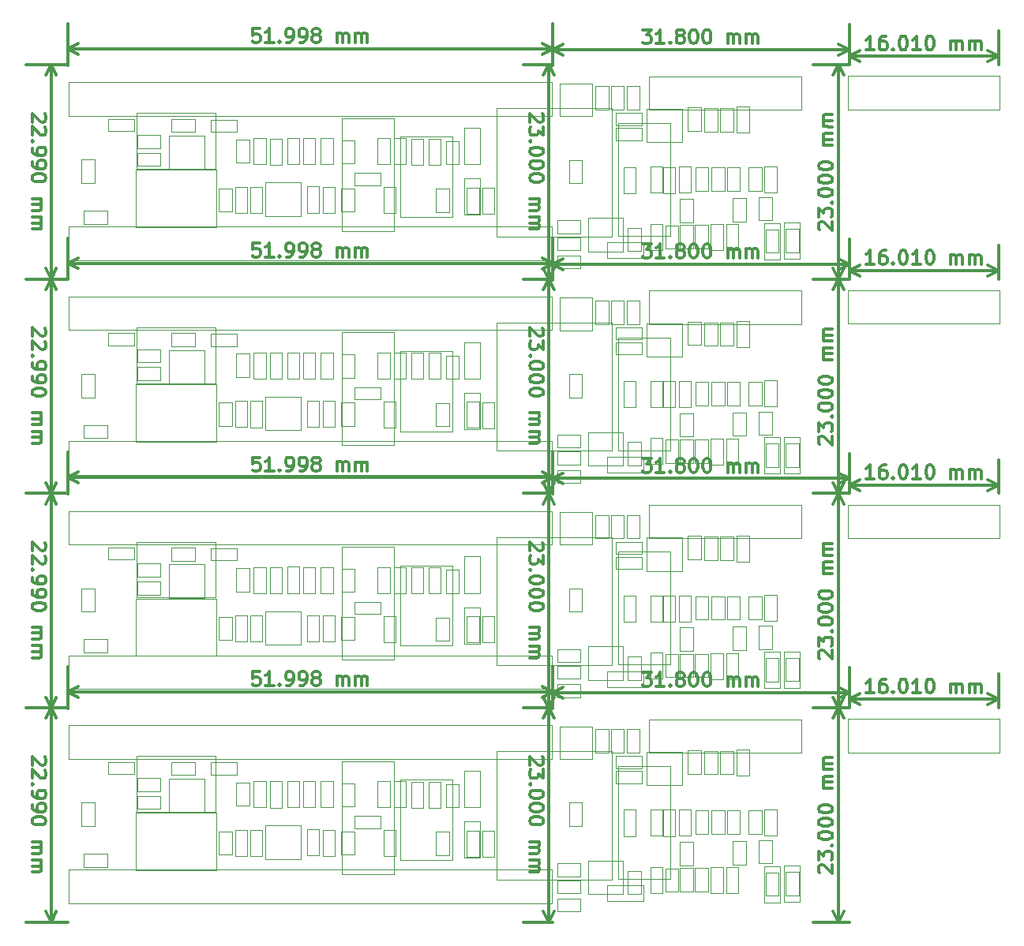
<source format=gbr>
%MOIN*%
%OFA0B0*%
%FSLAX46Y46*%
%IPPOS*%
%LPD*%
%ADD10C,0.0039370078740157488*%
%ADD11C,0.0019685039370078744*%
%ADD22C,0.0039370078740157488*%
%ADD23C,0.0039370078740157488*%
%ADD24C,0.0039370078740157488*%
%ADD25C,0.011811023622047244*%
%ADD26C,0.0039370078740157488*%
%ADD27C,0.0039370078740157488*%
%ADD28C,0.0019685039370078744*%
%ADD29C,0.0039370078740157488*%
%ADD30C,0.0039370078740157488*%
%ADD31C,0.0019685039370078744*%
%ADD32C,0.0039370078740157488*%
%ADD33C,0.0039370078740157488*%
%ADD34C,0.0039370078740157488*%
%ADD35C,0.011811023622047244*%
%ADD36C,0.0039370078740157488*%
%ADD37C,0.0039370078740157488*%
%ADD38C,0.0019685039370078744*%
%ADD39C,0.0039370078740157488*%
%ADD40C,0.0039370078740157488*%
%ADD41C,0.0019685039370078744*%
%ADD42C,0.0039370078740157488*%
%ADD43C,0.0039370078740157488*%
%ADD44C,0.0039370078740157488*%
%ADD45C,0.011811023622047244*%
%ADD46C,0.0039370078740157488*%
%ADD47C,0.0039370078740157488*%
%ADD48C,0.0019685039370078744*%
%ADD49C,0.0039370078740157488*%
%ADD50C,0.0039370078740157488*%
%ADD51C,0.0019685039370078744*%
%ADD52C,0.0039370078740157488*%
%ADD53C,0.0039370078740157488*%
%ADD54C,0.0039370078740157488*%
%ADD55C,0.011811023622047244*%
%ADD56C,0.0039370078740157488*%
%ADD57C,0.0039370078740157488*%
%ADD58C,0.0019685039370078744*%
%ADD59C,0.0039370078740157488*%
%ADD60C,0.0039370078740157488*%
%ADD61C,0.0019685039370078744*%
%ADD62C,0.0039370078740157488*%
%ADD63C,0.0039370078740157488*%
%ADD64C,0.0039370078740157488*%
%ADD65C,0.011811023622047244*%
%ADD66C,0.0039370078740157488*%
%ADD67C,0.0039370078740157488*%
%ADD68C,0.0019685039370078744*%
%ADD69C,0.0039370078740157488*%
%ADD70C,0.0039370078740157488*%
%ADD71C,0.0019685039370078744*%
%ADD72C,0.0039370078740157488*%
%ADD73C,0.0039370078740157488*%
%ADD74C,0.0039370078740157488*%
%ADD75C,0.011811023622047244*%
%ADD76C,0.0039370078740157488*%
%ADD77C,0.0039370078740157488*%
%ADD78C,0.0019685039370078744*%
%ADD79C,0.0039370078740157488*%
%ADD80C,0.0039370078740157488*%
%ADD81C,0.0019685039370078744*%
%ADD82C,0.0039370078740157488*%
%ADD83C,0.0039370078740157488*%
%ADD84C,0.0039370078740157488*%
%ADD85C,0.011811023622047244*%
%ADD86C,0.0039370078740157488*%
%ADD87C,0.0039370078740157488*%
%ADD88C,0.0019685039370078744*%
%ADD89C,0.0039370078740157488*%
%ADD90C,0.0039370078740157488*%
%ADD91C,0.0019685039370078744*%
%ADD92C,0.0039370078740157488*%
%ADD93C,0.0039370078740157488*%
%ADD94C,0.0039370078740157488*%
%ADD95C,0.011811023622047244*%
%ADD96C,0.0039370078740157488*%
%ADD97C,0.0039370078740157488*%
%ADD98C,0.0019685039370078744*%
%ADD99C,0.0039370078740157488*%
%ADD100C,0.0039370078740157488*%
%ADD101C,0.0019685039370078744*%
%ADD102C,0.0039370078740157488*%
%ADD103C,0.0039370078740157488*%
%ADD104C,0.0039370078740157488*%
%ADD105C,0.011811023622047244*%
%ADD106C,0.0039370078740157488*%
%ADD107C,0.0039370078740157488*%
%ADD108C,0.0039370078740157488*%
%ADD109C,0.0039370078740157488*%
%ADD110C,0.0019685039370078744*%
%ADD111C,0.0039370078740157488*%
%ADD112C,0.0039370078740157488*%
%ADD113C,0.0039370078740157488*%
%ADD114C,0.011811023622047244*%
%ADD115C,0.0039370078740157488*%
%ADD116C,0.0039370078740157488*%
%ADD117C,0.0039370078740157488*%
%ADD118C,0.0039370078740157488*%
%ADD119C,0.0019685039370078744*%
%ADD120C,0.0039370078740157488*%
%ADD121C,0.0039370078740157488*%
%ADD122C,0.0039370078740157488*%
%ADD123C,0.011811023622047244*%
%ADD124C,0.0039370078740157488*%
%ADD125C,0.0039370078740157488*%
%ADD126C,0.0039370078740157488*%
%ADD127C,0.0039370078740157488*%
%ADD128C,0.0019685039370078744*%
%ADD129C,0.0039370078740157488*%
%ADD130C,0.0039370078740157488*%
%ADD131C,0.0039370078740157488*%
%ADD132C,0.011811023622047244*%
%ADD133C,0.0039370078740157488*%
%ADD134C,0.0039370078740157488*%
%ADD135C,0.0039370078740157488*%
G01G01*
D10*
D11*
X0000068582Y0000233779D02*
X0000167007Y0000233779D01*
X0000068582Y0000233779D02*
X0000068582Y0000288897D01*
X0000167007Y0000288897D02*
X0000167007Y0000233779D01*
X0000167007Y0000288897D02*
X0000068582Y0000288897D01*
X0001210708Y0000397165D02*
X0001320944Y0000397165D01*
X0001210708Y0000397165D02*
X0001210708Y0000448346D01*
X0001320944Y0000448346D02*
X0001320944Y0000397165D01*
X0001320944Y0000448346D02*
X0001210708Y0000448346D01*
X0001334330Y0000388110D02*
X0001334330Y0000277874D01*
X0001334330Y0000388110D02*
X0001385511Y0000388110D01*
X0001385511Y0000277874D02*
X0001334330Y0000277874D01*
X0001385511Y0000277874D02*
X0001385511Y0000388110D01*
X0001801259Y0000275905D02*
X0001801259Y0000386141D01*
X0001801259Y0000275905D02*
X0001750078Y0000275905D01*
X0001750078Y0000386141D02*
X0001801259Y0000386141D01*
X0001750078Y0000386141D02*
X0001750078Y0000275905D01*
X0000280787Y0000676299D02*
X0000170551Y0000676299D01*
X0000280787Y0000676299D02*
X0000280787Y0000625118D01*
X0000170551Y0000625118D02*
X0000170551Y0000676299D01*
X0000170551Y0000625118D02*
X0000280787Y0000625118D01*
X0000602834Y0000622755D02*
X0000713070Y0000622755D01*
X0000602834Y0000622755D02*
X0000602834Y0000673937D01*
X0000713070Y0000673937D02*
X0000713070Y0000622755D01*
X0000713070Y0000673937D02*
X0000602834Y0000673937D01*
X0000638267Y0000383779D02*
X0000638267Y0000285354D01*
X0000638267Y0000383779D02*
X0000693385Y0000383779D01*
X0000693385Y0000285354D02*
X0000638267Y0000285354D01*
X0000693385Y0000285354D02*
X0000693385Y0000383779D01*
X0000757559Y0000279842D02*
X0000757559Y0000390078D01*
X0000757559Y0000279842D02*
X0000706377Y0000279842D01*
X0000706377Y0000390078D02*
X0000757559Y0000390078D01*
X0000706377Y0000390078D02*
X0000706377Y0000279842D01*
X0000770944Y0000389685D02*
X0000770944Y0000279448D01*
X0000770944Y0000389685D02*
X0000822125Y0000389685D01*
X0000822125Y0000279448D02*
X0000770944Y0000279448D01*
X0000822125Y0000279448D02*
X0000822125Y0000389685D01*
X0000834724Y0000266456D02*
X0000984330Y0000266456D01*
X0000984330Y0000266456D02*
X0000984330Y0000408188D01*
X0000984330Y0000408188D02*
X0000834724Y0000408188D01*
X0000834724Y0000408188D02*
X0000834724Y0000266456D01*
X0001009133Y0000390866D02*
X0001009133Y0000280629D01*
X0001009133Y0000390866D02*
X0001060314Y0000390866D01*
X0001060314Y0000280629D02*
X0001009133Y0000280629D01*
X0001060314Y0000280629D02*
X0001060314Y0000390866D01*
X0001077637Y0000390472D02*
X0001077637Y0000280236D01*
X0001077637Y0000390472D02*
X0001128818Y0000390472D01*
X0001128818Y0000280236D02*
X0001077637Y0000280236D01*
X0001128818Y0000280236D02*
X0001128818Y0000390472D01*
X0001154015Y0000383779D02*
X0001154015Y0000285354D01*
X0001154015Y0000383779D02*
X0001209133Y0000383779D01*
X0001209133Y0000285354D02*
X0001154015Y0000285354D01*
X0001209133Y0000285354D02*
X0001209133Y0000383779D01*
X0001554803Y0000381417D02*
X0001554803Y0000282992D01*
X0001554803Y0000381417D02*
X0001609921Y0000381417D01*
X0001609921Y0000282992D02*
X0001554803Y0000282992D01*
X0001609921Y0000282992D02*
X0001609921Y0000381417D01*
X0001736299Y0000276692D02*
X0001736299Y0000386929D01*
X0001736299Y0000276692D02*
X0001685118Y0000276692D01*
X0001685118Y0000386929D02*
X0001736299Y0000386929D01*
X0001685118Y0000386929D02*
X0001685118Y0000276692D01*
X0001596062Y0000582677D02*
X0001596062Y0000484251D01*
X0001596062Y0000582677D02*
X0001651181Y0000582677D01*
X0001651181Y0000484251D02*
X0001596062Y0000484251D01*
X0001651181Y0000484251D02*
X0001651181Y0000582677D01*
X0001502047Y0000483385D02*
X0001502047Y0000593622D01*
X0001502047Y0000483385D02*
X0001450866Y0000483385D01*
X0001450866Y0000593622D02*
X0001502047Y0000593622D01*
X0001450866Y0000593622D02*
X0001450866Y0000483385D01*
X0001376062Y0000594409D02*
X0001376062Y0000484173D01*
X0001376062Y0000594409D02*
X0001427244Y0000594409D01*
X0001427244Y0000484173D02*
X0001376062Y0000484173D01*
X0001427244Y0000484173D02*
X0001427244Y0000594409D01*
X0001307952Y0000594409D02*
X0001307952Y0000484173D01*
X0001307952Y0000594409D02*
X0001359133Y0000594409D01*
X0001359133Y0000484173D02*
X0001307952Y0000484173D01*
X0001359133Y0000484173D02*
X0001359133Y0000594409D01*
X0001211889Y0000488503D02*
X0001211889Y0000586929D01*
X0001211889Y0000488503D02*
X0001156771Y0000488503D01*
X0001156771Y0000586929D02*
X0001211889Y0000586929D01*
X0001156771Y0000586929D02*
X0001156771Y0000488503D01*
X0001118976Y0000484173D02*
X0001118976Y0000594409D01*
X0001118976Y0000484173D02*
X0001067795Y0000484173D01*
X0001067795Y0000594409D02*
X0001118976Y0000594409D01*
X0001067795Y0000594409D02*
X0001067795Y0000484173D01*
X0000836299Y0000484566D02*
X0000836299Y0000594803D01*
X0000836299Y0000484566D02*
X0000785118Y0000484566D01*
X0000785118Y0000594803D02*
X0000836299Y0000594803D01*
X0000785118Y0000594803D02*
X0000785118Y0000484566D01*
X0001044960Y0000484566D02*
X0001044960Y0000594803D01*
X0001044960Y0000484566D02*
X0000993779Y0000484566D01*
X0000993779Y0000594803D02*
X0001044960Y0000594803D01*
X0000993779Y0000594803D02*
X0000993779Y0000484566D01*
X0000904409Y0000483779D02*
X0000904409Y0000594015D01*
X0000904409Y0000483779D02*
X0000853228Y0000483779D01*
X0000853228Y0000594015D02*
X0000904409Y0000594015D01*
X0000853228Y0000594015D02*
X0000853228Y0000483779D01*
X0000978425Y0000484960D02*
X0000978425Y0000595196D01*
X0000978425Y0000484960D02*
X0000927244Y0000484960D01*
X0000927244Y0000595196D02*
X0000978425Y0000595196D01*
X0000927244Y0000595196D02*
X0000927244Y0000484960D01*
X0000711496Y0000589685D02*
X0000711496Y0000491259D01*
X0000711496Y0000589685D02*
X0000766614Y0000589685D01*
X0000766614Y0000491259D02*
X0000711496Y0000491259D01*
X0000766614Y0000491259D02*
X0000766614Y0000589685D01*
X0000536220Y0000676771D02*
X0000437795Y0000676771D01*
X0000536220Y0000676771D02*
X0000536220Y0000621653D01*
X0000437795Y0000621653D02*
X0000437795Y0000676771D01*
X0000437795Y0000621653D02*
X0000536220Y0000621653D01*
X0000428425Y0000605826D02*
X0000578031Y0000605826D01*
X0000428425Y0000464094D02*
X0000428425Y0000605826D01*
X0000578031Y0000464094D02*
X0000428425Y0000464094D01*
X0000578031Y0000605826D02*
X0000578031Y0000464094D01*
X0000391811Y0000533385D02*
X0000293385Y0000533385D01*
X0000391811Y0000533385D02*
X0000391811Y0000478267D01*
X0000293385Y0000478267D02*
X0000293385Y0000533385D01*
X0000293385Y0000478267D02*
X0000391811Y0000478267D01*
X0000391811Y0000608582D02*
X0000293385Y0000608582D01*
X0000391811Y0000608582D02*
X0000391811Y0000553464D01*
X0000293385Y0000553464D02*
X0000293385Y0000608582D01*
X0000293385Y0000553464D02*
X0000391811Y0000553464D01*
X0000057559Y0000504251D02*
X0000057559Y0000405826D01*
X0000057559Y0000504251D02*
X0000112677Y0000504251D01*
X0000112677Y0000405826D02*
X0000057559Y0000405826D01*
X0000112677Y0000405826D02*
X0000112677Y0000504251D01*
X0002045354Y0000079448D02*
X0000004015Y0000079448D01*
X0000004015Y0000079448D02*
X0000004015Y0000221181D01*
X0000004015Y0000221181D02*
X0002045354Y0000221181D01*
X0002045354Y0000221181D02*
X0002045354Y0000079448D01*
X0002045354Y0000689685D02*
X0000004015Y0000689685D01*
X0000004015Y0000689685D02*
X0000004015Y0000831417D01*
X0000004015Y0000831417D02*
X0002045354Y0000831417D01*
X0002045354Y0000831417D02*
X0002045354Y0000689685D01*
X0001575275Y0000483385D02*
X0001575275Y0000593622D01*
X0001575275Y0000483385D02*
X0001524094Y0000483385D01*
X0001524094Y0000593622D02*
X0001575275Y0000593622D01*
X0001524094Y0000593622D02*
X0001524094Y0000483385D01*
G04 next file*
G04 Gerber Fmt 4.6, Leading zero omitted, Abs format (unit mm)*
G04 Created by KiCad (PCBNEW 4.0.7) date 12/01/17 19:40:24*
G01G01*
G04 APERTURE LIST*
G04 APERTURE END LIST*
D22*
G04 next file*
G04 Gerber Fmt 4.6, Leading zero omitted, Abs format (unit mm)*
G04 Created by KiCad (PCBNEW 4.0.7) date 12/01/17 19:40:24*
G01G01*
G04 APERTURE LIST*
G04 APERTURE END LIST*
D23*
G04 next file*
G04 Gerber Fmt 4.6, Leading zero omitted, Abs format (unit mm)*
G04 Created by KiCad (PCBNEW 4.0.7) date 12/01/17 19:40:24*
G01G01*
G04 APERTURE LIST*
G04 APERTURE END LIST*
D24*
D25*
X-0000097300Y0000697609D02*
X-0000094488Y0000694797D01*
X-0000091676Y0000689173D01*
X-0000091676Y0000675112D01*
X-0000094488Y0000669488D01*
X-0000097300Y0000666675D01*
X-0000102924Y0000663863D01*
X-0000108548Y0000663863D01*
X-0000116985Y0000666675D01*
X-0000150731Y0000700421D01*
X-0000150731Y0000663863D01*
X-0000097300Y0000641366D02*
X-0000094488Y0000638554D01*
X-0000091676Y0000632930D01*
X-0000091676Y0000618869D01*
X-0000094488Y0000613245D01*
X-0000097300Y0000610433D01*
X-0000102924Y0000607620D01*
X-0000108548Y0000607620D01*
X-0000116985Y0000610433D01*
X-0000150731Y0000644178D01*
X-0000150731Y0000607620D01*
X-0000145106Y0000582311D02*
X-0000147919Y0000579499D01*
X-0000150731Y0000582311D01*
X-0000147919Y0000585123D01*
X-0000145106Y0000582311D01*
X-0000150731Y0000582311D01*
X-0000150731Y0000551377D02*
X-0000150731Y0000540129D01*
X-0000147919Y0000534505D01*
X-0000145106Y0000531692D01*
X-0000136670Y0000526068D01*
X-0000125421Y0000523256D01*
X-0000102924Y0000523256D01*
X-0000097300Y0000526068D01*
X-0000094488Y0000528880D01*
X-0000091676Y0000534505D01*
X-0000091676Y0000545753D01*
X-0000094488Y0000551377D01*
X-0000097300Y0000554190D01*
X-0000102924Y0000557002D01*
X-0000116985Y0000557002D01*
X-0000122609Y0000554190D01*
X-0000125421Y0000551377D01*
X-0000128233Y0000545753D01*
X-0000128233Y0000534505D01*
X-0000125421Y0000528880D01*
X-0000122609Y0000526068D01*
X-0000116985Y0000523256D01*
X-0000150731Y0000495135D02*
X-0000150731Y0000483886D01*
X-0000147919Y0000478262D01*
X-0000145106Y0000475449D01*
X-0000136670Y0000469825D01*
X-0000125421Y0000467013D01*
X-0000102924Y0000467013D01*
X-0000097300Y0000469825D01*
X-0000094488Y0000472637D01*
X-0000091676Y0000478262D01*
X-0000091676Y0000489510D01*
X-0000094488Y0000495135D01*
X-0000097300Y0000497947D01*
X-0000102924Y0000500759D01*
X-0000116985Y0000500759D01*
X-0000122609Y0000497947D01*
X-0000125421Y0000495135D01*
X-0000128233Y0000489510D01*
X-0000128233Y0000478262D01*
X-0000125421Y0000472637D01*
X-0000122609Y0000469825D01*
X-0000116985Y0000467013D01*
X-0000091676Y0000430455D02*
X-0000091676Y0000424831D01*
X-0000094488Y0000419207D01*
X-0000097300Y0000416394D01*
X-0000102924Y0000413582D01*
X-0000114173Y0000410770D01*
X-0000128233Y0000410770D01*
X-0000139482Y0000413582D01*
X-0000145106Y0000416394D01*
X-0000147919Y0000419207D01*
X-0000150731Y0000424831D01*
X-0000150731Y0000430455D01*
X-0000147919Y0000436079D01*
X-0000145106Y0000438892D01*
X-0000139482Y0000441704D01*
X-0000128233Y0000444516D01*
X-0000114173Y0000444516D01*
X-0000102924Y0000441704D01*
X-0000097300Y0000438892D01*
X-0000094488Y0000436079D01*
X-0000091676Y0000430455D01*
X-0000150731Y0000340466D02*
X-0000111361Y0000340466D01*
X-0000116985Y0000340466D02*
X-0000114173Y0000337654D01*
X-0000111361Y0000332030D01*
X-0000111361Y0000323593D01*
X-0000114173Y0000317969D01*
X-0000119797Y0000315157D01*
X-0000150731Y0000315157D01*
X-0000119797Y0000315157D02*
X-0000114173Y0000312345D01*
X-0000111361Y0000306721D01*
X-0000111361Y0000298284D01*
X-0000114173Y0000292660D01*
X-0000119797Y0000289848D01*
X-0000150731Y0000289848D01*
X-0000150731Y0000261726D02*
X-0000111361Y0000261726D01*
X-0000116985Y0000261726D02*
X-0000114173Y0000258914D01*
X-0000111361Y0000253290D01*
X-0000111361Y0000244853D01*
X-0000114173Y0000239229D01*
X-0000119797Y0000236417D01*
X-0000150731Y0000236417D01*
X-0000119797Y0000236417D02*
X-0000114173Y0000233605D01*
X-0000111361Y0000227980D01*
X-0000111361Y0000219544D01*
X-0000114173Y0000213920D01*
X-0000119797Y0000211108D01*
X-0000150731Y0000211108D01*
X-0000070866Y0000905511D02*
X-0000070866Y0000000393D01*
X0000000393Y0000905511D02*
X-0000177165Y0000905511D01*
X0000000393Y0000000393D02*
X-0000177165Y0000000393D01*
X-0000070866Y0000000393D02*
X-0000093953Y0000044744D01*
X-0000070866Y0000000393D02*
X-0000047778Y0000044744D01*
X-0000070866Y0000905511D02*
X-0000093953Y0000861161D01*
X-0000070866Y0000905511D02*
X-0000047778Y0000861161D01*
X0000809962Y0001058118D02*
X0000781840Y0001058122D01*
X0000779024Y0001030001D01*
X0000781836Y0001032813D01*
X0000787461Y0001035624D01*
X0000801522Y0001035622D01*
X0000807145Y0001032809D01*
X0000809957Y0001029997D01*
X0000812768Y0001024372D01*
X0000812766Y0001010311D01*
X0000809953Y0001004687D01*
X0000807141Y0001001876D01*
X0000801516Y0000999064D01*
X0000787455Y0000999066D01*
X0000781831Y0001001879D01*
X0000779020Y0001004692D01*
X0000869008Y0000999054D02*
X0000835262Y0000999059D01*
X0000852135Y0000999057D02*
X0000852144Y0001058112D01*
X0000846518Y0001049676D01*
X0000840893Y0001044053D01*
X0000835268Y0001041241D01*
X0000894318Y0001004674D02*
X0000897129Y0001001862D01*
X0000894317Y0000999050D01*
X0000891505Y0001001863D01*
X0000894318Y0001004674D01*
X0000894317Y0000999050D01*
X0000925250Y0000999045D02*
X0000936499Y0000999044D01*
X0000942124Y0001001855D01*
X0000944936Y0001004667D01*
X0000950562Y0001013102D01*
X0000953376Y0001024350D01*
X0000953379Y0001046847D01*
X0000950568Y0001052472D01*
X0000947756Y0001055285D01*
X0000942132Y0001058098D01*
X0000930884Y0001058100D01*
X0000925259Y0001055288D01*
X0000922447Y0001052477D01*
X0000919634Y0001046853D01*
X0000919631Y0001032792D01*
X0000922443Y0001027167D01*
X0000925254Y0001024355D01*
X0000930878Y0001021542D01*
X0000942127Y0001021540D01*
X0000947752Y0001024351D01*
X0000950564Y0001027163D01*
X0000953377Y0001032787D01*
X0000981493Y0000999037D02*
X0000992742Y0000999035D01*
X0000998367Y0001001846D01*
X0001001179Y0001004658D01*
X0001006805Y0001013093D01*
X0001009619Y0001024342D01*
X0001009622Y0001046839D01*
X0001006811Y0001052464D01*
X0001003999Y0001055276D01*
X0000998375Y0001058089D01*
X0000987127Y0001058091D01*
X0000981502Y0001055280D01*
X0000978690Y0001052468D01*
X0000975876Y0001046844D01*
X0000975874Y0001032783D01*
X0000978686Y0001027159D01*
X0000981497Y0001024346D01*
X0000987121Y0001021533D01*
X0000998370Y0001021531D01*
X0001003995Y0001024342D01*
X0001006807Y0001027154D01*
X0001009620Y0001032778D01*
X0001043366Y0001032773D02*
X0001037742Y0001035586D01*
X0001034930Y0001038398D01*
X0001032119Y0001044023D01*
X0001032119Y0001046835D01*
X0001034932Y0001052459D01*
X0001037745Y0001055271D01*
X0001043370Y0001058082D01*
X0001054618Y0001058080D01*
X0001060242Y0001055267D01*
X0001063054Y0001052455D01*
X0001065865Y0001046830D01*
X0001065865Y0001044018D01*
X0001063052Y0001038394D01*
X0001060239Y0001035582D01*
X0001054614Y0001032771D01*
X0001043366Y0001032773D01*
X0001037741Y0001029962D01*
X0001034929Y0001027150D01*
X0001032116Y0001021526D01*
X0001032114Y0001010277D01*
X0001034925Y0001004653D01*
X0001037737Y0001001840D01*
X0001043361Y0000999027D01*
X0001054609Y0000999025D01*
X0001060234Y0001001837D01*
X0001063047Y0001004648D01*
X0001065860Y0001010272D01*
X0001065861Y0001021521D01*
X0001063050Y0001027146D01*
X0001060238Y0001029958D01*
X0001054614Y0001032771D01*
X0001136162Y0000999013D02*
X0001136168Y0001038383D01*
X0001136167Y0001032759D02*
X0001138979Y0001035570D01*
X0001144604Y0001038382D01*
X0001153040Y0001038380D01*
X0001158664Y0001035567D01*
X0001161476Y0001029943D01*
X0001161471Y0000999009D01*
X0001161476Y0001029943D02*
X0001164289Y0001035566D01*
X0001169913Y0001038378D01*
X0001178350Y0001038376D01*
X0001183974Y0001035563D01*
X0001186785Y0001029939D01*
X0001186780Y0000999005D01*
X0001214902Y0000999001D02*
X0001214908Y0001038371D01*
X0001214907Y0001032746D02*
X0001217719Y0001035558D01*
X0001223344Y0001038370D01*
X0001231781Y0001038368D01*
X0001237405Y0001035555D01*
X0001240216Y0001029930D01*
X0001240211Y0000998997D01*
X0001240216Y0001029930D02*
X0001243029Y0001035554D01*
X0001248654Y0001038366D01*
X0001257090Y0001038364D01*
X0001262714Y0001035551D01*
X0001265525Y0001029927D01*
X0001265520Y0000998993D01*
X0000000089Y0000972753D02*
X0002047254Y0000972438D01*
X0000000078Y0000903070D02*
X0000000105Y0001079053D01*
X0002047244Y0000902755D02*
X0002047271Y0001078738D01*
X0002047254Y0000972438D02*
X0002002900Y0000949358D01*
X0002047254Y0000972438D02*
X0002002907Y0000995533D01*
X0000000089Y0000972753D02*
X0000044436Y0000949659D01*
X0000000089Y0000972753D02*
X0000044443Y0000995834D01*
G04 next file*
G04 Gerber Fmt 4.6, Leading zero omitted, Abs format (unit mm)*
G04 Created by KiCad (PCBNEW 4.0.7) date 12/01/17 19:40:24*
G01G01*
G04 APERTURE LIST*
G04 APERTURE END LIST*
D26*
G04 next file*
G04 Gerber Fmt 4.6, Leading zero omitted, Abs format (unit mm)*
G04 Created by KiCad (PCBNEW 4.0.7) date 12/01/17 19:40:24*
G01G01*
G04 APERTURE LIST*
G04 APERTURE END LIST*
D27*
D28*
X0001622913Y0000600708D02*
X0001402440Y0000600708D01*
X0001402440Y0000600708D02*
X0001402440Y0000262125D01*
X0001402440Y0000262125D02*
X0001622913Y0000262125D01*
X0001622913Y0000262125D02*
X0001622913Y0000600708D01*
X0001158346Y0000203858D02*
X0001378818Y0000203858D01*
X0001378818Y0000203858D02*
X0001378818Y0000680236D01*
X0001378818Y0000680236D02*
X0001158346Y0000680236D01*
X0001158346Y0000680236D02*
X0001158346Y0000203858D01*
X0001809921Y0000721181D02*
X0001809921Y0000179842D01*
X0001809921Y0000179842D02*
X0002296141Y0000179842D01*
X0002296141Y0000179842D02*
X0002296141Y0000721181D01*
X0002296141Y0000721181D02*
X0001809921Y0000721181D01*
X0000289842Y0000701496D02*
X0000624488Y0000701496D01*
X0000624488Y0000701496D02*
X0000624488Y0000465275D01*
X0000624488Y0000465275D02*
X0000289842Y0000465275D01*
X0000289842Y0000465275D02*
X0000289842Y0000701496D01*
X0000626377Y0000461417D02*
X0000285826Y0000461417D01*
X0000285826Y0000461417D02*
X0000285826Y0000219291D01*
X0000285826Y0000219291D02*
X0000626377Y0000219291D01*
X0000626377Y0000219291D02*
X0000626377Y0000461417D01*
X0001672519Y0000638503D02*
X0001739448Y0000638503D01*
X0001739448Y0000638503D02*
X0001739448Y0000484960D01*
X0001739448Y0000484960D02*
X0001672519Y0000484960D01*
X0001672519Y0000484960D02*
X0001672519Y0000638503D01*
X0001672519Y0000424724D02*
X0001739448Y0000424724D01*
X0001739448Y0000424724D02*
X0001739448Y0000271181D01*
X0001739448Y0000271181D02*
X0001672519Y0000271181D01*
X0001672519Y0000271181D02*
X0001672519Y0000424724D01*
G04 next file*
G04 Gerber Fmt 4.6, Leading zero omitted, Abs format (unit mm)*
G04 Created by KiCad (PCBNEW 4.0.7) date 12/01/17 19:40:24*
G01G01*
G04 APERTURE LIST*
G04 APERTURE END LIST*
D29*
G04 next file*
G04 Gerber Fmt 4.6, Leading zero omitted, Abs format (unit mm)*
G04 Created by KiCad (PCBNEW 4.0.7) date 12/01/17 19:40:24*
G01G01*
G04 APERTURE LIST*
G04 APERTURE END LIST*
D30*
D31*
X0000068582Y0001139291D02*
X0000167007Y0001139291D01*
X0000068582Y0001139291D02*
X0000068582Y0001194409D01*
X0000167007Y0001194409D02*
X0000167007Y0001139291D01*
X0000167007Y0001194409D02*
X0000068582Y0001194409D01*
X0001210708Y0001302677D02*
X0001320944Y0001302677D01*
X0001210708Y0001302677D02*
X0001210708Y0001353858D01*
X0001320944Y0001353858D02*
X0001320944Y0001302677D01*
X0001320944Y0001353858D02*
X0001210708Y0001353858D01*
X0001334330Y0001293622D02*
X0001334330Y0001183385D01*
X0001334330Y0001293622D02*
X0001385511Y0001293622D01*
X0001385511Y0001183385D02*
X0001334330Y0001183385D01*
X0001385511Y0001183385D02*
X0001385511Y0001293622D01*
X0001801259Y0001181417D02*
X0001801259Y0001291653D01*
X0001801259Y0001181417D02*
X0001750078Y0001181417D01*
X0001750078Y0001291653D02*
X0001801259Y0001291653D01*
X0001750078Y0001291653D02*
X0001750078Y0001181417D01*
X0000280787Y0001581811D02*
X0000170551Y0001581811D01*
X0000280787Y0001581811D02*
X0000280787Y0001530629D01*
X0000170551Y0001530629D02*
X0000170551Y0001581811D01*
X0000170551Y0001530629D02*
X0000280787Y0001530629D01*
X0000602834Y0001528267D02*
X0000713070Y0001528267D01*
X0000602834Y0001528267D02*
X0000602834Y0001579448D01*
X0000713070Y0001579448D02*
X0000713070Y0001528267D01*
X0000713070Y0001579448D02*
X0000602834Y0001579448D01*
X0000638267Y0001289291D02*
X0000638267Y0001190866D01*
X0000638267Y0001289291D02*
X0000693385Y0001289291D01*
X0000693385Y0001190866D02*
X0000638267Y0001190866D01*
X0000693385Y0001190866D02*
X0000693385Y0001289291D01*
X0000757559Y0001185354D02*
X0000757559Y0001295590D01*
X0000757559Y0001185354D02*
X0000706377Y0001185354D01*
X0000706377Y0001295590D02*
X0000757559Y0001295590D01*
X0000706377Y0001295590D02*
X0000706377Y0001185354D01*
X0000770944Y0001295196D02*
X0000770944Y0001184960D01*
X0000770944Y0001295196D02*
X0000822125Y0001295196D01*
X0000822125Y0001184960D02*
X0000770944Y0001184960D01*
X0000822125Y0001184960D02*
X0000822125Y0001295196D01*
X0000834724Y0001171968D02*
X0000984330Y0001171968D01*
X0000984330Y0001171968D02*
X0000984330Y0001313700D01*
X0000984330Y0001313700D02*
X0000834724Y0001313700D01*
X0000834724Y0001313700D02*
X0000834724Y0001171968D01*
X0001009133Y0001296377D02*
X0001009133Y0001186141D01*
X0001009133Y0001296377D02*
X0001060314Y0001296377D01*
X0001060314Y0001186141D02*
X0001009133Y0001186141D01*
X0001060314Y0001186141D02*
X0001060314Y0001296377D01*
X0001077637Y0001295984D02*
X0001077637Y0001185748D01*
X0001077637Y0001295984D02*
X0001128818Y0001295984D01*
X0001128818Y0001185748D02*
X0001077637Y0001185748D01*
X0001128818Y0001185748D02*
X0001128818Y0001295984D01*
X0001154015Y0001289291D02*
X0001154015Y0001190866D01*
X0001154015Y0001289291D02*
X0001209133Y0001289291D01*
X0001209133Y0001190866D02*
X0001154015Y0001190866D01*
X0001209133Y0001190866D02*
X0001209133Y0001289291D01*
X0001554803Y0001286929D02*
X0001554803Y0001188503D01*
X0001554803Y0001286929D02*
X0001609921Y0001286929D01*
X0001609921Y0001188503D02*
X0001554803Y0001188503D01*
X0001609921Y0001188503D02*
X0001609921Y0001286929D01*
X0001736299Y0001182204D02*
X0001736299Y0001292440D01*
X0001736299Y0001182204D02*
X0001685118Y0001182204D01*
X0001685118Y0001292440D02*
X0001736299Y0001292440D01*
X0001685118Y0001292440D02*
X0001685118Y0001182204D01*
X0001596062Y0001488188D02*
X0001596062Y0001389763D01*
X0001596062Y0001488188D02*
X0001651181Y0001488188D01*
X0001651181Y0001389763D02*
X0001596062Y0001389763D01*
X0001651181Y0001389763D02*
X0001651181Y0001488188D01*
X0001502047Y0001388897D02*
X0001502047Y0001499133D01*
X0001502047Y0001388897D02*
X0001450866Y0001388897D01*
X0001450866Y0001499133D02*
X0001502047Y0001499133D01*
X0001450866Y0001499133D02*
X0001450866Y0001388897D01*
X0001376062Y0001499921D02*
X0001376062Y0001389685D01*
X0001376062Y0001499921D02*
X0001427244Y0001499921D01*
X0001427244Y0001389685D02*
X0001376062Y0001389685D01*
X0001427244Y0001389685D02*
X0001427244Y0001499921D01*
X0001307952Y0001499921D02*
X0001307952Y0001389685D01*
X0001307952Y0001499921D02*
X0001359133Y0001499921D01*
X0001359133Y0001389685D02*
X0001307952Y0001389685D01*
X0001359133Y0001389685D02*
X0001359133Y0001499921D01*
X0001211889Y0001394015D02*
X0001211889Y0001492440D01*
X0001211889Y0001394015D02*
X0001156771Y0001394015D01*
X0001156771Y0001492440D02*
X0001211889Y0001492440D01*
X0001156771Y0001492440D02*
X0001156771Y0001394015D01*
X0001118976Y0001389685D02*
X0001118976Y0001499921D01*
X0001118976Y0001389685D02*
X0001067795Y0001389685D01*
X0001067795Y0001499921D02*
X0001118976Y0001499921D01*
X0001067795Y0001499921D02*
X0001067795Y0001389685D01*
X0000836299Y0001390078D02*
X0000836299Y0001500314D01*
X0000836299Y0001390078D02*
X0000785118Y0001390078D01*
X0000785118Y0001500314D02*
X0000836299Y0001500314D01*
X0000785118Y0001500314D02*
X0000785118Y0001390078D01*
X0001044960Y0001390078D02*
X0001044960Y0001500314D01*
X0001044960Y0001390078D02*
X0000993779Y0001390078D01*
X0000993779Y0001500314D02*
X0001044960Y0001500314D01*
X0000993779Y0001500314D02*
X0000993779Y0001390078D01*
X0000904409Y0001389291D02*
X0000904409Y0001499527D01*
X0000904409Y0001389291D02*
X0000853228Y0001389291D01*
X0000853228Y0001499527D02*
X0000904409Y0001499527D01*
X0000853228Y0001499527D02*
X0000853228Y0001389291D01*
X0000978425Y0001390472D02*
X0000978425Y0001500708D01*
X0000978425Y0001390472D02*
X0000927244Y0001390472D01*
X0000927244Y0001500708D02*
X0000978425Y0001500708D01*
X0000927244Y0001500708D02*
X0000927244Y0001390472D01*
X0000711496Y0001495196D02*
X0000711496Y0001396771D01*
X0000711496Y0001495196D02*
X0000766614Y0001495196D01*
X0000766614Y0001396771D02*
X0000711496Y0001396771D01*
X0000766614Y0001396771D02*
X0000766614Y0001495196D01*
X0000536220Y0001582283D02*
X0000437795Y0001582283D01*
X0000536220Y0001582283D02*
X0000536220Y0001527165D01*
X0000437795Y0001527165D02*
X0000437795Y0001582283D01*
X0000437795Y0001527165D02*
X0000536220Y0001527165D01*
X0000428425Y0001511338D02*
X0000578031Y0001511338D01*
X0000428425Y0001369606D02*
X0000428425Y0001511338D01*
X0000578031Y0001369606D02*
X0000428425Y0001369606D01*
X0000578031Y0001511338D02*
X0000578031Y0001369606D01*
X0000391811Y0001438897D02*
X0000293385Y0001438897D01*
X0000391811Y0001438897D02*
X0000391811Y0001383779D01*
X0000293385Y0001383779D02*
X0000293385Y0001438897D01*
X0000293385Y0001383779D02*
X0000391811Y0001383779D01*
X0000391811Y0001514094D02*
X0000293385Y0001514094D01*
X0000391811Y0001514094D02*
X0000391811Y0001458976D01*
X0000293385Y0001458976D02*
X0000293385Y0001514094D01*
X0000293385Y0001458976D02*
X0000391811Y0001458976D01*
X0000057559Y0001409763D02*
X0000057559Y0001311338D01*
X0000057559Y0001409763D02*
X0000112677Y0001409763D01*
X0000112677Y0001311338D02*
X0000057559Y0001311338D01*
X0000112677Y0001311338D02*
X0000112677Y0001409763D01*
X0002045354Y0000984960D02*
X0000004015Y0000984960D01*
X0000004015Y0000984960D02*
X0000004015Y0001126692D01*
X0000004015Y0001126692D02*
X0002045354Y0001126692D01*
X0002045354Y0001126692D02*
X0002045354Y0000984960D01*
X0002045354Y0001595196D02*
X0000004015Y0001595196D01*
X0000004015Y0001595196D02*
X0000004015Y0001736929D01*
X0000004015Y0001736929D02*
X0002045354Y0001736929D01*
X0002045354Y0001736929D02*
X0002045354Y0001595196D01*
X0001575275Y0001388897D02*
X0001575275Y0001499133D01*
X0001575275Y0001388897D02*
X0001524094Y0001388897D01*
X0001524094Y0001499133D02*
X0001575275Y0001499133D01*
X0001524094Y0001499133D02*
X0001524094Y0001388897D01*
G04 next file*
G04 Gerber Fmt 4.6, Leading zero omitted, Abs format (unit mm)*
G04 Created by KiCad (PCBNEW 4.0.7) date 12/01/17 19:40:24*
G01G01*
G04 APERTURE LIST*
G04 APERTURE END LIST*
D32*
G04 next file*
G04 Gerber Fmt 4.6, Leading zero omitted, Abs format (unit mm)*
G04 Created by KiCad (PCBNEW 4.0.7) date 12/01/17 19:40:24*
G01G01*
G04 APERTURE LIST*
G04 APERTURE END LIST*
D33*
G04 next file*
G04 Gerber Fmt 4.6, Leading zero omitted, Abs format (unit mm)*
G04 Created by KiCad (PCBNEW 4.0.7) date 12/01/17 19:40:24*
G01G01*
G04 APERTURE LIST*
G04 APERTURE END LIST*
D34*
D35*
X-0000097300Y0001603121D02*
X-0000094488Y0001600309D01*
X-0000091676Y0001594685D01*
X-0000091676Y0001580624D01*
X-0000094488Y0001574999D01*
X-0000097300Y0001572187D01*
X-0000102924Y0001569375D01*
X-0000108548Y0001569375D01*
X-0000116985Y0001572187D01*
X-0000150731Y0001605933D01*
X-0000150731Y0001569375D01*
X-0000097300Y0001546878D02*
X-0000094488Y0001544066D01*
X-0000091676Y0001538442D01*
X-0000091676Y0001524381D01*
X-0000094488Y0001518757D01*
X-0000097300Y0001515944D01*
X-0000102924Y0001513132D01*
X-0000108548Y0001513132D01*
X-0000116985Y0001515944D01*
X-0000150731Y0001549690D01*
X-0000150731Y0001513132D01*
X-0000145106Y0001487823D02*
X-0000147919Y0001485011D01*
X-0000150731Y0001487823D01*
X-0000147919Y0001490635D01*
X-0000145106Y0001487823D01*
X-0000150731Y0001487823D01*
X-0000150731Y0001456889D02*
X-0000150731Y0001445641D01*
X-0000147919Y0001440016D01*
X-0000145106Y0001437204D01*
X-0000136670Y0001431580D01*
X-0000125421Y0001428768D01*
X-0000102924Y0001428768D01*
X-0000097300Y0001431580D01*
X-0000094488Y0001434392D01*
X-0000091676Y0001440016D01*
X-0000091676Y0001451265D01*
X-0000094488Y0001456889D01*
X-0000097300Y0001459701D01*
X-0000102924Y0001462514D01*
X-0000116985Y0001462514D01*
X-0000122609Y0001459701D01*
X-0000125421Y0001456889D01*
X-0000128233Y0001451265D01*
X-0000128233Y0001440016D01*
X-0000125421Y0001434392D01*
X-0000122609Y0001431580D01*
X-0000116985Y0001428768D01*
X-0000150731Y0001400646D02*
X-0000150731Y0001389398D01*
X-0000147919Y0001383773D01*
X-0000145106Y0001380961D01*
X-0000136670Y0001375337D01*
X-0000125421Y0001372525D01*
X-0000102924Y0001372525D01*
X-0000097300Y0001375337D01*
X-0000094488Y0001378149D01*
X-0000091676Y0001383773D01*
X-0000091676Y0001395022D01*
X-0000094488Y0001400646D01*
X-0000097300Y0001403458D01*
X-0000102924Y0001406271D01*
X-0000116985Y0001406271D01*
X-0000122609Y0001403458D01*
X-0000125421Y0001400646D01*
X-0000128233Y0001395022D01*
X-0000128233Y0001383773D01*
X-0000125421Y0001378149D01*
X-0000122609Y0001375337D01*
X-0000116985Y0001372525D01*
X-0000091676Y0001335967D02*
X-0000091676Y0001330343D01*
X-0000094488Y0001324718D01*
X-0000097300Y0001321906D01*
X-0000102924Y0001319094D01*
X-0000114173Y0001316282D01*
X-0000128233Y0001316282D01*
X-0000139482Y0001319094D01*
X-0000145106Y0001321906D01*
X-0000147919Y0001324718D01*
X-0000150731Y0001330343D01*
X-0000150731Y0001335967D01*
X-0000147919Y0001341591D01*
X-0000145106Y0001344403D01*
X-0000139482Y0001347215D01*
X-0000128233Y0001350028D01*
X-0000114173Y0001350028D01*
X-0000102924Y0001347215D01*
X-0000097300Y0001344403D01*
X-0000094488Y0001341591D01*
X-0000091676Y0001335967D01*
X-0000150731Y0001245978D02*
X-0000111361Y0001245978D01*
X-0000116985Y0001245978D02*
X-0000114173Y0001243166D01*
X-0000111361Y0001237542D01*
X-0000111361Y0001229105D01*
X-0000114173Y0001223481D01*
X-0000119797Y0001220669D01*
X-0000150731Y0001220669D01*
X-0000119797Y0001220669D02*
X-0000114173Y0001217857D01*
X-0000111361Y0001212232D01*
X-0000111361Y0001203796D01*
X-0000114173Y0001198172D01*
X-0000119797Y0001195360D01*
X-0000150731Y0001195360D01*
X-0000150731Y0001167238D02*
X-0000111361Y0001167238D01*
X-0000116985Y0001167238D02*
X-0000114173Y0001164426D01*
X-0000111361Y0001158802D01*
X-0000111361Y0001150365D01*
X-0000114173Y0001144741D01*
X-0000119797Y0001141929D01*
X-0000150731Y0001141929D01*
X-0000119797Y0001141929D02*
X-0000114173Y0001139117D01*
X-0000111361Y0001133492D01*
X-0000111361Y0001125056D01*
X-0000114173Y0001119431D01*
X-0000119797Y0001116619D01*
X-0000150731Y0001116619D01*
X-0000070866Y0001811023D02*
X-0000070866Y0000905905D01*
X0000000393Y0001811023D02*
X-0000177165Y0001811023D01*
X0000000393Y0000905905D02*
X-0000177165Y0000905905D01*
X-0000070866Y0000905905D02*
X-0000093953Y0000950256D01*
X-0000070866Y0000905905D02*
X-0000047778Y0000950256D01*
X-0000070866Y0001811023D02*
X-0000093953Y0001766673D01*
X-0000070866Y0001811023D02*
X-0000047778Y0001766673D01*
X0000809962Y0001963630D02*
X0000781840Y0001963634D01*
X0000779024Y0001935513D01*
X0000781836Y0001938325D01*
X0000787461Y0001941136D01*
X0000801522Y0001941134D01*
X0000807145Y0001938321D01*
X0000809957Y0001935508D01*
X0000812768Y0001929884D01*
X0000812766Y0001915823D01*
X0000809953Y0001910199D01*
X0000807141Y0001907387D01*
X0000801516Y0001904576D01*
X0000787455Y0001904578D01*
X0000781831Y0001907391D01*
X0000779020Y0001910204D01*
X0000869008Y0001904566D02*
X0000835262Y0001904571D01*
X0000852135Y0001904568D02*
X0000852144Y0001963623D01*
X0000846518Y0001955188D01*
X0000840893Y0001949564D01*
X0000835268Y0001946753D01*
X0000894318Y0001910186D02*
X0000897129Y0001907374D01*
X0000894317Y0001904562D01*
X0000891505Y0001907374D01*
X0000894318Y0001910186D01*
X0000894317Y0001904562D01*
X0000925250Y0001904557D02*
X0000936499Y0001904555D01*
X0000942124Y0001907367D01*
X0000944936Y0001910178D01*
X0000950562Y0001918614D01*
X0000953376Y0001929862D01*
X0000953379Y0001952359D01*
X0000950568Y0001957984D01*
X0000947756Y0001960797D01*
X0000942132Y0001963610D01*
X0000930884Y0001963611D01*
X0000925259Y0001960800D01*
X0000922447Y0001957988D01*
X0000919634Y0001952364D01*
X0000919631Y0001938304D01*
X0000922443Y0001932679D01*
X0000925254Y0001929866D01*
X0000930878Y0001927053D01*
X0000942127Y0001927052D01*
X0000947752Y0001929863D01*
X0000950564Y0001932675D01*
X0000953377Y0001938299D01*
X0000981493Y0001904548D02*
X0000992742Y0001904547D01*
X0000998367Y0001907358D01*
X0001001179Y0001910170D01*
X0001006805Y0001918605D01*
X0001009619Y0001929853D01*
X0001009622Y0001952351D01*
X0001006811Y0001957975D01*
X0001003999Y0001960788D01*
X0000998375Y0001963601D01*
X0000987127Y0001963603D01*
X0000981502Y0001960791D01*
X0000978690Y0001957980D01*
X0000975876Y0001952356D01*
X0000975874Y0001938295D01*
X0000978686Y0001932670D01*
X0000981497Y0001929858D01*
X0000987121Y0001927045D01*
X0000998370Y0001927043D01*
X0001003995Y0001929854D01*
X0001006807Y0001932666D01*
X0001009620Y0001938290D01*
X0001043366Y0001938285D02*
X0001037742Y0001941098D01*
X0001034930Y0001943910D01*
X0001032119Y0001949535D01*
X0001032119Y0001952347D01*
X0001034932Y0001957971D01*
X0001037745Y0001960783D01*
X0001043370Y0001963594D01*
X0001054618Y0001963592D01*
X0001060242Y0001960779D01*
X0001063054Y0001957967D01*
X0001065865Y0001952342D01*
X0001065865Y0001949530D01*
X0001063052Y0001943906D01*
X0001060239Y0001941094D01*
X0001054614Y0001938283D01*
X0001043366Y0001938285D01*
X0001037741Y0001935473D01*
X0001034929Y0001932662D01*
X0001032116Y0001927038D01*
X0001032114Y0001915789D01*
X0001034925Y0001910165D01*
X0001037737Y0001907352D01*
X0001043361Y0001904539D01*
X0001054609Y0001904537D01*
X0001060234Y0001907348D01*
X0001063047Y0001910160D01*
X0001065860Y0001915784D01*
X0001065861Y0001927033D01*
X0001063050Y0001932657D01*
X0001060238Y0001935470D01*
X0001054614Y0001938283D01*
X0001136162Y0001904525D02*
X0001136168Y0001943895D01*
X0001136167Y0001938270D02*
X0001138979Y0001941082D01*
X0001144604Y0001943893D01*
X0001153040Y0001943892D01*
X0001158664Y0001941079D01*
X0001161476Y0001935454D01*
X0001161471Y0001904521D01*
X0001161476Y0001935454D02*
X0001164289Y0001941078D01*
X0001169913Y0001943890D01*
X0001178350Y0001943888D01*
X0001183974Y0001941075D01*
X0001186785Y0001935450D01*
X0001186780Y0001904517D01*
X0001214902Y0001904513D02*
X0001214908Y0001943883D01*
X0001214907Y0001938258D02*
X0001217719Y0001941070D01*
X0001223344Y0001943881D01*
X0001231781Y0001943880D01*
X0001237405Y0001941067D01*
X0001240216Y0001935442D01*
X0001240211Y0001904509D01*
X0001240216Y0001935442D02*
X0001243029Y0001941066D01*
X0001248654Y0001943877D01*
X0001257090Y0001943876D01*
X0001262714Y0001941063D01*
X0001265525Y0001935438D01*
X0001265520Y0001904505D01*
X0000000089Y0001878265D02*
X0002047254Y0001877950D01*
X0000000078Y0001808582D02*
X0000000105Y0001984564D01*
X0002047244Y0001808267D02*
X0002047271Y0001984249D01*
X0002047254Y0001877950D02*
X0002002900Y0001854870D01*
X0002047254Y0001877950D02*
X0002002907Y0001901045D01*
X0000000089Y0001878265D02*
X0000044436Y0001855171D01*
X0000000089Y0001878265D02*
X0000044443Y0001901346D01*
G04 next file*
G04 Gerber Fmt 4.6, Leading zero omitted, Abs format (unit mm)*
G04 Created by KiCad (PCBNEW 4.0.7) date 12/01/17 19:40:24*
G01G01*
G04 APERTURE LIST*
G04 APERTURE END LIST*
D36*
G04 next file*
G04 Gerber Fmt 4.6, Leading zero omitted, Abs format (unit mm)*
G04 Created by KiCad (PCBNEW 4.0.7) date 12/01/17 19:40:24*
G01G01*
G04 APERTURE LIST*
G04 APERTURE END LIST*
D37*
D38*
X0001622913Y0001506220D02*
X0001402440Y0001506220D01*
X0001402440Y0001506220D02*
X0001402440Y0001167637D01*
X0001402440Y0001167637D02*
X0001622913Y0001167637D01*
X0001622913Y0001167637D02*
X0001622913Y0001506220D01*
X0001158346Y0001109370D02*
X0001378818Y0001109370D01*
X0001378818Y0001109370D02*
X0001378818Y0001585748D01*
X0001378818Y0001585748D02*
X0001158346Y0001585748D01*
X0001158346Y0001585748D02*
X0001158346Y0001109370D01*
X0001809921Y0001626692D02*
X0001809921Y0001085354D01*
X0001809921Y0001085354D02*
X0002296141Y0001085354D01*
X0002296141Y0001085354D02*
X0002296141Y0001626692D01*
X0002296141Y0001626692D02*
X0001809921Y0001626692D01*
X0000289842Y0001607007D02*
X0000624488Y0001607007D01*
X0000624488Y0001607007D02*
X0000624488Y0001370787D01*
X0000624488Y0001370787D02*
X0000289842Y0001370787D01*
X0000289842Y0001370787D02*
X0000289842Y0001607007D01*
X0000626377Y0001366929D02*
X0000285826Y0001366929D01*
X0000285826Y0001366929D02*
X0000285826Y0001124803D01*
X0000285826Y0001124803D02*
X0000626377Y0001124803D01*
X0000626377Y0001124803D02*
X0000626377Y0001366929D01*
X0001672519Y0001544015D02*
X0001739448Y0001544015D01*
X0001739448Y0001544015D02*
X0001739448Y0001390472D01*
X0001739448Y0001390472D02*
X0001672519Y0001390472D01*
X0001672519Y0001390472D02*
X0001672519Y0001544015D01*
X0001672519Y0001330236D02*
X0001739448Y0001330236D01*
X0001739448Y0001330236D02*
X0001739448Y0001176692D01*
X0001739448Y0001176692D02*
X0001672519Y0001176692D01*
X0001672519Y0001176692D02*
X0001672519Y0001330236D01*
G04 next file*
G04 Gerber Fmt 4.6, Leading zero omitted, Abs format (unit mm)*
G04 Created by KiCad (PCBNEW 4.0.7) date 12/01/17 19:40:24*
G01G01*
G04 APERTURE LIST*
G04 APERTURE END LIST*
D39*
G04 next file*
G04 Gerber Fmt 4.6, Leading zero omitted, Abs format (unit mm)*
G04 Created by KiCad (PCBNEW 4.0.7) date 12/01/17 19:40:24*
G01G01*
G04 APERTURE LIST*
G04 APERTURE END LIST*
D40*
D41*
X0000068582Y0002044803D02*
X0000167007Y0002044803D01*
X0000068582Y0002044803D02*
X0000068582Y0002099921D01*
X0000167007Y0002099921D02*
X0000167007Y0002044803D01*
X0000167007Y0002099921D02*
X0000068582Y0002099921D01*
X0001210708Y0002208188D02*
X0001320944Y0002208188D01*
X0001210708Y0002208188D02*
X0001210708Y0002259370D01*
X0001320944Y0002259370D02*
X0001320944Y0002208188D01*
X0001320944Y0002259370D02*
X0001210708Y0002259370D01*
X0001334330Y0002199133D02*
X0001334330Y0002088897D01*
X0001334330Y0002199133D02*
X0001385511Y0002199133D01*
X0001385511Y0002088897D02*
X0001334330Y0002088897D01*
X0001385511Y0002088897D02*
X0001385511Y0002199133D01*
X0001801259Y0002086929D02*
X0001801259Y0002197165D01*
X0001801259Y0002086929D02*
X0001750078Y0002086929D01*
X0001750078Y0002197165D02*
X0001801259Y0002197165D01*
X0001750078Y0002197165D02*
X0001750078Y0002086929D01*
X0000280787Y0002487322D02*
X0000170551Y0002487322D01*
X0000280787Y0002487322D02*
X0000280787Y0002436141D01*
X0000170551Y0002436141D02*
X0000170551Y0002487322D01*
X0000170551Y0002436141D02*
X0000280787Y0002436141D01*
X0000602834Y0002433779D02*
X0000713070Y0002433779D01*
X0000602834Y0002433779D02*
X0000602834Y0002484960D01*
X0000713070Y0002484960D02*
X0000713070Y0002433779D01*
X0000713070Y0002484960D02*
X0000602834Y0002484960D01*
X0000638267Y0002194803D02*
X0000638267Y0002096377D01*
X0000638267Y0002194803D02*
X0000693385Y0002194803D01*
X0000693385Y0002096377D02*
X0000638267Y0002096377D01*
X0000693385Y0002096377D02*
X0000693385Y0002194803D01*
X0000757559Y0002090866D02*
X0000757559Y0002201102D01*
X0000757559Y0002090866D02*
X0000706377Y0002090866D01*
X0000706377Y0002201102D02*
X0000757559Y0002201102D01*
X0000706377Y0002201102D02*
X0000706377Y0002090866D01*
X0000770944Y0002200708D02*
X0000770944Y0002090472D01*
X0000770944Y0002200708D02*
X0000822125Y0002200708D01*
X0000822125Y0002090472D02*
X0000770944Y0002090472D01*
X0000822125Y0002090472D02*
X0000822125Y0002200708D01*
X0000834724Y0002077480D02*
X0000984330Y0002077480D01*
X0000984330Y0002077480D02*
X0000984330Y0002219212D01*
X0000984330Y0002219212D02*
X0000834724Y0002219212D01*
X0000834724Y0002219212D02*
X0000834724Y0002077480D01*
X0001009133Y0002201889D02*
X0001009133Y0002091653D01*
X0001009133Y0002201889D02*
X0001060314Y0002201889D01*
X0001060314Y0002091653D02*
X0001009133Y0002091653D01*
X0001060314Y0002091653D02*
X0001060314Y0002201889D01*
X0001077637Y0002201496D02*
X0001077637Y0002091259D01*
X0001077637Y0002201496D02*
X0001128818Y0002201496D01*
X0001128818Y0002091259D02*
X0001077637Y0002091259D01*
X0001128818Y0002091259D02*
X0001128818Y0002201496D01*
X0001154015Y0002194803D02*
X0001154015Y0002096377D01*
X0001154015Y0002194803D02*
X0001209133Y0002194803D01*
X0001209133Y0002096377D02*
X0001154015Y0002096377D01*
X0001209133Y0002096377D02*
X0001209133Y0002194803D01*
X0001554803Y0002192440D02*
X0001554803Y0002094015D01*
X0001554803Y0002192440D02*
X0001609921Y0002192440D01*
X0001609921Y0002094015D02*
X0001554803Y0002094015D01*
X0001609921Y0002094015D02*
X0001609921Y0002192440D01*
X0001736299Y0002087716D02*
X0001736299Y0002197952D01*
X0001736299Y0002087716D02*
X0001685118Y0002087716D01*
X0001685118Y0002197952D02*
X0001736299Y0002197952D01*
X0001685118Y0002197952D02*
X0001685118Y0002087716D01*
X0001596062Y0002393700D02*
X0001596062Y0002295275D01*
X0001596062Y0002393700D02*
X0001651181Y0002393700D01*
X0001651181Y0002295275D02*
X0001596062Y0002295275D01*
X0001651181Y0002295275D02*
X0001651181Y0002393700D01*
X0001502047Y0002294409D02*
X0001502047Y0002404645D01*
X0001502047Y0002294409D02*
X0001450866Y0002294409D01*
X0001450866Y0002404645D02*
X0001502047Y0002404645D01*
X0001450866Y0002404645D02*
X0001450866Y0002294409D01*
X0001376062Y0002405433D02*
X0001376062Y0002295196D01*
X0001376062Y0002405433D02*
X0001427244Y0002405433D01*
X0001427244Y0002295196D02*
X0001376062Y0002295196D01*
X0001427244Y0002295196D02*
X0001427244Y0002405433D01*
X0001307952Y0002405433D02*
X0001307952Y0002295196D01*
X0001307952Y0002405433D02*
X0001359133Y0002405433D01*
X0001359133Y0002295196D02*
X0001307952Y0002295196D01*
X0001359133Y0002295196D02*
X0001359133Y0002405433D01*
X0001211889Y0002299527D02*
X0001211889Y0002397952D01*
X0001211889Y0002299527D02*
X0001156771Y0002299527D01*
X0001156771Y0002397952D02*
X0001211889Y0002397952D01*
X0001156771Y0002397952D02*
X0001156771Y0002299527D01*
X0001118976Y0002295196D02*
X0001118976Y0002405433D01*
X0001118976Y0002295196D02*
X0001067795Y0002295196D01*
X0001067795Y0002405433D02*
X0001118976Y0002405433D01*
X0001067795Y0002405433D02*
X0001067795Y0002295196D01*
X0000836299Y0002295590D02*
X0000836299Y0002405826D01*
X0000836299Y0002295590D02*
X0000785118Y0002295590D01*
X0000785118Y0002405826D02*
X0000836299Y0002405826D01*
X0000785118Y0002405826D02*
X0000785118Y0002295590D01*
X0001044960Y0002295590D02*
X0001044960Y0002405826D01*
X0001044960Y0002295590D02*
X0000993779Y0002295590D01*
X0000993779Y0002405826D02*
X0001044960Y0002405826D01*
X0000993779Y0002405826D02*
X0000993779Y0002295590D01*
X0000904409Y0002294803D02*
X0000904409Y0002405039D01*
X0000904409Y0002294803D02*
X0000853228Y0002294803D01*
X0000853228Y0002405039D02*
X0000904409Y0002405039D01*
X0000853228Y0002405039D02*
X0000853228Y0002294803D01*
X0000978425Y0002295984D02*
X0000978425Y0002406220D01*
X0000978425Y0002295984D02*
X0000927244Y0002295984D01*
X0000927244Y0002406220D02*
X0000978425Y0002406220D01*
X0000927244Y0002406220D02*
X0000927244Y0002295984D01*
X0000711496Y0002400708D02*
X0000711496Y0002302283D01*
X0000711496Y0002400708D02*
X0000766614Y0002400708D01*
X0000766614Y0002302283D02*
X0000711496Y0002302283D01*
X0000766614Y0002302283D02*
X0000766614Y0002400708D01*
X0000536220Y0002487795D02*
X0000437795Y0002487795D01*
X0000536220Y0002487795D02*
X0000536220Y0002432677D01*
X0000437795Y0002432677D02*
X0000437795Y0002487795D01*
X0000437795Y0002432677D02*
X0000536220Y0002432677D01*
X0000428425Y0002416850D02*
X0000578031Y0002416850D01*
X0000428425Y0002275118D02*
X0000428425Y0002416850D01*
X0000578031Y0002275118D02*
X0000428425Y0002275118D01*
X0000578031Y0002416850D02*
X0000578031Y0002275118D01*
X0000391811Y0002344409D02*
X0000293385Y0002344409D01*
X0000391811Y0002344409D02*
X0000391811Y0002289291D01*
X0000293385Y0002289291D02*
X0000293385Y0002344409D01*
X0000293385Y0002289291D02*
X0000391811Y0002289291D01*
X0000391811Y0002419606D02*
X0000293385Y0002419606D01*
X0000391811Y0002419606D02*
X0000391811Y0002364488D01*
X0000293385Y0002364488D02*
X0000293385Y0002419606D01*
X0000293385Y0002364488D02*
X0000391811Y0002364488D01*
X0000057559Y0002315275D02*
X0000057559Y0002216850D01*
X0000057559Y0002315275D02*
X0000112677Y0002315275D01*
X0000112677Y0002216850D02*
X0000057559Y0002216850D01*
X0000112677Y0002216850D02*
X0000112677Y0002315275D01*
X0002045354Y0001890472D02*
X0000004015Y0001890472D01*
X0000004015Y0001890472D02*
X0000004015Y0002032204D01*
X0000004015Y0002032204D02*
X0002045354Y0002032204D01*
X0002045354Y0002032204D02*
X0002045354Y0001890472D01*
X0002045354Y0002500708D02*
X0000004015Y0002500708D01*
X0000004015Y0002500708D02*
X0000004015Y0002642440D01*
X0000004015Y0002642440D02*
X0002045354Y0002642440D01*
X0002045354Y0002642440D02*
X0002045354Y0002500708D01*
X0001575275Y0002294409D02*
X0001575275Y0002404645D01*
X0001575275Y0002294409D02*
X0001524094Y0002294409D01*
X0001524094Y0002404645D02*
X0001575275Y0002404645D01*
X0001524094Y0002404645D02*
X0001524094Y0002294409D01*
G04 next file*
G04 Gerber Fmt 4.6, Leading zero omitted, Abs format (unit mm)*
G04 Created by KiCad (PCBNEW 4.0.7) date 12/01/17 19:40:24*
G01G01*
G04 APERTURE LIST*
G04 APERTURE END LIST*
D42*
G04 next file*
G04 Gerber Fmt 4.6, Leading zero omitted, Abs format (unit mm)*
G04 Created by KiCad (PCBNEW 4.0.7) date 12/01/17 19:40:24*
G01G01*
G04 APERTURE LIST*
G04 APERTURE END LIST*
D43*
G04 next file*
G04 Gerber Fmt 4.6, Leading zero omitted, Abs format (unit mm)*
G04 Created by KiCad (PCBNEW 4.0.7) date 12/01/17 19:40:24*
G01G01*
G04 APERTURE LIST*
G04 APERTURE END LIST*
D44*
D45*
X-0000097300Y0002508633D02*
X-0000094488Y0002505821D01*
X-0000091676Y0002500196D01*
X-0000091676Y0002486136D01*
X-0000094488Y0002480511D01*
X-0000097300Y0002477699D01*
X-0000102924Y0002474887D01*
X-0000108548Y0002474887D01*
X-0000116985Y0002477699D01*
X-0000150731Y0002511445D01*
X-0000150731Y0002474887D01*
X-0000097300Y0002452390D02*
X-0000094488Y0002449578D01*
X-0000091676Y0002443953D01*
X-0000091676Y0002429893D01*
X-0000094488Y0002424268D01*
X-0000097300Y0002421456D01*
X-0000102924Y0002418644D01*
X-0000108548Y0002418644D01*
X-0000116985Y0002421456D01*
X-0000150731Y0002455202D01*
X-0000150731Y0002418644D01*
X-0000145106Y0002393335D02*
X-0000147919Y0002390523D01*
X-0000150731Y0002393335D01*
X-0000147919Y0002396147D01*
X-0000145106Y0002393335D01*
X-0000150731Y0002393335D01*
X-0000150731Y0002362401D02*
X-0000150731Y0002351152D01*
X-0000147919Y0002345528D01*
X-0000145106Y0002342716D01*
X-0000136670Y0002337092D01*
X-0000125421Y0002334280D01*
X-0000102924Y0002334280D01*
X-0000097300Y0002337092D01*
X-0000094488Y0002339904D01*
X-0000091676Y0002345528D01*
X-0000091676Y0002356777D01*
X-0000094488Y0002362401D01*
X-0000097300Y0002365213D01*
X-0000102924Y0002368025D01*
X-0000116985Y0002368025D01*
X-0000122609Y0002365213D01*
X-0000125421Y0002362401D01*
X-0000128233Y0002356777D01*
X-0000128233Y0002345528D01*
X-0000125421Y0002339904D01*
X-0000122609Y0002337092D01*
X-0000116985Y0002334280D01*
X-0000150731Y0002306158D02*
X-0000150731Y0002294910D01*
X-0000147919Y0002289285D01*
X-0000145106Y0002286473D01*
X-0000136670Y0002280849D01*
X-0000125421Y0002278037D01*
X-0000102924Y0002278037D01*
X-0000097300Y0002280849D01*
X-0000094488Y0002283661D01*
X-0000091676Y0002289285D01*
X-0000091676Y0002300534D01*
X-0000094488Y0002306158D01*
X-0000097300Y0002308970D01*
X-0000102924Y0002311782D01*
X-0000116985Y0002311782D01*
X-0000122609Y0002308970D01*
X-0000125421Y0002306158D01*
X-0000128233Y0002300534D01*
X-0000128233Y0002289285D01*
X-0000125421Y0002283661D01*
X-0000122609Y0002280849D01*
X-0000116985Y0002278037D01*
X-0000091676Y0002241479D02*
X-0000091676Y0002235854D01*
X-0000094488Y0002230230D01*
X-0000097300Y0002227418D01*
X-0000102924Y0002224606D01*
X-0000114173Y0002221794D01*
X-0000128233Y0002221794D01*
X-0000139482Y0002224606D01*
X-0000145106Y0002227418D01*
X-0000147919Y0002230230D01*
X-0000150731Y0002235854D01*
X-0000150731Y0002241479D01*
X-0000147919Y0002247103D01*
X-0000145106Y0002249915D01*
X-0000139482Y0002252727D01*
X-0000128233Y0002255539D01*
X-0000114173Y0002255539D01*
X-0000102924Y0002252727D01*
X-0000097300Y0002249915D01*
X-0000094488Y0002247103D01*
X-0000091676Y0002241479D01*
X-0000150731Y0002151490D02*
X-0000111361Y0002151490D01*
X-0000116985Y0002151490D02*
X-0000114173Y0002148678D01*
X-0000111361Y0002143054D01*
X-0000111361Y0002134617D01*
X-0000114173Y0002128993D01*
X-0000119797Y0002126181D01*
X-0000150731Y0002126181D01*
X-0000119797Y0002126181D02*
X-0000114173Y0002123368D01*
X-0000111361Y0002117744D01*
X-0000111361Y0002109308D01*
X-0000114173Y0002103683D01*
X-0000119797Y0002100871D01*
X-0000150731Y0002100871D01*
X-0000150731Y0002072750D02*
X-0000111361Y0002072750D01*
X-0000116985Y0002072750D02*
X-0000114173Y0002069938D01*
X-0000111361Y0002064313D01*
X-0000111361Y0002055877D01*
X-0000114173Y0002050253D01*
X-0000119797Y0002047440D01*
X-0000150731Y0002047440D01*
X-0000119797Y0002047440D02*
X-0000114173Y0002044628D01*
X-0000111361Y0002039004D01*
X-0000111361Y0002030568D01*
X-0000114173Y0002024943D01*
X-0000119797Y0002022131D01*
X-0000150731Y0002022131D01*
X-0000070866Y0002716535D02*
X-0000070866Y0001811417D01*
X0000000393Y0002716535D02*
X-0000177165Y0002716535D01*
X0000000393Y0001811417D02*
X-0000177165Y0001811417D01*
X-0000070866Y0001811417D02*
X-0000093953Y0001855767D01*
X-0000070866Y0001811417D02*
X-0000047778Y0001855767D01*
X-0000070866Y0002716535D02*
X-0000093953Y0002672184D01*
X-0000070866Y0002716535D02*
X-0000047778Y0002672184D01*
X0000809962Y0002869142D02*
X0000781840Y0002869146D01*
X0000779024Y0002841025D01*
X0000781836Y0002843837D01*
X0000787461Y0002846648D01*
X0000801522Y0002846646D01*
X0000807145Y0002843833D01*
X0000809957Y0002841020D01*
X0000812768Y0002835396D01*
X0000812766Y0002821335D01*
X0000809953Y0002815711D01*
X0000807141Y0002812899D01*
X0000801516Y0002810088D01*
X0000787455Y0002810090D01*
X0000781831Y0002812903D01*
X0000779020Y0002815716D01*
X0000869008Y0002810078D02*
X0000835262Y0002810083D01*
X0000852135Y0002810080D02*
X0000852144Y0002869135D01*
X0000846518Y0002860700D01*
X0000840893Y0002855076D01*
X0000835268Y0002852265D01*
X0000894318Y0002815698D02*
X0000897129Y0002812885D01*
X0000894317Y0002810074D01*
X0000891505Y0002812886D01*
X0000894318Y0002815698D01*
X0000894317Y0002810074D01*
X0000925250Y0002810069D02*
X0000936499Y0002810067D01*
X0000942124Y0002812878D01*
X0000944936Y0002815690D01*
X0000950562Y0002824126D01*
X0000953376Y0002835374D01*
X0000953379Y0002857871D01*
X0000950568Y0002863496D01*
X0000947756Y0002866308D01*
X0000942132Y0002869121D01*
X0000930884Y0002869123D01*
X0000925259Y0002866312D01*
X0000922447Y0002863500D01*
X0000919634Y0002857876D01*
X0000919631Y0002843816D01*
X0000922443Y0002838191D01*
X0000925254Y0002835378D01*
X0000930878Y0002832565D01*
X0000942127Y0002832563D01*
X0000947752Y0002835375D01*
X0000950564Y0002838186D01*
X0000953377Y0002843810D01*
X0000981493Y0002810060D02*
X0000992742Y0002810059D01*
X0000998367Y0002812870D01*
X0001001179Y0002815682D01*
X0001006805Y0002824117D01*
X0001009619Y0002835365D01*
X0001009622Y0002857862D01*
X0001006811Y0002863487D01*
X0001003999Y0002866300D01*
X0000998375Y0002869113D01*
X0000987127Y0002869115D01*
X0000981502Y0002866303D01*
X0000978690Y0002863491D01*
X0000975876Y0002857868D01*
X0000975874Y0002843807D01*
X0000978686Y0002838182D01*
X0000981497Y0002835370D01*
X0000987121Y0002832557D01*
X0000998370Y0002832555D01*
X0001003995Y0002835366D01*
X0001006807Y0002838178D01*
X0001009620Y0002843802D01*
X0001043366Y0002843796D02*
X0001037742Y0002846610D01*
X0001034930Y0002849422D01*
X0001032119Y0002855047D01*
X0001032119Y0002857859D01*
X0001034932Y0002863483D01*
X0001037745Y0002866295D01*
X0001043370Y0002869106D01*
X0001054618Y0002869104D01*
X0001060242Y0002866291D01*
X0001063054Y0002863478D01*
X0001065865Y0002857854D01*
X0001065865Y0002855042D01*
X0001063052Y0002849418D01*
X0001060239Y0002846606D01*
X0001054614Y0002843795D01*
X0001043366Y0002843796D01*
X0001037741Y0002840985D01*
X0001034929Y0002838173D01*
X0001032116Y0002832550D01*
X0001032114Y0002821301D01*
X0001034925Y0002815676D01*
X0001037737Y0002812864D01*
X0001043361Y0002810051D01*
X0001054609Y0002810049D01*
X0001060234Y0002812860D01*
X0001063047Y0002815672D01*
X0001065860Y0002821296D01*
X0001065861Y0002832544D01*
X0001063050Y0002838169D01*
X0001060238Y0002840982D01*
X0001054614Y0002843795D01*
X0001136162Y0002810036D02*
X0001136168Y0002849407D01*
X0001136167Y0002843782D02*
X0001138979Y0002846594D01*
X0001144604Y0002849405D01*
X0001153040Y0002849404D01*
X0001158664Y0002846591D01*
X0001161476Y0002840966D01*
X0001161471Y0002810033D01*
X0001161476Y0002840966D02*
X0001164289Y0002846590D01*
X0001169913Y0002849401D01*
X0001178350Y0002849400D01*
X0001183974Y0002846587D01*
X0001186785Y0002840962D01*
X0001186780Y0002810029D01*
X0001214902Y0002810024D02*
X0001214908Y0002849394D01*
X0001214907Y0002843770D02*
X0001217719Y0002846582D01*
X0001223344Y0002849393D01*
X0001231781Y0002849392D01*
X0001237405Y0002846579D01*
X0001240216Y0002840954D01*
X0001240211Y0002810020D01*
X0001240216Y0002840954D02*
X0001243029Y0002846578D01*
X0001248654Y0002849389D01*
X0001257090Y0002849388D01*
X0001262714Y0002846575D01*
X0001265525Y0002840950D01*
X0001265520Y0002810017D01*
X0000000089Y0002783777D02*
X0002047254Y0002783462D01*
X0000000078Y0002714094D02*
X0000000105Y0002890076D01*
X0002047244Y0002713779D02*
X0002047271Y0002889761D01*
X0002047254Y0002783462D02*
X0002002900Y0002760381D01*
X0002047254Y0002783462D02*
X0002002907Y0002806556D01*
X0000000089Y0002783777D02*
X0000044436Y0002760683D01*
X0000000089Y0002783777D02*
X0000044443Y0002806858D01*
G04 next file*
G04 Gerber Fmt 4.6, Leading zero omitted, Abs format (unit mm)*
G04 Created by KiCad (PCBNEW 4.0.7) date 12/01/17 19:40:24*
G01G01*
G04 APERTURE LIST*
G04 APERTURE END LIST*
D46*
G04 next file*
G04 Gerber Fmt 4.6, Leading zero omitted, Abs format (unit mm)*
G04 Created by KiCad (PCBNEW 4.0.7) date 12/01/17 19:40:24*
G01G01*
G04 APERTURE LIST*
G04 APERTURE END LIST*
D47*
D48*
X0001622913Y0002411732D02*
X0001402440Y0002411732D01*
X0001402440Y0002411732D02*
X0001402440Y0002073149D01*
X0001402440Y0002073149D02*
X0001622913Y0002073149D01*
X0001622913Y0002073149D02*
X0001622913Y0002411732D01*
X0001158346Y0002014881D02*
X0001378818Y0002014881D01*
X0001378818Y0002014881D02*
X0001378818Y0002491259D01*
X0001378818Y0002491259D02*
X0001158346Y0002491259D01*
X0001158346Y0002491259D02*
X0001158346Y0002014881D01*
X0001809921Y0002532204D02*
X0001809921Y0001990866D01*
X0001809921Y0001990866D02*
X0002296141Y0001990866D01*
X0002296141Y0001990866D02*
X0002296141Y0002532204D01*
X0002296141Y0002532204D02*
X0001809921Y0002532204D01*
X0000289842Y0002512519D02*
X0000624488Y0002512519D01*
X0000624488Y0002512519D02*
X0000624488Y0002276299D01*
X0000624488Y0002276299D02*
X0000289842Y0002276299D01*
X0000289842Y0002276299D02*
X0000289842Y0002512519D01*
X0000626377Y0002272440D02*
X0000285826Y0002272440D01*
X0000285826Y0002272440D02*
X0000285826Y0002030314D01*
X0000285826Y0002030314D02*
X0000626377Y0002030314D01*
X0000626377Y0002030314D02*
X0000626377Y0002272440D01*
X0001672519Y0002449527D02*
X0001739448Y0002449527D01*
X0001739448Y0002449527D02*
X0001739448Y0002295984D01*
X0001739448Y0002295984D02*
X0001672519Y0002295984D01*
X0001672519Y0002295984D02*
X0001672519Y0002449527D01*
X0001672519Y0002235748D02*
X0001739448Y0002235748D01*
X0001739448Y0002235748D02*
X0001739448Y0002082204D01*
X0001739448Y0002082204D02*
X0001672519Y0002082204D01*
X0001672519Y0002082204D02*
X0001672519Y0002235748D01*
G04 next file*
G04 Gerber Fmt 4.6, Leading zero omitted, Abs format (unit mm)*
G04 Created by KiCad (PCBNEW 4.0.7) date 12/01/17 19:40:24*
G01G01*
G04 APERTURE LIST*
G04 APERTURE END LIST*
D49*
G04 next file*
G04 Gerber Fmt 4.6, Leading zero omitted, Abs format (unit mm)*
G04 Created by KiCad (PCBNEW 4.0.7) date 12/01/17 19:40:24*
G01G01*
G04 APERTURE LIST*
G04 APERTURE END LIST*
D50*
D51*
X0000068582Y0002950314D02*
X0000167007Y0002950314D01*
X0000068582Y0002950314D02*
X0000068582Y0003005433D01*
X0000167007Y0003005433D02*
X0000167007Y0002950314D01*
X0000167007Y0003005433D02*
X0000068582Y0003005433D01*
X0001210708Y0003113700D02*
X0001320944Y0003113700D01*
X0001210708Y0003113700D02*
X0001210708Y0003164881D01*
X0001320944Y0003164881D02*
X0001320944Y0003113700D01*
X0001320944Y0003164881D02*
X0001210708Y0003164881D01*
X0001334330Y0003104645D02*
X0001334330Y0002994409D01*
X0001334330Y0003104645D02*
X0001385511Y0003104645D01*
X0001385511Y0002994409D02*
X0001334330Y0002994409D01*
X0001385511Y0002994409D02*
X0001385511Y0003104645D01*
X0001801259Y0002992440D02*
X0001801259Y0003102677D01*
X0001801259Y0002992440D02*
X0001750078Y0002992440D01*
X0001750078Y0003102677D02*
X0001801259Y0003102677D01*
X0001750078Y0003102677D02*
X0001750078Y0002992440D01*
X0000280787Y0003392834D02*
X0000170551Y0003392834D01*
X0000280787Y0003392834D02*
X0000280787Y0003341653D01*
X0000170551Y0003341653D02*
X0000170551Y0003392834D01*
X0000170551Y0003341653D02*
X0000280787Y0003341653D01*
X0000602834Y0003339291D02*
X0000713070Y0003339291D01*
X0000602834Y0003339291D02*
X0000602834Y0003390472D01*
X0000713070Y0003390472D02*
X0000713070Y0003339291D01*
X0000713070Y0003390472D02*
X0000602834Y0003390472D01*
X0000638267Y0003100314D02*
X0000638267Y0003001889D01*
X0000638267Y0003100314D02*
X0000693385Y0003100314D01*
X0000693385Y0003001889D02*
X0000638267Y0003001889D01*
X0000693385Y0003001889D02*
X0000693385Y0003100314D01*
X0000757559Y0002996377D02*
X0000757559Y0003106614D01*
X0000757559Y0002996377D02*
X0000706377Y0002996377D01*
X0000706377Y0003106614D02*
X0000757559Y0003106614D01*
X0000706377Y0003106614D02*
X0000706377Y0002996377D01*
X0000770944Y0003106220D02*
X0000770944Y0002995984D01*
X0000770944Y0003106220D02*
X0000822125Y0003106220D01*
X0000822125Y0002995984D02*
X0000770944Y0002995984D01*
X0000822125Y0002995984D02*
X0000822125Y0003106220D01*
X0000834724Y0002982992D02*
X0000984330Y0002982992D01*
X0000984330Y0002982992D02*
X0000984330Y0003124724D01*
X0000984330Y0003124724D02*
X0000834724Y0003124724D01*
X0000834724Y0003124724D02*
X0000834724Y0002982992D01*
X0001009133Y0003107401D02*
X0001009133Y0002997165D01*
X0001009133Y0003107401D02*
X0001060314Y0003107401D01*
X0001060314Y0002997165D02*
X0001009133Y0002997165D01*
X0001060314Y0002997165D02*
X0001060314Y0003107401D01*
X0001077637Y0003107007D02*
X0001077637Y0002996771D01*
X0001077637Y0003107007D02*
X0001128818Y0003107007D01*
X0001128818Y0002996771D02*
X0001077637Y0002996771D01*
X0001128818Y0002996771D02*
X0001128818Y0003107007D01*
X0001154015Y0003100314D02*
X0001154015Y0003001889D01*
X0001154015Y0003100314D02*
X0001209133Y0003100314D01*
X0001209133Y0003001889D02*
X0001154015Y0003001889D01*
X0001209133Y0003001889D02*
X0001209133Y0003100314D01*
X0001554803Y0003097952D02*
X0001554803Y0002999527D01*
X0001554803Y0003097952D02*
X0001609921Y0003097952D01*
X0001609921Y0002999527D02*
X0001554803Y0002999527D01*
X0001609921Y0002999527D02*
X0001609921Y0003097952D01*
X0001736299Y0002993228D02*
X0001736299Y0003103464D01*
X0001736299Y0002993228D02*
X0001685118Y0002993228D01*
X0001685118Y0003103464D02*
X0001736299Y0003103464D01*
X0001685118Y0003103464D02*
X0001685118Y0002993228D01*
X0001596062Y0003299212D02*
X0001596062Y0003200787D01*
X0001596062Y0003299212D02*
X0001651181Y0003299212D01*
X0001651181Y0003200787D02*
X0001596062Y0003200787D01*
X0001651181Y0003200787D02*
X0001651181Y0003299212D01*
X0001502047Y0003199921D02*
X0001502047Y0003310157D01*
X0001502047Y0003199921D02*
X0001450866Y0003199921D01*
X0001450866Y0003310157D02*
X0001502047Y0003310157D01*
X0001450866Y0003310157D02*
X0001450866Y0003199921D01*
X0001376062Y0003310944D02*
X0001376062Y0003200708D01*
X0001376062Y0003310944D02*
X0001427244Y0003310944D01*
X0001427244Y0003200708D02*
X0001376062Y0003200708D01*
X0001427244Y0003200708D02*
X0001427244Y0003310944D01*
X0001307952Y0003310944D02*
X0001307952Y0003200708D01*
X0001307952Y0003310944D02*
X0001359133Y0003310944D01*
X0001359133Y0003200708D02*
X0001307952Y0003200708D01*
X0001359133Y0003200708D02*
X0001359133Y0003310944D01*
X0001211889Y0003205039D02*
X0001211889Y0003303464D01*
X0001211889Y0003205039D02*
X0001156771Y0003205039D01*
X0001156771Y0003303464D02*
X0001211889Y0003303464D01*
X0001156771Y0003303464D02*
X0001156771Y0003205039D01*
X0001118976Y0003200708D02*
X0001118976Y0003310944D01*
X0001118976Y0003200708D02*
X0001067795Y0003200708D01*
X0001067795Y0003310944D02*
X0001118976Y0003310944D01*
X0001067795Y0003310944D02*
X0001067795Y0003200708D01*
X0000836299Y0003201102D02*
X0000836299Y0003311338D01*
X0000836299Y0003201102D02*
X0000785118Y0003201102D01*
X0000785118Y0003311338D02*
X0000836299Y0003311338D01*
X0000785118Y0003311338D02*
X0000785118Y0003201102D01*
X0001044960Y0003201102D02*
X0001044960Y0003311338D01*
X0001044960Y0003201102D02*
X0000993779Y0003201102D01*
X0000993779Y0003311338D02*
X0001044960Y0003311338D01*
X0000993779Y0003311338D02*
X0000993779Y0003201102D01*
X0000904409Y0003200314D02*
X0000904409Y0003310551D01*
X0000904409Y0003200314D02*
X0000853228Y0003200314D01*
X0000853228Y0003310551D02*
X0000904409Y0003310551D01*
X0000853228Y0003310551D02*
X0000853228Y0003200314D01*
X0000978425Y0003201496D02*
X0000978425Y0003311732D01*
X0000978425Y0003201496D02*
X0000927244Y0003201496D01*
X0000927244Y0003311732D02*
X0000978425Y0003311732D01*
X0000927244Y0003311732D02*
X0000927244Y0003201496D01*
X0000711496Y0003306220D02*
X0000711496Y0003207795D01*
X0000711496Y0003306220D02*
X0000766614Y0003306220D01*
X0000766614Y0003207795D02*
X0000711496Y0003207795D01*
X0000766614Y0003207795D02*
X0000766614Y0003306220D01*
X0000536220Y0003393307D02*
X0000437795Y0003393307D01*
X0000536220Y0003393307D02*
X0000536220Y0003338188D01*
X0000437795Y0003338188D02*
X0000437795Y0003393307D01*
X0000437795Y0003338188D02*
X0000536220Y0003338188D01*
X0000428425Y0003322362D02*
X0000578031Y0003322362D01*
X0000428425Y0003180629D02*
X0000428425Y0003322362D01*
X0000578031Y0003180629D02*
X0000428425Y0003180629D01*
X0000578031Y0003322362D02*
X0000578031Y0003180629D01*
X0000391811Y0003249921D02*
X0000293385Y0003249921D01*
X0000391811Y0003249921D02*
X0000391811Y0003194803D01*
X0000293385Y0003194803D02*
X0000293385Y0003249921D01*
X0000293385Y0003194803D02*
X0000391811Y0003194803D01*
X0000391811Y0003325118D02*
X0000293385Y0003325118D01*
X0000391811Y0003325118D02*
X0000391811Y0003270000D01*
X0000293385Y0003270000D02*
X0000293385Y0003325118D01*
X0000293385Y0003270000D02*
X0000391811Y0003270000D01*
X0000057559Y0003220787D02*
X0000057559Y0003122362D01*
X0000057559Y0003220787D02*
X0000112677Y0003220787D01*
X0000112677Y0003122362D02*
X0000057559Y0003122362D01*
X0000112677Y0003122362D02*
X0000112677Y0003220787D01*
X0002045354Y0002795984D02*
X0000004015Y0002795984D01*
X0000004015Y0002795984D02*
X0000004015Y0002937716D01*
X0000004015Y0002937716D02*
X0002045354Y0002937716D01*
X0002045354Y0002937716D02*
X0002045354Y0002795984D01*
X0002045354Y0003406220D02*
X0000004015Y0003406220D01*
X0000004015Y0003406220D02*
X0000004015Y0003547952D01*
X0000004015Y0003547952D02*
X0002045354Y0003547952D01*
X0002045354Y0003547952D02*
X0002045354Y0003406220D01*
X0001575275Y0003199921D02*
X0001575275Y0003310157D01*
X0001575275Y0003199921D02*
X0001524094Y0003199921D01*
X0001524094Y0003310157D02*
X0001575275Y0003310157D01*
X0001524094Y0003310157D02*
X0001524094Y0003199921D01*
G04 next file*
G04 Gerber Fmt 4.6, Leading zero omitted, Abs format (unit mm)*
G04 Created by KiCad (PCBNEW 4.0.7) date 12/01/17 19:40:24*
G01G01*
G04 APERTURE LIST*
G04 APERTURE END LIST*
D52*
G04 next file*
G04 Gerber Fmt 4.6, Leading zero omitted, Abs format (unit mm)*
G04 Created by KiCad (PCBNEW 4.0.7) date 12/01/17 19:40:24*
G01G01*
G04 APERTURE LIST*
G04 APERTURE END LIST*
D53*
G04 next file*
G04 Gerber Fmt 4.6, Leading zero omitted, Abs format (unit mm)*
G04 Created by KiCad (PCBNEW 4.0.7) date 12/01/17 19:40:24*
G01G01*
G04 APERTURE LIST*
G04 APERTURE END LIST*
D54*
D55*
X-0000097300Y0003414145D02*
X-0000094488Y0003411332D01*
X-0000091676Y0003405708D01*
X-0000091676Y0003391647D01*
X-0000094488Y0003386023D01*
X-0000097300Y0003383211D01*
X-0000102924Y0003380399D01*
X-0000108548Y0003380399D01*
X-0000116985Y0003383211D01*
X-0000150731Y0003416957D01*
X-0000150731Y0003380399D01*
X-0000097300Y0003357902D02*
X-0000094488Y0003355089D01*
X-0000091676Y0003349465D01*
X-0000091676Y0003335404D01*
X-0000094488Y0003329780D01*
X-0000097300Y0003326968D01*
X-0000102924Y0003324156D01*
X-0000108548Y0003324156D01*
X-0000116985Y0003326968D01*
X-0000150731Y0003360714D01*
X-0000150731Y0003324156D01*
X-0000145106Y0003298847D02*
X-0000147919Y0003296034D01*
X-0000150731Y0003298847D01*
X-0000147919Y0003301659D01*
X-0000145106Y0003298847D01*
X-0000150731Y0003298847D01*
X-0000150731Y0003267913D02*
X-0000150731Y0003256664D01*
X-0000147919Y0003251040D01*
X-0000145106Y0003248228D01*
X-0000136670Y0003242604D01*
X-0000125421Y0003239791D01*
X-0000102924Y0003239791D01*
X-0000097300Y0003242604D01*
X-0000094488Y0003245416D01*
X-0000091676Y0003251040D01*
X-0000091676Y0003262289D01*
X-0000094488Y0003267913D01*
X-0000097300Y0003270725D01*
X-0000102924Y0003273537D01*
X-0000116985Y0003273537D01*
X-0000122609Y0003270725D01*
X-0000125421Y0003267913D01*
X-0000128233Y0003262289D01*
X-0000128233Y0003251040D01*
X-0000125421Y0003245416D01*
X-0000122609Y0003242604D01*
X-0000116985Y0003239791D01*
X-0000150731Y0003211670D02*
X-0000150731Y0003200421D01*
X-0000147919Y0003194797D01*
X-0000145106Y0003191985D01*
X-0000136670Y0003186361D01*
X-0000125421Y0003183548D01*
X-0000102924Y0003183548D01*
X-0000097300Y0003186361D01*
X-0000094488Y0003189173D01*
X-0000091676Y0003194797D01*
X-0000091676Y0003206046D01*
X-0000094488Y0003211670D01*
X-0000097300Y0003214482D01*
X-0000102924Y0003217294D01*
X-0000116985Y0003217294D01*
X-0000122609Y0003214482D01*
X-0000125421Y0003211670D01*
X-0000128233Y0003206046D01*
X-0000128233Y0003194797D01*
X-0000125421Y0003189173D01*
X-0000122609Y0003186361D01*
X-0000116985Y0003183548D01*
X-0000091676Y0003146991D02*
X-0000091676Y0003141366D01*
X-0000094488Y0003135742D01*
X-0000097300Y0003132930D01*
X-0000102924Y0003130118D01*
X-0000114173Y0003127305D01*
X-0000128233Y0003127305D01*
X-0000139482Y0003130118D01*
X-0000145106Y0003132930D01*
X-0000147919Y0003135742D01*
X-0000150731Y0003141366D01*
X-0000150731Y0003146991D01*
X-0000147919Y0003152615D01*
X-0000145106Y0003155427D01*
X-0000139482Y0003158239D01*
X-0000128233Y0003161051D01*
X-0000114173Y0003161051D01*
X-0000102924Y0003158239D01*
X-0000097300Y0003155427D01*
X-0000094488Y0003152615D01*
X-0000091676Y0003146991D01*
X-0000150731Y0003057002D02*
X-0000111361Y0003057002D01*
X-0000116985Y0003057002D02*
X-0000114173Y0003054190D01*
X-0000111361Y0003048565D01*
X-0000111361Y0003040129D01*
X-0000114173Y0003034505D01*
X-0000119797Y0003031692D01*
X-0000150731Y0003031692D01*
X-0000119797Y0003031692D02*
X-0000114173Y0003028880D01*
X-0000111361Y0003023256D01*
X-0000111361Y0003014820D01*
X-0000114173Y0003009195D01*
X-0000119797Y0003006383D01*
X-0000150731Y0003006383D01*
X-0000150731Y0002978262D02*
X-0000111361Y0002978262D01*
X-0000116985Y0002978262D02*
X-0000114173Y0002975450D01*
X-0000111361Y0002969825D01*
X-0000111361Y0002961389D01*
X-0000114173Y0002955764D01*
X-0000119797Y0002952952D01*
X-0000150731Y0002952952D01*
X-0000119797Y0002952952D02*
X-0000114173Y0002950140D01*
X-0000111361Y0002944516D01*
X-0000111361Y0002936079D01*
X-0000114173Y0002930455D01*
X-0000119797Y0002927643D01*
X-0000150731Y0002927643D01*
X-0000070866Y0003622047D02*
X-0000070866Y0002716929D01*
X0000000393Y0003622047D02*
X-0000177165Y0003622047D01*
X0000000393Y0002716929D02*
X-0000177165Y0002716929D01*
X-0000070866Y0002716929D02*
X-0000093953Y0002761279D01*
X-0000070866Y0002716929D02*
X-0000047778Y0002761279D01*
X-0000070866Y0003622047D02*
X-0000093953Y0003577696D01*
X-0000070866Y0003622047D02*
X-0000047778Y0003577696D01*
X0000809962Y0003774654D02*
X0000781840Y0003774658D01*
X0000779024Y0003746537D01*
X0000781836Y0003749349D01*
X0000787461Y0003752160D01*
X0000801522Y0003752158D01*
X0000807145Y0003749345D01*
X0000809957Y0003746532D01*
X0000812768Y0003740907D01*
X0000812766Y0003726847D01*
X0000809953Y0003721223D01*
X0000807141Y0003718411D01*
X0000801516Y0003715600D01*
X0000787455Y0003715602D01*
X0000781831Y0003718415D01*
X0000779020Y0003721227D01*
X0000869008Y0003715589D02*
X0000835262Y0003715595D01*
X0000852135Y0003715592D02*
X0000852144Y0003774647D01*
X0000846518Y0003766211D01*
X0000840893Y0003760588D01*
X0000835268Y0003757777D01*
X0000894318Y0003721210D02*
X0000897129Y0003718397D01*
X0000894317Y0003715585D01*
X0000891505Y0003718398D01*
X0000894318Y0003721210D01*
X0000894317Y0003715585D01*
X0000925250Y0003715581D02*
X0000936499Y0003715579D01*
X0000942124Y0003718390D01*
X0000944936Y0003721202D01*
X0000950562Y0003729638D01*
X0000953376Y0003740886D01*
X0000953379Y0003763383D01*
X0000950568Y0003769008D01*
X0000947756Y0003771820D01*
X0000942132Y0003774633D01*
X0000930884Y0003774635D01*
X0000925259Y0003771824D01*
X0000922447Y0003769012D01*
X0000919634Y0003763388D01*
X0000919631Y0003749327D01*
X0000922443Y0003743703D01*
X0000925254Y0003740890D01*
X0000930878Y0003738077D01*
X0000942127Y0003738075D01*
X0000947752Y0003740887D01*
X0000950564Y0003743698D01*
X0000953377Y0003749322D01*
X0000981493Y0003715572D02*
X0000992742Y0003715570D01*
X0000998367Y0003718382D01*
X0001001179Y0003721193D01*
X0001006805Y0003729629D01*
X0001009619Y0003740877D01*
X0001009622Y0003763374D01*
X0001006811Y0003768999D01*
X0001003999Y0003771812D01*
X0000998375Y0003774625D01*
X0000987127Y0003774626D01*
X0000981502Y0003771815D01*
X0000978690Y0003769003D01*
X0000975876Y0003763379D01*
X0000975874Y0003749319D01*
X0000978686Y0003743694D01*
X0000981497Y0003740881D01*
X0000987121Y0003738068D01*
X0000998370Y0003738067D01*
X0001003995Y0003740878D01*
X0001006807Y0003743690D01*
X0001009620Y0003749313D01*
X0001043366Y0003749308D02*
X0001037742Y0003752121D01*
X0001034930Y0003754934D01*
X0001032119Y0003760559D01*
X0001032119Y0003763371D01*
X0001034932Y0003768995D01*
X0001037745Y0003771806D01*
X0001043370Y0003774618D01*
X0001054618Y0003774616D01*
X0001060242Y0003771803D01*
X0001063054Y0003768990D01*
X0001065865Y0003763366D01*
X0001065865Y0003760553D01*
X0001063052Y0003754930D01*
X0001060239Y0003752118D01*
X0001054614Y0003749307D01*
X0001043366Y0003749308D01*
X0001037741Y0003746497D01*
X0001034929Y0003743685D01*
X0001032116Y0003738061D01*
X0001032114Y0003726813D01*
X0001034925Y0003721188D01*
X0001037737Y0003718376D01*
X0001043361Y0003715563D01*
X0001054609Y0003715561D01*
X0001060234Y0003718372D01*
X0001063047Y0003721184D01*
X0001065860Y0003726808D01*
X0001065861Y0003738056D01*
X0001063050Y0003743681D01*
X0001060238Y0003746494D01*
X0001054614Y0003749307D01*
X0001136162Y0003715548D02*
X0001136168Y0003754918D01*
X0001136167Y0003749294D02*
X0001138979Y0003752106D01*
X0001144604Y0003754917D01*
X0001153040Y0003754916D01*
X0001158664Y0003752103D01*
X0001161476Y0003746478D01*
X0001161471Y0003715544D01*
X0001161476Y0003746478D02*
X0001164289Y0003752102D01*
X0001169913Y0003754913D01*
X0001178350Y0003754912D01*
X0001183974Y0003752099D01*
X0001186785Y0003746474D01*
X0001186780Y0003715540D01*
X0001214902Y0003715536D02*
X0001214908Y0003754906D01*
X0001214907Y0003749282D02*
X0001217719Y0003752094D01*
X0001223344Y0003754905D01*
X0001231781Y0003754904D01*
X0001237405Y0003752091D01*
X0001240216Y0003746466D01*
X0001240211Y0003715532D01*
X0001240216Y0003746466D02*
X0001243029Y0003752090D01*
X0001248654Y0003754901D01*
X0001257090Y0003754900D01*
X0001262714Y0003752087D01*
X0001265525Y0003746462D01*
X0001265520Y0003715528D01*
X0000000089Y0003689289D02*
X0002047254Y0003688974D01*
X0000000078Y0003619606D02*
X0000000105Y0003795588D01*
X0002047244Y0003619291D02*
X0002047271Y0003795273D01*
X0002047254Y0003688974D02*
X0002002900Y0003665893D01*
X0002047254Y0003688974D02*
X0002002907Y0003712068D01*
X0000000089Y0003689289D02*
X0000044436Y0003666195D01*
X0000000089Y0003689289D02*
X0000044443Y0003712369D01*
G04 next file*
G04 Gerber Fmt 4.6, Leading zero omitted, Abs format (unit mm)*
G04 Created by KiCad (PCBNEW 4.0.7) date 12/01/17 19:40:24*
G01G01*
G04 APERTURE LIST*
G04 APERTURE END LIST*
D56*
G04 next file*
G04 Gerber Fmt 4.6, Leading zero omitted, Abs format (unit mm)*
G04 Created by KiCad (PCBNEW 4.0.7) date 12/01/17 19:40:24*
G01G01*
G04 APERTURE LIST*
G04 APERTURE END LIST*
D57*
D58*
X0001622913Y0003317244D02*
X0001402440Y0003317244D01*
X0001402440Y0003317244D02*
X0001402440Y0002978661D01*
X0001402440Y0002978661D02*
X0001622913Y0002978661D01*
X0001622913Y0002978661D02*
X0001622913Y0003317244D01*
X0001158346Y0002920393D02*
X0001378818Y0002920393D01*
X0001378818Y0002920393D02*
X0001378818Y0003396771D01*
X0001378818Y0003396771D02*
X0001158346Y0003396771D01*
X0001158346Y0003396771D02*
X0001158346Y0002920393D01*
X0001809921Y0003437716D02*
X0001809921Y0002896377D01*
X0001809921Y0002896377D02*
X0002296141Y0002896377D01*
X0002296141Y0002896377D02*
X0002296141Y0003437716D01*
X0002296141Y0003437716D02*
X0001809921Y0003437716D01*
X0000289842Y0003418031D02*
X0000624488Y0003418031D01*
X0000624488Y0003418031D02*
X0000624488Y0003181811D01*
X0000624488Y0003181811D02*
X0000289842Y0003181811D01*
X0000289842Y0003181811D02*
X0000289842Y0003418031D01*
X0000626377Y0003177952D02*
X0000285826Y0003177952D01*
X0000285826Y0003177952D02*
X0000285826Y0002935826D01*
X0000285826Y0002935826D02*
X0000626377Y0002935826D01*
X0000626377Y0002935826D02*
X0000626377Y0003177952D01*
X0001672519Y0003355039D02*
X0001739448Y0003355039D01*
X0001739448Y0003355039D02*
X0001739448Y0003201496D01*
X0001739448Y0003201496D02*
X0001672519Y0003201496D01*
X0001672519Y0003201496D02*
X0001672519Y0003355039D01*
X0001672519Y0003141259D02*
X0001739448Y0003141259D01*
X0001739448Y0003141259D02*
X0001739448Y0002987716D01*
X0001739448Y0002987716D02*
X0001672519Y0002987716D01*
X0001672519Y0002987716D02*
X0001672519Y0003141259D01*
G04 next file*
G04 Gerber Fmt 4.6, Leading zero omitted, Abs format (unit mm)*
G04 Created by KiCad (PCBNEW 4.0.7) date 12/01/17 19:40:24*
G01G01*
G04 APERTURE LIST*
G04 APERTURE END LIST*
D59*
G04 next file*
G04 Gerber Fmt 4.6, Leading zero omitted, Abs format (unit mm)*
G04 Created by KiCad (PCBNEW 4.0.7) date 12/01/17 19:39:18*
G01G01*
G04 APERTURE LIST*
G04 APERTURE END LIST*
D60*
D61*
X0002585236Y0000338976D02*
X0002585236Y0000240551D01*
X0002585236Y0000338976D02*
X0002640354Y0000338976D01*
X0002640354Y0000240551D02*
X0002585236Y0000240551D01*
X0002640354Y0000240551D02*
X0002640354Y0000338976D01*
X0002972440Y0000247637D02*
X0002972440Y0000346062D01*
X0002972440Y0000247637D02*
X0002917322Y0000247637D01*
X0002917322Y0000346062D02*
X0002972440Y0000346062D01*
X0002917322Y0000346062D02*
X0002917322Y0000247637D01*
X0002807874Y0000341732D02*
X0002807874Y0000243307D01*
X0002807874Y0000341732D02*
X0002862992Y0000341732D01*
X0002862992Y0000243307D02*
X0002807874Y0000243307D01*
X0002862992Y0000243307D02*
X0002862992Y0000341732D01*
X0002742913Y0000624015D02*
X0002742913Y0000722440D01*
X0002742913Y0000624015D02*
X0002687795Y0000624015D01*
X0002687795Y0000722440D02*
X0002742913Y0000722440D01*
X0002687795Y0000722440D02*
X0002687795Y0000624015D01*
X0002705574Y0000372440D02*
X0002705574Y0000470866D01*
X0002705574Y0000372440D02*
X0002650456Y0000372440D01*
X0002650456Y0000470866D02*
X0002705574Y0000470866D01*
X0002650456Y0000470866D02*
X0002650456Y0000372440D01*
X0002715354Y0000231496D02*
X0002715354Y0000121259D01*
X0002715354Y0000231496D02*
X0002766535Y0000231496D01*
X0002766535Y0000121259D02*
X0002715354Y0000121259D01*
X0002766535Y0000121259D02*
X0002766535Y0000231496D01*
X0002992606Y0000366535D02*
X0002992606Y0000476771D01*
X0002992606Y0000366535D02*
X0002941425Y0000366535D01*
X0002941425Y0000476771D02*
X0002992606Y0000476771D01*
X0002941425Y0000476771D02*
X0002941425Y0000366535D01*
X0002875984Y0000618110D02*
X0002875984Y0000728346D01*
X0002875984Y0000618110D02*
X0002824803Y0000618110D01*
X0002824803Y0000728346D02*
X0002875984Y0000728346D01*
X0002824803Y0000728346D02*
X0002824803Y0000618110D01*
X0002631606Y0000364196D02*
X0002631606Y0000474433D01*
X0002631606Y0000364196D02*
X0002580425Y0000364196D01*
X0002580425Y0000474433D02*
X0002631606Y0000474433D01*
X0002580425Y0000474433D02*
X0002580425Y0000364196D01*
X0002420078Y0000118110D02*
X0002420078Y0000216535D01*
X0002420078Y0000118110D02*
X0002364960Y0000118110D01*
X0002364960Y0000216535D02*
X0002420078Y0000216535D01*
X0002364960Y0000216535D02*
X0002364960Y0000118110D01*
X0003030744Y0000210781D02*
X0003030744Y0000112356D01*
X0003030744Y0000210781D02*
X0003085862Y0000210781D01*
X0003085862Y0000112356D02*
X0003030744Y0000112356D01*
X0003085862Y0000112356D02*
X0003085862Y0000210781D01*
X0003000929Y0000111141D02*
X0003000929Y0000209566D01*
X0003000929Y0000111141D02*
X0002945811Y0000111141D01*
X0002945811Y0000209566D02*
X0003000929Y0000209566D01*
X0002945811Y0000209566D02*
X0002945811Y0000111141D01*
X0002345275Y0000117322D02*
X0002195669Y0000117322D01*
X0002345275Y0000259055D02*
X0002345275Y0000117322D01*
X0002195669Y0000259055D02*
X0002345275Y0000259055D01*
X0002195669Y0000117322D02*
X0002195669Y0000259055D01*
X0002755511Y0000722440D02*
X0002755511Y0000624015D01*
X0002755511Y0000722440D02*
X0002810629Y0000722440D01*
X0002810629Y0000624015D02*
X0002755511Y0000624015D01*
X0002810629Y0000624015D02*
X0002810629Y0000722440D01*
X0002718456Y0000470866D02*
X0002718456Y0000372440D01*
X0002718456Y0000470866D02*
X0002773574Y0000470866D01*
X0002773574Y0000372440D02*
X0002718456Y0000372440D01*
X0002773574Y0000372440D02*
X0002773574Y0000470866D01*
X0002838574Y0000372440D02*
X0002838574Y0000470866D01*
X0002838574Y0000372440D02*
X0002783456Y0000372440D01*
X0002783456Y0000470866D02*
X0002838574Y0000470866D01*
X0002783456Y0000470866D02*
X0002783456Y0000372440D01*
X0002875196Y0000470866D02*
X0002875196Y0000372440D01*
X0002875196Y0000470866D02*
X0002930314Y0000470866D01*
X0002930314Y0000372440D02*
X0002875196Y0000372440D01*
X0002930314Y0000372440D02*
X0002930314Y0000470866D01*
X0002359692Y0000814433D02*
X0002359692Y0000716007D01*
X0002359692Y0000814433D02*
X0002414811Y0000814433D01*
X0002414811Y0000716007D02*
X0002359692Y0000716007D01*
X0002414811Y0000716007D02*
X0002414811Y0000814433D01*
X0002617322Y0000725196D02*
X0002617322Y0000626771D01*
X0002617322Y0000725196D02*
X0002672440Y0000725196D01*
X0002672440Y0000626771D02*
X0002617322Y0000626771D01*
X0002672440Y0000626771D02*
X0002672440Y0000725196D01*
X0002282811Y0000716007D02*
X0002282811Y0000814433D01*
X0002282811Y0000716007D02*
X0002227692Y0000716007D01*
X0002227692Y0000814433D02*
X0002282811Y0000814433D01*
X0002227692Y0000814433D02*
X0002227692Y0000716007D01*
X0002293692Y0000814433D02*
X0002293692Y0000716007D01*
X0002293692Y0000814433D02*
X0002348811Y0000814433D01*
X0002348811Y0000716007D02*
X0002293692Y0000716007D01*
X0002348811Y0000716007D02*
X0002348811Y0000814433D01*
X0002116937Y0000503937D02*
X0002116937Y0000405511D01*
X0002116937Y0000503937D02*
X0002172055Y0000503937D01*
X0002172055Y0000405511D02*
X0002116937Y0000405511D01*
X0002172055Y0000405511D02*
X0002172055Y0000503937D01*
X0002165354Y0000099409D02*
X0002066929Y0000099409D01*
X0002165354Y0000099409D02*
X0002165354Y0000044291D01*
X0002066929Y0000044291D02*
X0002066929Y0000099409D01*
X0002066929Y0000044291D02*
X0002165354Y0000044291D01*
X0002165354Y0000248031D02*
X0002066929Y0000248031D01*
X0002165354Y0000248031D02*
X0002165354Y0000192913D01*
X0002066929Y0000192913D02*
X0002066929Y0000248031D01*
X0002066929Y0000192913D02*
X0002165354Y0000192913D01*
X0002165354Y0000177165D02*
X0002066929Y0000177165D01*
X0002165354Y0000177165D02*
X0002165354Y0000122047D01*
X0002066929Y0000122047D02*
X0002066929Y0000177165D01*
X0002066929Y0000122047D02*
X0002165354Y0000122047D01*
X0002585236Y0000227937D02*
X0002585236Y0000129511D01*
X0002585236Y0000227937D02*
X0002640354Y0000227937D01*
X0002640354Y0000129511D02*
X0002585236Y0000129511D01*
X0002640354Y0000129511D02*
X0002640354Y0000227937D01*
X0002648236Y0000227937D02*
X0002648236Y0000129511D01*
X0002648236Y0000227937D02*
X0002703354Y0000227937D01*
X0002703354Y0000129511D02*
X0002648236Y0000129511D01*
X0002703354Y0000129511D02*
X0002703354Y0000227937D01*
X0002523236Y0000226936D02*
X0002523236Y0000128511D01*
X0002523236Y0000226936D02*
X0002578354Y0000226936D01*
X0002578354Y0000128511D02*
X0002523236Y0000128511D01*
X0002578354Y0000128511D02*
X0002578354Y0000226936D01*
X0002212598Y0000826771D02*
X0002078740Y0000826771D01*
X0002078740Y0000826771D02*
X0002078740Y0000688976D01*
X0002078740Y0000688976D02*
X0002212598Y0000688976D01*
X0002212598Y0000688976D02*
X0002212598Y0000826771D01*
X0002564566Y0000363779D02*
X0002564566Y0000474015D01*
X0002564566Y0000363779D02*
X0002513385Y0000363779D01*
X0002513385Y0000474015D02*
X0002564566Y0000474015D01*
X0002513385Y0000474015D02*
X0002513385Y0000363779D01*
X0002422937Y0000701275D02*
X0002312700Y0000701275D01*
X0002422937Y0000701275D02*
X0002422937Y0000650094D01*
X0002312700Y0000650094D02*
X0002312700Y0000701275D01*
X0002312700Y0000650094D02*
X0002422937Y0000650094D01*
X0002459055Y0000474409D02*
X0002459055Y0000364173D01*
X0002459055Y0000474409D02*
X0002510236Y0000474409D01*
X0002510236Y0000364173D02*
X0002459055Y0000364173D01*
X0002510236Y0000364173D02*
X0002510236Y0000474409D01*
X0002397637Y0000363779D02*
X0002397637Y0000474015D01*
X0002397637Y0000363779D02*
X0002346456Y0000363779D01*
X0002346456Y0000474015D02*
X0002397637Y0000474015D01*
X0002346456Y0000474015D02*
X0002346456Y0000363779D01*
X0002510385Y0000123606D02*
X0002510385Y0000233842D01*
X0002510385Y0000123606D02*
X0002459204Y0000123606D01*
X0002459204Y0000233842D02*
X0002510385Y0000233842D01*
X0002459204Y0000233842D02*
X0002459204Y0000123606D01*
X0002779133Y0000231496D02*
X0002779133Y0000121259D01*
X0002779133Y0000231496D02*
X0002830314Y0000231496D01*
X0002830314Y0000121259D02*
X0002779133Y0000121259D01*
X0002830314Y0000121259D02*
X0002830314Y0000231496D01*
X0002422937Y0000638275D02*
X0002312700Y0000638275D01*
X0002422937Y0000638275D02*
X0002422937Y0000587094D01*
X0002312700Y0000587094D02*
X0002312700Y0000638275D01*
X0002312700Y0000587094D02*
X0002422937Y0000587094D01*
X0002444094Y0000577559D02*
X0002593700Y0000577559D01*
X0002593700Y0000577559D02*
X0002593700Y0000719291D01*
X0002593700Y0000719291D02*
X0002444094Y0000719291D01*
X0002444094Y0000719291D02*
X0002444094Y0000577559D01*
G04 next file*
G04 Gerber Fmt 4.6, Leading zero omitted, Abs format (unit mm)*
G04 Created by KiCad (PCBNEW 4.0.7) date 12/01/17 19:39:18*
G01G01*
G04 APERTURE LIST*
G04 APERTURE END LIST*
D62*
G04 next file*
G04 Gerber Fmt 4.6, Leading zero omitted, Abs format (unit mm)*
G04 Created by KiCad (PCBNEW 4.0.7) date 12/01/17 19:39:18*
G01G01*
G04 APERTURE LIST*
G04 APERTURE END LIST*
D63*
G04 next file*
G04 Gerber Fmt 4.6, Leading zero omitted, Abs format (unit mm)*
G04 Created by KiCad (PCBNEW 4.0.7) date 12/01/17 19:39:18*
G01G01*
G04 APERTURE LIST*
G04 APERTURE END LIST*
D64*
D65*
X0002003093Y0000697412D02*
X0002005905Y0000694600D01*
X0002008717Y0000688976D01*
X0002008717Y0000674915D01*
X0002005905Y0000669291D01*
X0002003093Y0000666479D01*
X0001997469Y0000663667D01*
X0001991844Y0000663667D01*
X0001983408Y0000666479D01*
X0001949662Y0000700224D01*
X0001949662Y0000663667D01*
X0002008717Y0000643981D02*
X0002008717Y0000607424D01*
X0001986220Y0000627109D01*
X0001986220Y0000618672D01*
X0001983408Y0000613048D01*
X0001980596Y0000610236D01*
X0001974971Y0000607424D01*
X0001960911Y0000607424D01*
X0001955286Y0000610236D01*
X0001952474Y0000613048D01*
X0001949662Y0000618672D01*
X0001949662Y0000635545D01*
X0001952474Y0000641169D01*
X0001955286Y0000643981D01*
X0001955286Y0000582114D02*
X0001952474Y0000579302D01*
X0001949662Y0000582114D01*
X0001952474Y0000584926D01*
X0001955286Y0000582114D01*
X0001949662Y0000582114D01*
X0002008717Y0000542744D02*
X0002008717Y0000537120D01*
X0002005905Y0000531496D01*
X0002003093Y0000528683D01*
X0001997469Y0000525871D01*
X0001986220Y0000523059D01*
X0001972159Y0000523059D01*
X0001960911Y0000525871D01*
X0001955286Y0000528683D01*
X0001952474Y0000531496D01*
X0001949662Y0000537120D01*
X0001949662Y0000542744D01*
X0001952474Y0000548368D01*
X0001955286Y0000551181D01*
X0001960911Y0000553993D01*
X0001972159Y0000556805D01*
X0001986220Y0000556805D01*
X0001997469Y0000553993D01*
X0002003093Y0000551181D01*
X0002005905Y0000548368D01*
X0002008717Y0000542744D01*
X0002008717Y0000486501D02*
X0002008717Y0000480877D01*
X0002005905Y0000475253D01*
X0002003093Y0000472440D01*
X0001997469Y0000469628D01*
X0001986220Y0000466816D01*
X0001972159Y0000466816D01*
X0001960911Y0000469628D01*
X0001955286Y0000472440D01*
X0001952474Y0000475253D01*
X0001949662Y0000480877D01*
X0001949662Y0000486501D01*
X0001952474Y0000492125D01*
X0001955286Y0000494938D01*
X0001960911Y0000497750D01*
X0001972159Y0000500562D01*
X0001986220Y0000500562D01*
X0001997469Y0000497750D01*
X0002003093Y0000494938D01*
X0002005905Y0000492125D01*
X0002008717Y0000486501D01*
X0002008717Y0000430258D02*
X0002008717Y0000424634D01*
X0002005905Y0000419010D01*
X0002003093Y0000416197D01*
X0001997469Y0000413385D01*
X0001986220Y0000410573D01*
X0001972159Y0000410573D01*
X0001960911Y0000413385D01*
X0001955286Y0000416197D01*
X0001952474Y0000419010D01*
X0001949662Y0000424634D01*
X0001949662Y0000430258D01*
X0001952474Y0000435883D01*
X0001955286Y0000438695D01*
X0001960911Y0000441507D01*
X0001972159Y0000444319D01*
X0001986220Y0000444319D01*
X0001997469Y0000441507D01*
X0002003093Y0000438695D01*
X0002005905Y0000435883D01*
X0002008717Y0000430258D01*
X0001949662Y0000340270D02*
X0001989032Y0000340270D01*
X0001983408Y0000340270D02*
X0001986220Y0000337457D01*
X0001989032Y0000331833D01*
X0001989032Y0000323397D01*
X0001986220Y0000317772D01*
X0001980596Y0000314960D01*
X0001949662Y0000314960D01*
X0001980596Y0000314960D02*
X0001986220Y0000312148D01*
X0001989032Y0000306524D01*
X0001989032Y0000298087D01*
X0001986220Y0000292463D01*
X0001980596Y0000289651D01*
X0001949662Y0000289651D01*
X0001949662Y0000261529D02*
X0001989032Y0000261529D01*
X0001983408Y0000261529D02*
X0001986220Y0000258717D01*
X0001989032Y0000253093D01*
X0001989032Y0000244656D01*
X0001986220Y0000239032D01*
X0001980596Y0000236220D01*
X0001949662Y0000236220D01*
X0001980596Y0000236220D02*
X0001986220Y0000233408D01*
X0001989032Y0000227784D01*
X0001989032Y0000219347D01*
X0001986220Y0000213723D01*
X0001980596Y0000210911D01*
X0001949662Y0000210911D01*
X0002029527Y0000905511D02*
X0002029527Y0000000000D01*
X0002047244Y0000905511D02*
X0001923228Y0000905511D01*
X0002047244Y0000000000D02*
X0001923228Y0000000000D01*
X0002029527Y0000000000D02*
X0002006440Y0000044350D01*
X0002029527Y0000000000D02*
X0002052614Y0000044350D01*
X0002029527Y0000905511D02*
X0002006440Y0000861161D01*
X0002029527Y0000905511D02*
X0002052614Y0000861161D01*
X0002425759Y0001053993D02*
X0002462317Y0001053993D01*
X0002442632Y0001031496D01*
X0002451068Y0001031496D01*
X0002456692Y0001028683D01*
X0002459505Y0001025871D01*
X0002462317Y0001020247D01*
X0002462317Y0001006186D01*
X0002459505Y0001000562D01*
X0002456692Y0000997750D01*
X0002451068Y0000994938D01*
X0002434195Y0000994938D01*
X0002428571Y0000997750D01*
X0002425759Y0001000562D01*
X0002518560Y0000994938D02*
X0002484814Y0000994938D01*
X0002501687Y0000994938D02*
X0002501687Y0001053993D01*
X0002496063Y0001045556D01*
X0002490438Y0001039932D01*
X0002484814Y0001037120D01*
X0002543869Y0001000562D02*
X0002546681Y0000997750D01*
X0002543869Y0000994938D01*
X0002541057Y0000997750D01*
X0002543869Y0001000562D01*
X0002543869Y0000994938D01*
X0002580427Y0001028683D02*
X0002574803Y0001031496D01*
X0002571990Y0001034308D01*
X0002569178Y0001039932D01*
X0002569178Y0001042744D01*
X0002571990Y0001048368D01*
X0002574803Y0001051181D01*
X0002580427Y0001053993D01*
X0002591676Y0001053993D01*
X0002597300Y0001051181D01*
X0002600112Y0001048368D01*
X0002602924Y0001042744D01*
X0002602924Y0001039932D01*
X0002600112Y0001034308D01*
X0002597300Y0001031496D01*
X0002591676Y0001028683D01*
X0002580427Y0001028683D01*
X0002574803Y0001025871D01*
X0002571990Y0001023059D01*
X0002569178Y0001017435D01*
X0002569178Y0001006186D01*
X0002571990Y0001000562D01*
X0002574803Y0000997750D01*
X0002580427Y0000994938D01*
X0002591676Y0000994938D01*
X0002597300Y0000997750D01*
X0002600112Y0001000562D01*
X0002602924Y0001006186D01*
X0002602924Y0001017435D01*
X0002600112Y0001023059D01*
X0002597300Y0001025871D01*
X0002591676Y0001028683D01*
X0002639482Y0001053993D02*
X0002645106Y0001053993D01*
X0002650731Y0001051181D01*
X0002653543Y0001048368D01*
X0002656355Y0001042744D01*
X0002659167Y0001031496D01*
X0002659167Y0001017435D01*
X0002656355Y0001006186D01*
X0002653543Y0001000562D01*
X0002650731Y0000997750D01*
X0002645106Y0000994938D01*
X0002639482Y0000994938D01*
X0002633858Y0000997750D01*
X0002631046Y0001000562D01*
X0002628233Y0001006186D01*
X0002625421Y0001017435D01*
X0002625421Y0001031496D01*
X0002628233Y0001042744D01*
X0002631046Y0001048368D01*
X0002633858Y0001051181D01*
X0002639482Y0001053993D01*
X0002695725Y0001053993D02*
X0002701349Y0001053993D01*
X0002706974Y0001051181D01*
X0002709786Y0001048368D01*
X0002712598Y0001042744D01*
X0002715410Y0001031496D01*
X0002715410Y0001017435D01*
X0002712598Y0001006186D01*
X0002709786Y0001000562D01*
X0002706974Y0000997750D01*
X0002701349Y0000994938D01*
X0002695725Y0000994938D01*
X0002690101Y0000997750D01*
X0002687289Y0001000562D01*
X0002684476Y0001006186D01*
X0002681664Y0001017435D01*
X0002681664Y0001031496D01*
X0002684476Y0001042744D01*
X0002687289Y0001048368D01*
X0002690101Y0001051181D01*
X0002695725Y0001053993D01*
X0002785714Y0000994938D02*
X0002785714Y0001034308D01*
X0002785714Y0001028683D02*
X0002788526Y0001031496D01*
X0002794150Y0001034308D01*
X0002802587Y0001034308D01*
X0002808211Y0001031496D01*
X0002811023Y0001025871D01*
X0002811023Y0000994938D01*
X0002811023Y0001025871D02*
X0002813835Y0001031496D01*
X0002819460Y0001034308D01*
X0002827896Y0001034308D01*
X0002833520Y0001031496D01*
X0002836332Y0001025871D01*
X0002836332Y0000994938D01*
X0002864454Y0000994938D02*
X0002864454Y0001034308D01*
X0002864454Y0001028683D02*
X0002867266Y0001031496D01*
X0002872890Y0001034308D01*
X0002881327Y0001034308D01*
X0002886951Y0001031496D01*
X0002889763Y0001025871D01*
X0002889763Y0000994938D01*
X0002889763Y0001025871D02*
X0002892575Y0001031496D01*
X0002898200Y0001034308D01*
X0002906636Y0001034308D01*
X0002912260Y0001031496D01*
X0002915073Y0001025871D01*
X0002915073Y0000994938D01*
X0002047244Y0000968503D02*
X0003299212Y0000968503D01*
X0002047244Y0000905511D02*
X0002047244Y0001074803D01*
X0003299212Y0000905511D02*
X0003299212Y0001074803D01*
X0003299212Y0000968503D02*
X0003254862Y0000945416D01*
X0003299212Y0000968503D02*
X0003254862Y0000991591D01*
X0002047244Y0000968503D02*
X0002091594Y0000945416D01*
X0002047244Y0000968503D02*
X0002091594Y0000991591D01*
G04 next file*
G04 Gerber Fmt 4.6, Leading zero omitted, Abs format (unit mm)*
G04 Created by KiCad (PCBNEW 4.0.7) date 12/01/17 19:39:18*
G01G01*
G04 APERTURE LIST*
G04 APERTURE END LIST*
D66*
G04 next file*
G04 Gerber Fmt 4.6, Leading zero omitted, Abs format (unit mm)*
G04 Created by KiCad (PCBNEW 4.0.7) date 12/01/17 19:39:18*
G01G01*
G04 APERTURE LIST*
G04 APERTURE END LIST*
D67*
D68*
X0002322779Y0000182582D02*
X0002543251Y0000182582D01*
X0002543251Y0000182582D02*
X0002543251Y0000658960D01*
X0002543251Y0000658960D02*
X0002322779Y0000658960D01*
X0002322779Y0000658960D02*
X0002322779Y0000182582D01*
X0003095881Y0000857181D02*
X0002454149Y0000857181D01*
X0002454149Y0000857181D02*
X0002454149Y0000715448D01*
X0002454149Y0000715448D02*
X0003095881Y0000715448D01*
X0003095881Y0000715448D02*
X0003095881Y0000857181D01*
X0002430787Y0000154779D02*
X0002430787Y0000087850D01*
X0002430787Y0000087850D02*
X0002277244Y0000087850D01*
X0002277244Y0000087850D02*
X0002277244Y0000154779D01*
X0002277244Y0000154779D02*
X0002430787Y0000154779D01*
X0003091768Y0000084403D02*
X0003024839Y0000084403D01*
X0003024839Y0000084403D02*
X0003024839Y0000237946D01*
X0003024839Y0000237946D02*
X0003091768Y0000237946D01*
X0003091768Y0000237946D02*
X0003091768Y0000084403D01*
X0003006834Y0000083582D02*
X0002939905Y0000083582D01*
X0002939905Y0000083582D02*
X0002939905Y0000237125D01*
X0002939905Y0000237125D02*
X0003006834Y0000237125D01*
X0003006834Y0000237125D02*
X0003006834Y0000083582D01*
G04 next file*
G04 Gerber Fmt 4.6, Leading zero omitted, Abs format (unit mm)*
G04 Created by KiCad (PCBNEW 4.0.7) date 12/01/17 19:39:18*
G01G01*
G04 APERTURE LIST*
G04 APERTURE END LIST*
D69*
G04 next file*
G04 Gerber Fmt 4.6, Leading zero omitted, Abs format (unit mm)*
G04 Created by KiCad (PCBNEW 4.0.7) date 12/01/17 19:39:18*
G01G01*
G04 APERTURE LIST*
G04 APERTURE END LIST*
D70*
D71*
X0002585236Y0001244488D02*
X0002585236Y0001146062D01*
X0002585236Y0001244488D02*
X0002640354Y0001244488D01*
X0002640354Y0001146062D02*
X0002585236Y0001146062D01*
X0002640354Y0001146062D02*
X0002640354Y0001244488D01*
X0002972440Y0001153149D02*
X0002972440Y0001251574D01*
X0002972440Y0001153149D02*
X0002917322Y0001153149D01*
X0002917322Y0001251574D02*
X0002972440Y0001251574D01*
X0002917322Y0001251574D02*
X0002917322Y0001153149D01*
X0002807874Y0001247244D02*
X0002807874Y0001148818D01*
X0002807874Y0001247244D02*
X0002862992Y0001247244D01*
X0002862992Y0001148818D02*
X0002807874Y0001148818D01*
X0002862992Y0001148818D02*
X0002862992Y0001247244D01*
X0002742913Y0001529527D02*
X0002742913Y0001627952D01*
X0002742913Y0001529527D02*
X0002687795Y0001529527D01*
X0002687795Y0001627952D02*
X0002742913Y0001627952D01*
X0002687795Y0001627952D02*
X0002687795Y0001529527D01*
X0002705574Y0001277952D02*
X0002705574Y0001376377D01*
X0002705574Y0001277952D02*
X0002650456Y0001277952D01*
X0002650456Y0001376377D02*
X0002705574Y0001376377D01*
X0002650456Y0001376377D02*
X0002650456Y0001277952D01*
X0002715354Y0001137007D02*
X0002715354Y0001026771D01*
X0002715354Y0001137007D02*
X0002766535Y0001137007D01*
X0002766535Y0001026771D02*
X0002715354Y0001026771D01*
X0002766535Y0001026771D02*
X0002766535Y0001137007D01*
X0002992606Y0001272047D02*
X0002992606Y0001382283D01*
X0002992606Y0001272047D02*
X0002941425Y0001272047D01*
X0002941425Y0001382283D02*
X0002992606Y0001382283D01*
X0002941425Y0001382283D02*
X0002941425Y0001272047D01*
X0002875984Y0001523622D02*
X0002875984Y0001633858D01*
X0002875984Y0001523622D02*
X0002824803Y0001523622D01*
X0002824803Y0001633858D02*
X0002875984Y0001633858D01*
X0002824803Y0001633858D02*
X0002824803Y0001523622D01*
X0002631606Y0001269708D02*
X0002631606Y0001379944D01*
X0002631606Y0001269708D02*
X0002580425Y0001269708D01*
X0002580425Y0001379944D02*
X0002631606Y0001379944D01*
X0002580425Y0001379944D02*
X0002580425Y0001269708D01*
X0002420078Y0001023622D02*
X0002420078Y0001122047D01*
X0002420078Y0001023622D02*
X0002364960Y0001023622D01*
X0002364960Y0001122047D02*
X0002420078Y0001122047D01*
X0002364960Y0001122047D02*
X0002364960Y0001023622D01*
X0003030744Y0001116293D02*
X0003030744Y0001017868D01*
X0003030744Y0001116293D02*
X0003085862Y0001116293D01*
X0003085862Y0001017868D02*
X0003030744Y0001017868D01*
X0003085862Y0001017868D02*
X0003085862Y0001116293D01*
X0003000929Y0001016653D02*
X0003000929Y0001115078D01*
X0003000929Y0001016653D02*
X0002945811Y0001016653D01*
X0002945811Y0001115078D02*
X0003000929Y0001115078D01*
X0002945811Y0001115078D02*
X0002945811Y0001016653D01*
X0002345275Y0001022834D02*
X0002195669Y0001022834D01*
X0002345275Y0001164566D02*
X0002345275Y0001022834D01*
X0002195669Y0001164566D02*
X0002345275Y0001164566D01*
X0002195669Y0001022834D02*
X0002195669Y0001164566D01*
X0002755511Y0001627952D02*
X0002755511Y0001529527D01*
X0002755511Y0001627952D02*
X0002810629Y0001627952D01*
X0002810629Y0001529527D02*
X0002755511Y0001529527D01*
X0002810629Y0001529527D02*
X0002810629Y0001627952D01*
X0002718456Y0001376377D02*
X0002718456Y0001277952D01*
X0002718456Y0001376377D02*
X0002773574Y0001376377D01*
X0002773574Y0001277952D02*
X0002718456Y0001277952D01*
X0002773574Y0001277952D02*
X0002773574Y0001376377D01*
X0002838574Y0001277952D02*
X0002838574Y0001376377D01*
X0002838574Y0001277952D02*
X0002783456Y0001277952D01*
X0002783456Y0001376377D02*
X0002838574Y0001376377D01*
X0002783456Y0001376377D02*
X0002783456Y0001277952D01*
X0002875196Y0001376377D02*
X0002875196Y0001277952D01*
X0002875196Y0001376377D02*
X0002930314Y0001376377D01*
X0002930314Y0001277952D02*
X0002875196Y0001277952D01*
X0002930314Y0001277952D02*
X0002930314Y0001376377D01*
X0002359692Y0001719944D02*
X0002359692Y0001621519D01*
X0002359692Y0001719944D02*
X0002414811Y0001719944D01*
X0002414811Y0001621519D02*
X0002359692Y0001621519D01*
X0002414811Y0001621519D02*
X0002414811Y0001719944D01*
X0002617322Y0001630708D02*
X0002617322Y0001532283D01*
X0002617322Y0001630708D02*
X0002672440Y0001630708D01*
X0002672440Y0001532283D02*
X0002617322Y0001532283D01*
X0002672440Y0001532283D02*
X0002672440Y0001630708D01*
X0002282811Y0001621519D02*
X0002282811Y0001719944D01*
X0002282811Y0001621519D02*
X0002227692Y0001621519D01*
X0002227692Y0001719944D02*
X0002282811Y0001719944D01*
X0002227692Y0001719944D02*
X0002227692Y0001621519D01*
X0002293692Y0001719944D02*
X0002293692Y0001621519D01*
X0002293692Y0001719944D02*
X0002348811Y0001719944D01*
X0002348811Y0001621519D02*
X0002293692Y0001621519D01*
X0002348811Y0001621519D02*
X0002348811Y0001719944D01*
X0002116937Y0001409448D02*
X0002116937Y0001311023D01*
X0002116937Y0001409448D02*
X0002172055Y0001409448D01*
X0002172055Y0001311023D02*
X0002116937Y0001311023D01*
X0002172055Y0001311023D02*
X0002172055Y0001409448D01*
X0002165354Y0001004921D02*
X0002066929Y0001004921D01*
X0002165354Y0001004921D02*
X0002165354Y0000949803D01*
X0002066929Y0000949803D02*
X0002066929Y0001004921D01*
X0002066929Y0000949803D02*
X0002165354Y0000949803D01*
X0002165354Y0001153543D02*
X0002066929Y0001153543D01*
X0002165354Y0001153543D02*
X0002165354Y0001098425D01*
X0002066929Y0001098425D02*
X0002066929Y0001153543D01*
X0002066929Y0001098425D02*
X0002165354Y0001098425D01*
X0002165354Y0001082677D02*
X0002066929Y0001082677D01*
X0002165354Y0001082677D02*
X0002165354Y0001027559D01*
X0002066929Y0001027559D02*
X0002066929Y0001082677D01*
X0002066929Y0001027559D02*
X0002165354Y0001027559D01*
X0002585236Y0001133448D02*
X0002585236Y0001035023D01*
X0002585236Y0001133448D02*
X0002640354Y0001133448D01*
X0002640354Y0001035023D02*
X0002585236Y0001035023D01*
X0002640354Y0001035023D02*
X0002640354Y0001133448D01*
X0002648236Y0001133448D02*
X0002648236Y0001035023D01*
X0002648236Y0001133448D02*
X0002703354Y0001133448D01*
X0002703354Y0001035023D02*
X0002648236Y0001035023D01*
X0002703354Y0001035023D02*
X0002703354Y0001133448D01*
X0002523236Y0001132448D02*
X0002523236Y0001034023D01*
X0002523236Y0001132448D02*
X0002578354Y0001132448D01*
X0002578354Y0001034023D02*
X0002523236Y0001034023D01*
X0002578354Y0001034023D02*
X0002578354Y0001132448D01*
X0002212598Y0001732283D02*
X0002078740Y0001732283D01*
X0002078740Y0001732283D02*
X0002078740Y0001594488D01*
X0002078740Y0001594488D02*
X0002212598Y0001594488D01*
X0002212598Y0001594488D02*
X0002212598Y0001732283D01*
X0002564566Y0001269291D02*
X0002564566Y0001379527D01*
X0002564566Y0001269291D02*
X0002513385Y0001269291D01*
X0002513385Y0001379527D02*
X0002564566Y0001379527D01*
X0002513385Y0001379527D02*
X0002513385Y0001269291D01*
X0002422937Y0001606787D02*
X0002312700Y0001606787D01*
X0002422937Y0001606787D02*
X0002422937Y0001555606D01*
X0002312700Y0001555606D02*
X0002312700Y0001606787D01*
X0002312700Y0001555606D02*
X0002422937Y0001555606D01*
X0002459055Y0001379921D02*
X0002459055Y0001269685D01*
X0002459055Y0001379921D02*
X0002510236Y0001379921D01*
X0002510236Y0001269685D02*
X0002459055Y0001269685D01*
X0002510236Y0001269685D02*
X0002510236Y0001379921D01*
X0002397637Y0001269291D02*
X0002397637Y0001379527D01*
X0002397637Y0001269291D02*
X0002346456Y0001269291D01*
X0002346456Y0001379527D02*
X0002397637Y0001379527D01*
X0002346456Y0001379527D02*
X0002346456Y0001269291D01*
X0002510385Y0001029118D02*
X0002510385Y0001139354D01*
X0002510385Y0001029118D02*
X0002459204Y0001029118D01*
X0002459204Y0001139354D02*
X0002510385Y0001139354D01*
X0002459204Y0001139354D02*
X0002459204Y0001029118D01*
X0002779133Y0001137007D02*
X0002779133Y0001026771D01*
X0002779133Y0001137007D02*
X0002830314Y0001137007D01*
X0002830314Y0001026771D02*
X0002779133Y0001026771D01*
X0002830314Y0001026771D02*
X0002830314Y0001137007D01*
X0002422937Y0001543787D02*
X0002312700Y0001543787D01*
X0002422937Y0001543787D02*
X0002422937Y0001492606D01*
X0002312700Y0001492606D02*
X0002312700Y0001543787D01*
X0002312700Y0001492606D02*
X0002422937Y0001492606D01*
X0002444094Y0001483070D02*
X0002593700Y0001483070D01*
X0002593700Y0001483070D02*
X0002593700Y0001624803D01*
X0002593700Y0001624803D02*
X0002444094Y0001624803D01*
X0002444094Y0001624803D02*
X0002444094Y0001483070D01*
G04 next file*
G04 Gerber Fmt 4.6, Leading zero omitted, Abs format (unit mm)*
G04 Created by KiCad (PCBNEW 4.0.7) date 12/01/17 19:39:18*
G01G01*
G04 APERTURE LIST*
G04 APERTURE END LIST*
D72*
G04 next file*
G04 Gerber Fmt 4.6, Leading zero omitted, Abs format (unit mm)*
G04 Created by KiCad (PCBNEW 4.0.7) date 12/01/17 19:39:18*
G01G01*
G04 APERTURE LIST*
G04 APERTURE END LIST*
D73*
G04 next file*
G04 Gerber Fmt 4.6, Leading zero omitted, Abs format (unit mm)*
G04 Created by KiCad (PCBNEW 4.0.7) date 12/01/17 19:39:18*
G01G01*
G04 APERTURE LIST*
G04 APERTURE END LIST*
D74*
D75*
X0002003093Y0001602924D02*
X0002005905Y0001600112D01*
X0002008717Y0001594488D01*
X0002008717Y0001580427D01*
X0002005905Y0001574803D01*
X0002003093Y0001571990D01*
X0001997469Y0001569178D01*
X0001991844Y0001569178D01*
X0001983408Y0001571990D01*
X0001949662Y0001605736D01*
X0001949662Y0001569178D01*
X0002008717Y0001549493D02*
X0002008717Y0001512935D01*
X0001986220Y0001532620D01*
X0001986220Y0001524184D01*
X0001983408Y0001518560D01*
X0001980596Y0001515747D01*
X0001974971Y0001512935D01*
X0001960911Y0001512935D01*
X0001955286Y0001515747D01*
X0001952474Y0001518560D01*
X0001949662Y0001524184D01*
X0001949662Y0001541057D01*
X0001952474Y0001546681D01*
X0001955286Y0001549493D01*
X0001955286Y0001487626D02*
X0001952474Y0001484814D01*
X0001949662Y0001487626D01*
X0001952474Y0001490438D01*
X0001955286Y0001487626D01*
X0001949662Y0001487626D01*
X0002008717Y0001448256D02*
X0002008717Y0001442632D01*
X0002005905Y0001437007D01*
X0002003093Y0001434195D01*
X0001997469Y0001431383D01*
X0001986220Y0001428571D01*
X0001972159Y0001428571D01*
X0001960911Y0001431383D01*
X0001955286Y0001434195D01*
X0001952474Y0001437007D01*
X0001949662Y0001442632D01*
X0001949662Y0001448256D01*
X0001952474Y0001453880D01*
X0001955286Y0001456692D01*
X0001960911Y0001459505D01*
X0001972159Y0001462317D01*
X0001986220Y0001462317D01*
X0001997469Y0001459505D01*
X0002003093Y0001456692D01*
X0002005905Y0001453880D01*
X0002008717Y0001448256D01*
X0002008717Y0001392013D02*
X0002008717Y0001386389D01*
X0002005905Y0001380764D01*
X0002003093Y0001377952D01*
X0001997469Y0001375140D01*
X0001986220Y0001372328D01*
X0001972159Y0001372328D01*
X0001960911Y0001375140D01*
X0001955286Y0001377952D01*
X0001952474Y0001380764D01*
X0001949662Y0001386389D01*
X0001949662Y0001392013D01*
X0001952474Y0001397637D01*
X0001955286Y0001400449D01*
X0001960911Y0001403262D01*
X0001972159Y0001406074D01*
X0001986220Y0001406074D01*
X0001997469Y0001403262D01*
X0002003093Y0001400449D01*
X0002005905Y0001397637D01*
X0002008717Y0001392013D01*
X0002008717Y0001335770D02*
X0002008717Y0001330146D01*
X0002005905Y0001324521D01*
X0002003093Y0001321709D01*
X0001997469Y0001318897D01*
X0001986220Y0001316085D01*
X0001972159Y0001316085D01*
X0001960911Y0001318897D01*
X0001955286Y0001321709D01*
X0001952474Y0001324521D01*
X0001949662Y0001330146D01*
X0001949662Y0001335770D01*
X0001952474Y0001341394D01*
X0001955286Y0001344207D01*
X0001960911Y0001347019D01*
X0001972159Y0001349831D01*
X0001986220Y0001349831D01*
X0001997469Y0001347019D01*
X0002003093Y0001344207D01*
X0002005905Y0001341394D01*
X0002008717Y0001335770D01*
X0001949662Y0001245781D02*
X0001989032Y0001245781D01*
X0001983408Y0001245781D02*
X0001986220Y0001242969D01*
X0001989032Y0001237345D01*
X0001989032Y0001228908D01*
X0001986220Y0001223284D01*
X0001980596Y0001220472D01*
X0001949662Y0001220472D01*
X0001980596Y0001220472D02*
X0001986220Y0001217660D01*
X0001989032Y0001212036D01*
X0001989032Y0001203599D01*
X0001986220Y0001197975D01*
X0001980596Y0001195163D01*
X0001949662Y0001195163D01*
X0001949662Y0001167041D02*
X0001989032Y0001167041D01*
X0001983408Y0001167041D02*
X0001986220Y0001164229D01*
X0001989032Y0001158605D01*
X0001989032Y0001150168D01*
X0001986220Y0001144544D01*
X0001980596Y0001141732D01*
X0001949662Y0001141732D01*
X0001980596Y0001141732D02*
X0001986220Y0001138920D01*
X0001989032Y0001133295D01*
X0001989032Y0001124859D01*
X0001986220Y0001119235D01*
X0001980596Y0001116422D01*
X0001949662Y0001116422D01*
X0002029527Y0001811023D02*
X0002029527Y0000905511D01*
X0002047244Y0001811023D02*
X0001923228Y0001811023D01*
X0002047244Y0000905511D02*
X0001923228Y0000905511D01*
X0002029527Y0000905511D02*
X0002006440Y0000949862D01*
X0002029527Y0000905511D02*
X0002052614Y0000949862D01*
X0002029527Y0001811023D02*
X0002006440Y0001766673D01*
X0002029527Y0001811023D02*
X0002052614Y0001766673D01*
X0002425759Y0001959505D02*
X0002462317Y0001959505D01*
X0002442632Y0001937007D01*
X0002451068Y0001937007D01*
X0002456692Y0001934195D01*
X0002459505Y0001931383D01*
X0002462317Y0001925759D01*
X0002462317Y0001911698D01*
X0002459505Y0001906074D01*
X0002456692Y0001903262D01*
X0002451068Y0001900449D01*
X0002434195Y0001900449D01*
X0002428571Y0001903262D01*
X0002425759Y0001906074D01*
X0002518560Y0001900449D02*
X0002484814Y0001900449D01*
X0002501687Y0001900449D02*
X0002501687Y0001959505D01*
X0002496063Y0001951068D01*
X0002490438Y0001945444D01*
X0002484814Y0001942632D01*
X0002543869Y0001906074D02*
X0002546681Y0001903262D01*
X0002543869Y0001900449D01*
X0002541057Y0001903262D01*
X0002543869Y0001906074D01*
X0002543869Y0001900449D01*
X0002580427Y0001934195D02*
X0002574803Y0001937007D01*
X0002571990Y0001939820D01*
X0002569178Y0001945444D01*
X0002569178Y0001948256D01*
X0002571990Y0001953880D01*
X0002574803Y0001956692D01*
X0002580427Y0001959505D01*
X0002591676Y0001959505D01*
X0002597300Y0001956692D01*
X0002600112Y0001953880D01*
X0002602924Y0001948256D01*
X0002602924Y0001945444D01*
X0002600112Y0001939820D01*
X0002597300Y0001937007D01*
X0002591676Y0001934195D01*
X0002580427Y0001934195D01*
X0002574803Y0001931383D01*
X0002571990Y0001928571D01*
X0002569178Y0001922947D01*
X0002569178Y0001911698D01*
X0002571990Y0001906074D01*
X0002574803Y0001903262D01*
X0002580427Y0001900449D01*
X0002591676Y0001900449D01*
X0002597300Y0001903262D01*
X0002600112Y0001906074D01*
X0002602924Y0001911698D01*
X0002602924Y0001922947D01*
X0002600112Y0001928571D01*
X0002597300Y0001931383D01*
X0002591676Y0001934195D01*
X0002639482Y0001959505D02*
X0002645106Y0001959505D01*
X0002650731Y0001956692D01*
X0002653543Y0001953880D01*
X0002656355Y0001948256D01*
X0002659167Y0001937007D01*
X0002659167Y0001922947D01*
X0002656355Y0001911698D01*
X0002653543Y0001906074D01*
X0002650731Y0001903262D01*
X0002645106Y0001900449D01*
X0002639482Y0001900449D01*
X0002633858Y0001903262D01*
X0002631046Y0001906074D01*
X0002628233Y0001911698D01*
X0002625421Y0001922947D01*
X0002625421Y0001937007D01*
X0002628233Y0001948256D01*
X0002631046Y0001953880D01*
X0002633858Y0001956692D01*
X0002639482Y0001959505D01*
X0002695725Y0001959505D02*
X0002701349Y0001959505D01*
X0002706974Y0001956692D01*
X0002709786Y0001953880D01*
X0002712598Y0001948256D01*
X0002715410Y0001937007D01*
X0002715410Y0001922947D01*
X0002712598Y0001911698D01*
X0002709786Y0001906074D01*
X0002706974Y0001903262D01*
X0002701349Y0001900449D01*
X0002695725Y0001900449D01*
X0002690101Y0001903262D01*
X0002687289Y0001906074D01*
X0002684476Y0001911698D01*
X0002681664Y0001922947D01*
X0002681664Y0001937007D01*
X0002684476Y0001948256D01*
X0002687289Y0001953880D01*
X0002690101Y0001956692D01*
X0002695725Y0001959505D01*
X0002785714Y0001900449D02*
X0002785714Y0001939820D01*
X0002785714Y0001934195D02*
X0002788526Y0001937007D01*
X0002794150Y0001939820D01*
X0002802587Y0001939820D01*
X0002808211Y0001937007D01*
X0002811023Y0001931383D01*
X0002811023Y0001900449D01*
X0002811023Y0001931383D02*
X0002813835Y0001937007D01*
X0002819460Y0001939820D01*
X0002827896Y0001939820D01*
X0002833520Y0001937007D01*
X0002836332Y0001931383D01*
X0002836332Y0001900449D01*
X0002864454Y0001900449D02*
X0002864454Y0001939820D01*
X0002864454Y0001934195D02*
X0002867266Y0001937007D01*
X0002872890Y0001939820D01*
X0002881327Y0001939820D01*
X0002886951Y0001937007D01*
X0002889763Y0001931383D01*
X0002889763Y0001900449D01*
X0002889763Y0001931383D02*
X0002892575Y0001937007D01*
X0002898200Y0001939820D01*
X0002906636Y0001939820D01*
X0002912260Y0001937007D01*
X0002915073Y0001931383D01*
X0002915073Y0001900449D01*
X0002047244Y0001874015D02*
X0003299212Y0001874015D01*
X0002047244Y0001811023D02*
X0002047244Y0001980314D01*
X0003299212Y0001811023D02*
X0003299212Y0001980314D01*
X0003299212Y0001874015D02*
X0003254862Y0001850928D01*
X0003299212Y0001874015D02*
X0003254862Y0001897103D01*
X0002047244Y0001874015D02*
X0002091594Y0001850928D01*
X0002047244Y0001874015D02*
X0002091594Y0001897103D01*
G04 next file*
G04 Gerber Fmt 4.6, Leading zero omitted, Abs format (unit mm)*
G04 Created by KiCad (PCBNEW 4.0.7) date 12/01/17 19:39:18*
G01G01*
G04 APERTURE LIST*
G04 APERTURE END LIST*
D76*
G04 next file*
G04 Gerber Fmt 4.6, Leading zero omitted, Abs format (unit mm)*
G04 Created by KiCad (PCBNEW 4.0.7) date 12/01/17 19:39:18*
G01G01*
G04 APERTURE LIST*
G04 APERTURE END LIST*
D77*
D78*
X0002322779Y0001088094D02*
X0002543251Y0001088094D01*
X0002543251Y0001088094D02*
X0002543251Y0001564472D01*
X0002543251Y0001564472D02*
X0002322779Y0001564472D01*
X0002322779Y0001564472D02*
X0002322779Y0001088094D01*
X0003095881Y0001762692D02*
X0002454149Y0001762692D01*
X0002454149Y0001762692D02*
X0002454149Y0001620960D01*
X0002454149Y0001620960D02*
X0003095881Y0001620960D01*
X0003095881Y0001620960D02*
X0003095881Y0001762692D01*
X0002430787Y0001060291D02*
X0002430787Y0000993362D01*
X0002430787Y0000993362D02*
X0002277244Y0000993362D01*
X0002277244Y0000993362D02*
X0002277244Y0001060291D01*
X0002277244Y0001060291D02*
X0002430787Y0001060291D01*
X0003091768Y0000989915D02*
X0003024839Y0000989915D01*
X0003024839Y0000989915D02*
X0003024839Y0001143458D01*
X0003024839Y0001143458D02*
X0003091768Y0001143458D01*
X0003091768Y0001143458D02*
X0003091768Y0000989915D01*
X0003006834Y0000989094D02*
X0002939905Y0000989094D01*
X0002939905Y0000989094D02*
X0002939905Y0001142637D01*
X0002939905Y0001142637D02*
X0003006834Y0001142637D01*
X0003006834Y0001142637D02*
X0003006834Y0000989094D01*
G04 next file*
G04 Gerber Fmt 4.6, Leading zero omitted, Abs format (unit mm)*
G04 Created by KiCad (PCBNEW 4.0.7) date 12/01/17 19:39:18*
G01G01*
G04 APERTURE LIST*
G04 APERTURE END LIST*
D79*
G04 next file*
G04 Gerber Fmt 4.6, Leading zero omitted, Abs format (unit mm)*
G04 Created by KiCad (PCBNEW 4.0.7) date 12/01/17 19:39:18*
G01G01*
G04 APERTURE LIST*
G04 APERTURE END LIST*
D80*
D81*
X0002585236Y0002150000D02*
X0002585236Y0002051574D01*
X0002585236Y0002150000D02*
X0002640354Y0002150000D01*
X0002640354Y0002051574D02*
X0002585236Y0002051574D01*
X0002640354Y0002051574D02*
X0002640354Y0002150000D01*
X0002972440Y0002058661D02*
X0002972440Y0002157086D01*
X0002972440Y0002058661D02*
X0002917322Y0002058661D01*
X0002917322Y0002157086D02*
X0002972440Y0002157086D01*
X0002917322Y0002157086D02*
X0002917322Y0002058661D01*
X0002807874Y0002152755D02*
X0002807874Y0002054330D01*
X0002807874Y0002152755D02*
X0002862992Y0002152755D01*
X0002862992Y0002054330D02*
X0002807874Y0002054330D01*
X0002862992Y0002054330D02*
X0002862992Y0002152755D01*
X0002742913Y0002435039D02*
X0002742913Y0002533464D01*
X0002742913Y0002435039D02*
X0002687795Y0002435039D01*
X0002687795Y0002533464D02*
X0002742913Y0002533464D01*
X0002687795Y0002533464D02*
X0002687795Y0002435039D01*
X0002705574Y0002183464D02*
X0002705574Y0002281889D01*
X0002705574Y0002183464D02*
X0002650456Y0002183464D01*
X0002650456Y0002281889D02*
X0002705574Y0002281889D01*
X0002650456Y0002281889D02*
X0002650456Y0002183464D01*
X0002715354Y0002042519D02*
X0002715354Y0001932283D01*
X0002715354Y0002042519D02*
X0002766535Y0002042519D01*
X0002766535Y0001932283D02*
X0002715354Y0001932283D01*
X0002766535Y0001932283D02*
X0002766535Y0002042519D01*
X0002992606Y0002177559D02*
X0002992606Y0002287795D01*
X0002992606Y0002177559D02*
X0002941425Y0002177559D01*
X0002941425Y0002287795D02*
X0002992606Y0002287795D01*
X0002941425Y0002287795D02*
X0002941425Y0002177559D01*
X0002875984Y0002429133D02*
X0002875984Y0002539370D01*
X0002875984Y0002429133D02*
X0002824803Y0002429133D01*
X0002824803Y0002539370D02*
X0002875984Y0002539370D01*
X0002824803Y0002539370D02*
X0002824803Y0002429133D01*
X0002631606Y0002175220D02*
X0002631606Y0002285456D01*
X0002631606Y0002175220D02*
X0002580425Y0002175220D01*
X0002580425Y0002285456D02*
X0002631606Y0002285456D01*
X0002580425Y0002285456D02*
X0002580425Y0002175220D01*
X0002420078Y0001929133D02*
X0002420078Y0002027559D01*
X0002420078Y0001929133D02*
X0002364960Y0001929133D01*
X0002364960Y0002027559D02*
X0002420078Y0002027559D01*
X0002364960Y0002027559D02*
X0002364960Y0001929133D01*
X0003030744Y0002021805D02*
X0003030744Y0001923379D01*
X0003030744Y0002021805D02*
X0003085862Y0002021805D01*
X0003085862Y0001923379D02*
X0003030744Y0001923379D01*
X0003085862Y0001923379D02*
X0003085862Y0002021805D01*
X0003000929Y0001922165D02*
X0003000929Y0002020590D01*
X0003000929Y0001922165D02*
X0002945811Y0001922165D01*
X0002945811Y0002020590D02*
X0003000929Y0002020590D01*
X0002945811Y0002020590D02*
X0002945811Y0001922165D01*
X0002345275Y0001928346D02*
X0002195669Y0001928346D01*
X0002345275Y0002070078D02*
X0002345275Y0001928346D01*
X0002195669Y0002070078D02*
X0002345275Y0002070078D01*
X0002195669Y0001928346D02*
X0002195669Y0002070078D01*
X0002755511Y0002533464D02*
X0002755511Y0002435039D01*
X0002755511Y0002533464D02*
X0002810629Y0002533464D01*
X0002810629Y0002435039D02*
X0002755511Y0002435039D01*
X0002810629Y0002435039D02*
X0002810629Y0002533464D01*
X0002718456Y0002281889D02*
X0002718456Y0002183464D01*
X0002718456Y0002281889D02*
X0002773574Y0002281889D01*
X0002773574Y0002183464D02*
X0002718456Y0002183464D01*
X0002773574Y0002183464D02*
X0002773574Y0002281889D01*
X0002838574Y0002183464D02*
X0002838574Y0002281889D01*
X0002838574Y0002183464D02*
X0002783456Y0002183464D01*
X0002783456Y0002281889D02*
X0002838574Y0002281889D01*
X0002783456Y0002281889D02*
X0002783456Y0002183464D01*
X0002875196Y0002281889D02*
X0002875196Y0002183464D01*
X0002875196Y0002281889D02*
X0002930314Y0002281889D01*
X0002930314Y0002183464D02*
X0002875196Y0002183464D01*
X0002930314Y0002183464D02*
X0002930314Y0002281889D01*
X0002359692Y0002625456D02*
X0002359692Y0002527031D01*
X0002359692Y0002625456D02*
X0002414811Y0002625456D01*
X0002414811Y0002527031D02*
X0002359692Y0002527031D01*
X0002414811Y0002527031D02*
X0002414811Y0002625456D01*
X0002617322Y0002536220D02*
X0002617322Y0002437795D01*
X0002617322Y0002536220D02*
X0002672440Y0002536220D01*
X0002672440Y0002437795D02*
X0002617322Y0002437795D01*
X0002672440Y0002437795D02*
X0002672440Y0002536220D01*
X0002282811Y0002527031D02*
X0002282811Y0002625456D01*
X0002282811Y0002527031D02*
X0002227692Y0002527031D01*
X0002227692Y0002625456D02*
X0002282811Y0002625456D01*
X0002227692Y0002625456D02*
X0002227692Y0002527031D01*
X0002293692Y0002625456D02*
X0002293692Y0002527031D01*
X0002293692Y0002625456D02*
X0002348811Y0002625456D01*
X0002348811Y0002527031D02*
X0002293692Y0002527031D01*
X0002348811Y0002527031D02*
X0002348811Y0002625456D01*
X0002116937Y0002314960D02*
X0002116937Y0002216535D01*
X0002116937Y0002314960D02*
X0002172055Y0002314960D01*
X0002172055Y0002216535D02*
X0002116937Y0002216535D01*
X0002172055Y0002216535D02*
X0002172055Y0002314960D01*
X0002165354Y0001910433D02*
X0002066929Y0001910433D01*
X0002165354Y0001910433D02*
X0002165354Y0001855314D01*
X0002066929Y0001855314D02*
X0002066929Y0001910433D01*
X0002066929Y0001855314D02*
X0002165354Y0001855314D01*
X0002165354Y0002059055D02*
X0002066929Y0002059055D01*
X0002165354Y0002059055D02*
X0002165354Y0002003937D01*
X0002066929Y0002003937D02*
X0002066929Y0002059055D01*
X0002066929Y0002003937D02*
X0002165354Y0002003937D01*
X0002165354Y0001988188D02*
X0002066929Y0001988188D01*
X0002165354Y0001988188D02*
X0002165354Y0001933070D01*
X0002066929Y0001933070D02*
X0002066929Y0001988188D01*
X0002066929Y0001933070D02*
X0002165354Y0001933070D01*
X0002585236Y0002038960D02*
X0002585236Y0001940535D01*
X0002585236Y0002038960D02*
X0002640354Y0002038960D01*
X0002640354Y0001940535D02*
X0002585236Y0001940535D01*
X0002640354Y0001940535D02*
X0002640354Y0002038960D01*
X0002648236Y0002038960D02*
X0002648236Y0001940535D01*
X0002648236Y0002038960D02*
X0002703354Y0002038960D01*
X0002703354Y0001940535D02*
X0002648236Y0001940535D01*
X0002703354Y0001940535D02*
X0002703354Y0002038960D01*
X0002523236Y0002037960D02*
X0002523236Y0001939535D01*
X0002523236Y0002037960D02*
X0002578354Y0002037960D01*
X0002578354Y0001939535D02*
X0002523236Y0001939535D01*
X0002578354Y0001939535D02*
X0002578354Y0002037960D01*
X0002212598Y0002637795D02*
X0002078740Y0002637795D01*
X0002078740Y0002637795D02*
X0002078740Y0002500000D01*
X0002078740Y0002500000D02*
X0002212598Y0002500000D01*
X0002212598Y0002500000D02*
X0002212598Y0002637795D01*
X0002564566Y0002174803D02*
X0002564566Y0002285039D01*
X0002564566Y0002174803D02*
X0002513385Y0002174803D01*
X0002513385Y0002285039D02*
X0002564566Y0002285039D01*
X0002513385Y0002285039D02*
X0002513385Y0002174803D01*
X0002422937Y0002512299D02*
X0002312700Y0002512299D01*
X0002422937Y0002512299D02*
X0002422937Y0002461118D01*
X0002312700Y0002461118D02*
X0002312700Y0002512299D01*
X0002312700Y0002461118D02*
X0002422937Y0002461118D01*
X0002459055Y0002285433D02*
X0002459055Y0002175196D01*
X0002459055Y0002285433D02*
X0002510236Y0002285433D01*
X0002510236Y0002175196D02*
X0002459055Y0002175196D01*
X0002510236Y0002175196D02*
X0002510236Y0002285433D01*
X0002397637Y0002174803D02*
X0002397637Y0002285039D01*
X0002397637Y0002174803D02*
X0002346456Y0002174803D01*
X0002346456Y0002285039D02*
X0002397637Y0002285039D01*
X0002346456Y0002285039D02*
X0002346456Y0002174803D01*
X0002510385Y0001934629D02*
X0002510385Y0002044866D01*
X0002510385Y0001934629D02*
X0002459204Y0001934629D01*
X0002459204Y0002044866D02*
X0002510385Y0002044866D01*
X0002459204Y0002044866D02*
X0002459204Y0001934629D01*
X0002779133Y0002042519D02*
X0002779133Y0001932283D01*
X0002779133Y0002042519D02*
X0002830314Y0002042519D01*
X0002830314Y0001932283D02*
X0002779133Y0001932283D01*
X0002830314Y0001932283D02*
X0002830314Y0002042519D01*
X0002422937Y0002449299D02*
X0002312700Y0002449299D01*
X0002422937Y0002449299D02*
X0002422937Y0002398118D01*
X0002312700Y0002398118D02*
X0002312700Y0002449299D01*
X0002312700Y0002398118D02*
X0002422937Y0002398118D01*
X0002444094Y0002388582D02*
X0002593700Y0002388582D01*
X0002593700Y0002388582D02*
X0002593700Y0002530314D01*
X0002593700Y0002530314D02*
X0002444094Y0002530314D01*
X0002444094Y0002530314D02*
X0002444094Y0002388582D01*
G04 next file*
G04 Gerber Fmt 4.6, Leading zero omitted, Abs format (unit mm)*
G04 Created by KiCad (PCBNEW 4.0.7) date 12/01/17 19:39:18*
G01G01*
G04 APERTURE LIST*
G04 APERTURE END LIST*
D82*
G04 next file*
G04 Gerber Fmt 4.6, Leading zero omitted, Abs format (unit mm)*
G04 Created by KiCad (PCBNEW 4.0.7) date 12/01/17 19:39:18*
G01G01*
G04 APERTURE LIST*
G04 APERTURE END LIST*
D83*
G04 next file*
G04 Gerber Fmt 4.6, Leading zero omitted, Abs format (unit mm)*
G04 Created by KiCad (PCBNEW 4.0.7) date 12/01/17 19:39:18*
G01G01*
G04 APERTURE LIST*
G04 APERTURE END LIST*
D84*
D85*
X0002003093Y0002508436D02*
X0002005905Y0002505624D01*
X0002008717Y0002499999D01*
X0002008717Y0002485939D01*
X0002005905Y0002480314D01*
X0002003093Y0002477502D01*
X0001997469Y0002474690D01*
X0001991844Y0002474690D01*
X0001983408Y0002477502D01*
X0001949662Y0002511248D01*
X0001949662Y0002474690D01*
X0002008717Y0002455005D02*
X0002008717Y0002418447D01*
X0001986220Y0002438132D01*
X0001986220Y0002429696D01*
X0001983408Y0002424071D01*
X0001980596Y0002421259D01*
X0001974971Y0002418447D01*
X0001960911Y0002418447D01*
X0001955286Y0002421259D01*
X0001952474Y0002424071D01*
X0001949662Y0002429696D01*
X0001949662Y0002446569D01*
X0001952474Y0002452193D01*
X0001955286Y0002455005D01*
X0001955286Y0002393138D02*
X0001952474Y0002390326D01*
X0001949662Y0002393138D01*
X0001952474Y0002395950D01*
X0001955286Y0002393138D01*
X0001949662Y0002393138D01*
X0002008717Y0002353768D02*
X0002008717Y0002348143D01*
X0002005905Y0002342519D01*
X0002003093Y0002339707D01*
X0001997469Y0002336895D01*
X0001986220Y0002334083D01*
X0001972159Y0002334083D01*
X0001960911Y0002336895D01*
X0001955286Y0002339707D01*
X0001952474Y0002342519D01*
X0001949662Y0002348143D01*
X0001949662Y0002353768D01*
X0001952474Y0002359392D01*
X0001955286Y0002362204D01*
X0001960911Y0002365016D01*
X0001972159Y0002367829D01*
X0001986220Y0002367829D01*
X0001997469Y0002365016D01*
X0002003093Y0002362204D01*
X0002005905Y0002359392D01*
X0002008717Y0002353768D01*
X0002008717Y0002297525D02*
X0002008717Y0002291901D01*
X0002005905Y0002286276D01*
X0002003093Y0002283464D01*
X0001997469Y0002280652D01*
X0001986220Y0002277840D01*
X0001972159Y0002277840D01*
X0001960911Y0002280652D01*
X0001955286Y0002283464D01*
X0001952474Y0002286276D01*
X0001949662Y0002291901D01*
X0001949662Y0002297525D01*
X0001952474Y0002303149D01*
X0001955286Y0002305961D01*
X0001960911Y0002308773D01*
X0001972159Y0002311586D01*
X0001986220Y0002311586D01*
X0001997469Y0002308773D01*
X0002003093Y0002305961D01*
X0002005905Y0002303149D01*
X0002008717Y0002297525D01*
X0002008717Y0002241282D02*
X0002008717Y0002235658D01*
X0002005905Y0002230033D01*
X0002003093Y0002227221D01*
X0001997469Y0002224409D01*
X0001986220Y0002221597D01*
X0001972159Y0002221597D01*
X0001960911Y0002224409D01*
X0001955286Y0002227221D01*
X0001952474Y0002230033D01*
X0001949662Y0002235658D01*
X0001949662Y0002241282D01*
X0001952474Y0002246906D01*
X0001955286Y0002249718D01*
X0001960911Y0002252530D01*
X0001972159Y0002255343D01*
X0001986220Y0002255343D01*
X0001997469Y0002252530D01*
X0002003093Y0002249718D01*
X0002005905Y0002246906D01*
X0002008717Y0002241282D01*
X0001949662Y0002151293D02*
X0001989032Y0002151293D01*
X0001983408Y0002151293D02*
X0001986220Y0002148481D01*
X0001989032Y0002142857D01*
X0001989032Y0002134420D01*
X0001986220Y0002128796D01*
X0001980596Y0002125984D01*
X0001949662Y0002125984D01*
X0001980596Y0002125984D02*
X0001986220Y0002123172D01*
X0001989032Y0002117547D01*
X0001989032Y0002109111D01*
X0001986220Y0002103487D01*
X0001980596Y0002100674D01*
X0001949662Y0002100674D01*
X0001949662Y0002072553D02*
X0001989032Y0002072553D01*
X0001983408Y0002072553D02*
X0001986220Y0002069741D01*
X0001989032Y0002064117D01*
X0001989032Y0002055680D01*
X0001986220Y0002050056D01*
X0001980596Y0002047244D01*
X0001949662Y0002047244D01*
X0001980596Y0002047244D02*
X0001986220Y0002044431D01*
X0001989032Y0002038807D01*
X0001989032Y0002030371D01*
X0001986220Y0002024746D01*
X0001980596Y0002021934D01*
X0001949662Y0002021934D01*
X0002029527Y0002716535D02*
X0002029527Y0001811023D01*
X0002047244Y0002716535D02*
X0001923228Y0002716535D01*
X0002047244Y0001811023D02*
X0001923228Y0001811023D01*
X0002029527Y0001811023D02*
X0002006440Y0001855374D01*
X0002029527Y0001811023D02*
X0002052614Y0001855374D01*
X0002029527Y0002716535D02*
X0002006440Y0002672184D01*
X0002029527Y0002716535D02*
X0002052614Y0002672184D01*
X0002425759Y0002865016D02*
X0002462317Y0002865016D01*
X0002442632Y0002842519D01*
X0002451068Y0002842519D01*
X0002456692Y0002839707D01*
X0002459505Y0002836895D01*
X0002462317Y0002831271D01*
X0002462317Y0002817210D01*
X0002459505Y0002811586D01*
X0002456692Y0002808773D01*
X0002451068Y0002805961D01*
X0002434195Y0002805961D01*
X0002428571Y0002808773D01*
X0002425759Y0002811586D01*
X0002518560Y0002805961D02*
X0002484814Y0002805961D01*
X0002501687Y0002805961D02*
X0002501687Y0002865016D01*
X0002496063Y0002856580D01*
X0002490438Y0002850956D01*
X0002484814Y0002848143D01*
X0002543869Y0002811586D02*
X0002546681Y0002808773D01*
X0002543869Y0002805961D01*
X0002541057Y0002808773D01*
X0002543869Y0002811586D01*
X0002543869Y0002805961D01*
X0002580427Y0002839707D02*
X0002574803Y0002842519D01*
X0002571990Y0002845331D01*
X0002569178Y0002850956D01*
X0002569178Y0002853768D01*
X0002571990Y0002859392D01*
X0002574803Y0002862204D01*
X0002580427Y0002865016D01*
X0002591676Y0002865016D01*
X0002597300Y0002862204D01*
X0002600112Y0002859392D01*
X0002602924Y0002853768D01*
X0002602924Y0002850956D01*
X0002600112Y0002845331D01*
X0002597300Y0002842519D01*
X0002591676Y0002839707D01*
X0002580427Y0002839707D01*
X0002574803Y0002836895D01*
X0002571990Y0002834083D01*
X0002569178Y0002828458D01*
X0002569178Y0002817210D01*
X0002571990Y0002811586D01*
X0002574803Y0002808773D01*
X0002580427Y0002805961D01*
X0002591676Y0002805961D01*
X0002597300Y0002808773D01*
X0002600112Y0002811586D01*
X0002602924Y0002817210D01*
X0002602924Y0002828458D01*
X0002600112Y0002834083D01*
X0002597300Y0002836895D01*
X0002591676Y0002839707D01*
X0002639482Y0002865016D02*
X0002645106Y0002865016D01*
X0002650731Y0002862204D01*
X0002653543Y0002859392D01*
X0002656355Y0002853768D01*
X0002659167Y0002842519D01*
X0002659167Y0002828458D01*
X0002656355Y0002817210D01*
X0002653543Y0002811586D01*
X0002650731Y0002808773D01*
X0002645106Y0002805961D01*
X0002639482Y0002805961D01*
X0002633858Y0002808773D01*
X0002631046Y0002811586D01*
X0002628233Y0002817210D01*
X0002625421Y0002828458D01*
X0002625421Y0002842519D01*
X0002628233Y0002853768D01*
X0002631046Y0002859392D01*
X0002633858Y0002862204D01*
X0002639482Y0002865016D01*
X0002695725Y0002865016D02*
X0002701349Y0002865016D01*
X0002706974Y0002862204D01*
X0002709786Y0002859392D01*
X0002712598Y0002853768D01*
X0002715410Y0002842519D01*
X0002715410Y0002828458D01*
X0002712598Y0002817210D01*
X0002709786Y0002811586D01*
X0002706974Y0002808773D01*
X0002701349Y0002805961D01*
X0002695725Y0002805961D01*
X0002690101Y0002808773D01*
X0002687289Y0002811586D01*
X0002684476Y0002817210D01*
X0002681664Y0002828458D01*
X0002681664Y0002842519D01*
X0002684476Y0002853768D01*
X0002687289Y0002859392D01*
X0002690101Y0002862204D01*
X0002695725Y0002865016D01*
X0002785714Y0002805961D02*
X0002785714Y0002845331D01*
X0002785714Y0002839707D02*
X0002788526Y0002842519D01*
X0002794150Y0002845331D01*
X0002802587Y0002845331D01*
X0002808211Y0002842519D01*
X0002811023Y0002836895D01*
X0002811023Y0002805961D01*
X0002811023Y0002836895D02*
X0002813835Y0002842519D01*
X0002819460Y0002845331D01*
X0002827896Y0002845331D01*
X0002833520Y0002842519D01*
X0002836332Y0002836895D01*
X0002836332Y0002805961D01*
X0002864454Y0002805961D02*
X0002864454Y0002845331D01*
X0002864454Y0002839707D02*
X0002867266Y0002842519D01*
X0002872890Y0002845331D01*
X0002881327Y0002845331D01*
X0002886951Y0002842519D01*
X0002889763Y0002836895D01*
X0002889763Y0002805961D01*
X0002889763Y0002836895D02*
X0002892575Y0002842519D01*
X0002898200Y0002845331D01*
X0002906636Y0002845331D01*
X0002912260Y0002842519D01*
X0002915073Y0002836895D01*
X0002915073Y0002805961D01*
X0002047244Y0002779527D02*
X0003299212Y0002779527D01*
X0002047244Y0002716535D02*
X0002047244Y0002885826D01*
X0003299212Y0002716535D02*
X0003299212Y0002885826D01*
X0003299212Y0002779527D02*
X0003254862Y0002756440D01*
X0003299212Y0002779527D02*
X0003254862Y0002802615D01*
X0002047244Y0002779527D02*
X0002091594Y0002756440D01*
X0002047244Y0002779527D02*
X0002091594Y0002802615D01*
G04 next file*
G04 Gerber Fmt 4.6, Leading zero omitted, Abs format (unit mm)*
G04 Created by KiCad (PCBNEW 4.0.7) date 12/01/17 19:39:18*
G01G01*
G04 APERTURE LIST*
G04 APERTURE END LIST*
D86*
G04 next file*
G04 Gerber Fmt 4.6, Leading zero omitted, Abs format (unit mm)*
G04 Created by KiCad (PCBNEW 4.0.7) date 12/01/17 19:39:18*
G01G01*
G04 APERTURE LIST*
G04 APERTURE END LIST*
D87*
D88*
X0002322779Y0001993606D02*
X0002543251Y0001993606D01*
X0002543251Y0001993606D02*
X0002543251Y0002469984D01*
X0002543251Y0002469984D02*
X0002322779Y0002469984D01*
X0002322779Y0002469984D02*
X0002322779Y0001993606D01*
X0003095881Y0002668204D02*
X0002454149Y0002668204D01*
X0002454149Y0002668204D02*
X0002454149Y0002526472D01*
X0002454149Y0002526472D02*
X0003095881Y0002526472D01*
X0003095881Y0002526472D02*
X0003095881Y0002668204D01*
X0002430787Y0001965803D02*
X0002430787Y0001898874D01*
X0002430787Y0001898874D02*
X0002277244Y0001898874D01*
X0002277244Y0001898874D02*
X0002277244Y0001965803D01*
X0002277244Y0001965803D02*
X0002430787Y0001965803D01*
X0003091768Y0001895427D02*
X0003024839Y0001895427D01*
X0003024839Y0001895427D02*
X0003024839Y0002048970D01*
X0003024839Y0002048970D02*
X0003091768Y0002048970D01*
X0003091768Y0002048970D02*
X0003091768Y0001895427D01*
X0003006834Y0001894606D02*
X0002939905Y0001894606D01*
X0002939905Y0001894606D02*
X0002939905Y0002048149D01*
X0002939905Y0002048149D02*
X0003006834Y0002048149D01*
X0003006834Y0002048149D02*
X0003006834Y0001894606D01*
G04 next file*
G04 Gerber Fmt 4.6, Leading zero omitted, Abs format (unit mm)*
G04 Created by KiCad (PCBNEW 4.0.7) date 12/01/17 19:39:18*
G01G01*
G04 APERTURE LIST*
G04 APERTURE END LIST*
D89*
G04 next file*
G04 Gerber Fmt 4.6, Leading zero omitted, Abs format (unit mm)*
G04 Created by KiCad (PCBNEW 4.0.7) date 12/01/17 19:39:18*
G01G01*
G04 APERTURE LIST*
G04 APERTURE END LIST*
D90*
D91*
X0002585236Y0003055511D02*
X0002585236Y0002957086D01*
X0002585236Y0003055511D02*
X0002640354Y0003055511D01*
X0002640354Y0002957086D02*
X0002585236Y0002957086D01*
X0002640354Y0002957086D02*
X0002640354Y0003055511D01*
X0002972440Y0002964173D02*
X0002972440Y0003062598D01*
X0002972440Y0002964173D02*
X0002917322Y0002964173D01*
X0002917322Y0003062598D02*
X0002972440Y0003062598D01*
X0002917322Y0003062598D02*
X0002917322Y0002964173D01*
X0002807874Y0003058267D02*
X0002807874Y0002959842D01*
X0002807874Y0003058267D02*
X0002862992Y0003058267D01*
X0002862992Y0002959842D02*
X0002807874Y0002959842D01*
X0002862992Y0002959842D02*
X0002862992Y0003058267D01*
X0002742913Y0003340551D02*
X0002742913Y0003438976D01*
X0002742913Y0003340551D02*
X0002687795Y0003340551D01*
X0002687795Y0003438976D02*
X0002742913Y0003438976D01*
X0002687795Y0003438976D02*
X0002687795Y0003340551D01*
X0002705574Y0003088976D02*
X0002705574Y0003187401D01*
X0002705574Y0003088976D02*
X0002650456Y0003088976D01*
X0002650456Y0003187401D02*
X0002705574Y0003187401D01*
X0002650456Y0003187401D02*
X0002650456Y0003088976D01*
X0002715354Y0002948031D02*
X0002715354Y0002837795D01*
X0002715354Y0002948031D02*
X0002766535Y0002948031D01*
X0002766535Y0002837795D02*
X0002715354Y0002837795D01*
X0002766535Y0002837795D02*
X0002766535Y0002948031D01*
X0002992606Y0003083070D02*
X0002992606Y0003193307D01*
X0002992606Y0003083070D02*
X0002941425Y0003083070D01*
X0002941425Y0003193307D02*
X0002992606Y0003193307D01*
X0002941425Y0003193307D02*
X0002941425Y0003083070D01*
X0002875984Y0003334645D02*
X0002875984Y0003444881D01*
X0002875984Y0003334645D02*
X0002824803Y0003334645D01*
X0002824803Y0003444881D02*
X0002875984Y0003444881D01*
X0002824803Y0003444881D02*
X0002824803Y0003334645D01*
X0002631606Y0003080732D02*
X0002631606Y0003190968D01*
X0002631606Y0003080732D02*
X0002580425Y0003080732D01*
X0002580425Y0003190968D02*
X0002631606Y0003190968D01*
X0002580425Y0003190968D02*
X0002580425Y0003080732D01*
X0002420078Y0002834645D02*
X0002420078Y0002933070D01*
X0002420078Y0002834645D02*
X0002364960Y0002834645D01*
X0002364960Y0002933070D02*
X0002420078Y0002933070D01*
X0002364960Y0002933070D02*
X0002364960Y0002834645D01*
X0003030744Y0002927316D02*
X0003030744Y0002828891D01*
X0003030744Y0002927316D02*
X0003085862Y0002927316D01*
X0003085862Y0002828891D02*
X0003030744Y0002828891D01*
X0003085862Y0002828891D02*
X0003085862Y0002927316D01*
X0003000929Y0002827677D02*
X0003000929Y0002926102D01*
X0003000929Y0002827677D02*
X0002945811Y0002827677D01*
X0002945811Y0002926102D02*
X0003000929Y0002926102D01*
X0002945811Y0002926102D02*
X0002945811Y0002827677D01*
X0002345275Y0002833858D02*
X0002195669Y0002833858D01*
X0002345275Y0002975590D02*
X0002345275Y0002833858D01*
X0002195669Y0002975590D02*
X0002345275Y0002975590D01*
X0002195669Y0002833858D02*
X0002195669Y0002975590D01*
X0002755511Y0003438976D02*
X0002755511Y0003340551D01*
X0002755511Y0003438976D02*
X0002810629Y0003438976D01*
X0002810629Y0003340551D02*
X0002755511Y0003340551D01*
X0002810629Y0003340551D02*
X0002810629Y0003438976D01*
X0002718456Y0003187401D02*
X0002718456Y0003088976D01*
X0002718456Y0003187401D02*
X0002773574Y0003187401D01*
X0002773574Y0003088976D02*
X0002718456Y0003088976D01*
X0002773574Y0003088976D02*
X0002773574Y0003187401D01*
X0002838574Y0003088976D02*
X0002838574Y0003187401D01*
X0002838574Y0003088976D02*
X0002783456Y0003088976D01*
X0002783456Y0003187401D02*
X0002838574Y0003187401D01*
X0002783456Y0003187401D02*
X0002783456Y0003088976D01*
X0002875196Y0003187401D02*
X0002875196Y0003088976D01*
X0002875196Y0003187401D02*
X0002930314Y0003187401D01*
X0002930314Y0003088976D02*
X0002875196Y0003088976D01*
X0002930314Y0003088976D02*
X0002930314Y0003187401D01*
X0002359692Y0003530968D02*
X0002359692Y0003432543D01*
X0002359692Y0003530968D02*
X0002414811Y0003530968D01*
X0002414811Y0003432543D02*
X0002359692Y0003432543D01*
X0002414811Y0003432543D02*
X0002414811Y0003530968D01*
X0002617322Y0003441732D02*
X0002617322Y0003343307D01*
X0002617322Y0003441732D02*
X0002672440Y0003441732D01*
X0002672440Y0003343307D02*
X0002617322Y0003343307D01*
X0002672440Y0003343307D02*
X0002672440Y0003441732D01*
X0002282811Y0003432543D02*
X0002282811Y0003530968D01*
X0002282811Y0003432543D02*
X0002227692Y0003432543D01*
X0002227692Y0003530968D02*
X0002282811Y0003530968D01*
X0002227692Y0003530968D02*
X0002227692Y0003432543D01*
X0002293692Y0003530968D02*
X0002293692Y0003432543D01*
X0002293692Y0003530968D02*
X0002348811Y0003530968D01*
X0002348811Y0003432543D02*
X0002293692Y0003432543D01*
X0002348811Y0003432543D02*
X0002348811Y0003530968D01*
X0002116937Y0003220472D02*
X0002116937Y0003122047D01*
X0002116937Y0003220472D02*
X0002172055Y0003220472D01*
X0002172055Y0003122047D02*
X0002116937Y0003122047D01*
X0002172055Y0003122047D02*
X0002172055Y0003220472D01*
X0002165354Y0002815944D02*
X0002066929Y0002815944D01*
X0002165354Y0002815944D02*
X0002165354Y0002760826D01*
X0002066929Y0002760826D02*
X0002066929Y0002815944D01*
X0002066929Y0002760826D02*
X0002165354Y0002760826D01*
X0002165354Y0002964566D02*
X0002066929Y0002964566D01*
X0002165354Y0002964566D02*
X0002165354Y0002909448D01*
X0002066929Y0002909448D02*
X0002066929Y0002964566D01*
X0002066929Y0002909448D02*
X0002165354Y0002909448D01*
X0002165354Y0002893700D02*
X0002066929Y0002893700D01*
X0002165354Y0002893700D02*
X0002165354Y0002838582D01*
X0002066929Y0002838582D02*
X0002066929Y0002893700D01*
X0002066929Y0002838582D02*
X0002165354Y0002838582D01*
X0002585236Y0002944472D02*
X0002585236Y0002846047D01*
X0002585236Y0002944472D02*
X0002640354Y0002944472D01*
X0002640354Y0002846047D02*
X0002585236Y0002846047D01*
X0002640354Y0002846047D02*
X0002640354Y0002944472D01*
X0002648236Y0002944472D02*
X0002648236Y0002846047D01*
X0002648236Y0002944472D02*
X0002703354Y0002944472D01*
X0002703354Y0002846047D02*
X0002648236Y0002846047D01*
X0002703354Y0002846047D02*
X0002703354Y0002944472D01*
X0002523236Y0002943472D02*
X0002523236Y0002845047D01*
X0002523236Y0002943472D02*
X0002578354Y0002943472D01*
X0002578354Y0002845047D02*
X0002523236Y0002845047D01*
X0002578354Y0002845047D02*
X0002578354Y0002943472D01*
X0002212598Y0003543307D02*
X0002078740Y0003543307D01*
X0002078740Y0003543307D02*
X0002078740Y0003405511D01*
X0002078740Y0003405511D02*
X0002212598Y0003405511D01*
X0002212598Y0003405511D02*
X0002212598Y0003543307D01*
X0002564566Y0003080314D02*
X0002564566Y0003190551D01*
X0002564566Y0003080314D02*
X0002513385Y0003080314D01*
X0002513385Y0003190551D02*
X0002564566Y0003190551D01*
X0002513385Y0003190551D02*
X0002513385Y0003080314D01*
X0002422937Y0003417811D02*
X0002312700Y0003417811D01*
X0002422937Y0003417811D02*
X0002422937Y0003366629D01*
X0002312700Y0003366629D02*
X0002312700Y0003417811D01*
X0002312700Y0003366629D02*
X0002422937Y0003366629D01*
X0002459055Y0003190944D02*
X0002459055Y0003080708D01*
X0002459055Y0003190944D02*
X0002510236Y0003190944D01*
X0002510236Y0003080708D02*
X0002459055Y0003080708D01*
X0002510236Y0003080708D02*
X0002510236Y0003190944D01*
X0002397637Y0003080314D02*
X0002397637Y0003190551D01*
X0002397637Y0003080314D02*
X0002346456Y0003080314D01*
X0002346456Y0003190551D02*
X0002397637Y0003190551D01*
X0002346456Y0003190551D02*
X0002346456Y0003080314D01*
X0002510385Y0002840141D02*
X0002510385Y0002950377D01*
X0002510385Y0002840141D02*
X0002459204Y0002840141D01*
X0002459204Y0002950377D02*
X0002510385Y0002950377D01*
X0002459204Y0002950377D02*
X0002459204Y0002840141D01*
X0002779133Y0002948031D02*
X0002779133Y0002837795D01*
X0002779133Y0002948031D02*
X0002830314Y0002948031D01*
X0002830314Y0002837795D02*
X0002779133Y0002837795D01*
X0002830314Y0002837795D02*
X0002830314Y0002948031D01*
X0002422937Y0003354811D02*
X0002312700Y0003354811D01*
X0002422937Y0003354811D02*
X0002422937Y0003303629D01*
X0002312700Y0003303629D02*
X0002312700Y0003354811D01*
X0002312700Y0003303629D02*
X0002422937Y0003303629D01*
X0002444094Y0003294094D02*
X0002593700Y0003294094D01*
X0002593700Y0003294094D02*
X0002593700Y0003435826D01*
X0002593700Y0003435826D02*
X0002444094Y0003435826D01*
X0002444094Y0003435826D02*
X0002444094Y0003294094D01*
G04 next file*
G04 Gerber Fmt 4.6, Leading zero omitted, Abs format (unit mm)*
G04 Created by KiCad (PCBNEW 4.0.7) date 12/01/17 19:39:18*
G01G01*
G04 APERTURE LIST*
G04 APERTURE END LIST*
D92*
G04 next file*
G04 Gerber Fmt 4.6, Leading zero omitted, Abs format (unit mm)*
G04 Created by KiCad (PCBNEW 4.0.7) date 12/01/17 19:39:18*
G01G01*
G04 APERTURE LIST*
G04 APERTURE END LIST*
D93*
G04 next file*
G04 Gerber Fmt 4.6, Leading zero omitted, Abs format (unit mm)*
G04 Created by KiCad (PCBNEW 4.0.7) date 12/01/17 19:39:18*
G01G01*
G04 APERTURE LIST*
G04 APERTURE END LIST*
D94*
D95*
X0002003093Y0003413948D02*
X0002005905Y0003411136D01*
X0002008717Y0003405511D01*
X0002008717Y0003391451D01*
X0002005905Y0003385826D01*
X0002003093Y0003383014D01*
X0001997469Y0003380202D01*
X0001991844Y0003380202D01*
X0001983408Y0003383014D01*
X0001949662Y0003416760D01*
X0001949662Y0003380202D01*
X0002008717Y0003360517D02*
X0002008717Y0003323959D01*
X0001986220Y0003343644D01*
X0001986220Y0003335208D01*
X0001983408Y0003329583D01*
X0001980596Y0003326771D01*
X0001974971Y0003323959D01*
X0001960911Y0003323959D01*
X0001955286Y0003326771D01*
X0001952474Y0003329583D01*
X0001949662Y0003335208D01*
X0001949662Y0003352080D01*
X0001952474Y0003357705D01*
X0001955286Y0003360517D01*
X0001955286Y0003298650D02*
X0001952474Y0003295838D01*
X0001949662Y0003298650D01*
X0001952474Y0003301462D01*
X0001955286Y0003298650D01*
X0001949662Y0003298650D01*
X0002008717Y0003259280D02*
X0002008717Y0003253655D01*
X0002005905Y0003248031D01*
X0002003093Y0003245219D01*
X0001997469Y0003242407D01*
X0001986220Y0003239595D01*
X0001972159Y0003239595D01*
X0001960911Y0003242407D01*
X0001955286Y0003245219D01*
X0001952474Y0003248031D01*
X0001949662Y0003253655D01*
X0001949662Y0003259280D01*
X0001952474Y0003264904D01*
X0001955286Y0003267716D01*
X0001960911Y0003270528D01*
X0001972159Y0003273340D01*
X0001986220Y0003273340D01*
X0001997469Y0003270528D01*
X0002003093Y0003267716D01*
X0002005905Y0003264904D01*
X0002008717Y0003259280D01*
X0002008717Y0003203037D02*
X0002008717Y0003197412D01*
X0002005905Y0003191788D01*
X0002003093Y0003188976D01*
X0001997469Y0003186164D01*
X0001986220Y0003183352D01*
X0001972159Y0003183352D01*
X0001960911Y0003186164D01*
X0001955286Y0003188976D01*
X0001952474Y0003191788D01*
X0001949662Y0003197412D01*
X0001949662Y0003203037D01*
X0001952474Y0003208661D01*
X0001955286Y0003211473D01*
X0001960911Y0003214285D01*
X0001972159Y0003217097D01*
X0001986220Y0003217097D01*
X0001997469Y0003214285D01*
X0002003093Y0003211473D01*
X0002005905Y0003208661D01*
X0002008717Y0003203037D01*
X0002008717Y0003146794D02*
X0002008717Y0003141169D01*
X0002005905Y0003135545D01*
X0002003093Y0003132733D01*
X0001997469Y0003129921D01*
X0001986220Y0003127109D01*
X0001972159Y0003127109D01*
X0001960911Y0003129921D01*
X0001955286Y0003132733D01*
X0001952474Y0003135545D01*
X0001949662Y0003141169D01*
X0001949662Y0003146794D01*
X0001952474Y0003152418D01*
X0001955286Y0003155230D01*
X0001960911Y0003158042D01*
X0001972159Y0003160854D01*
X0001986220Y0003160854D01*
X0001997469Y0003158042D01*
X0002003093Y0003155230D01*
X0002005905Y0003152418D01*
X0002008717Y0003146794D01*
X0001949662Y0003056805D02*
X0001989032Y0003056805D01*
X0001983408Y0003056805D02*
X0001986220Y0003053993D01*
X0001989032Y0003048368D01*
X0001989032Y0003039932D01*
X0001986220Y0003034308D01*
X0001980596Y0003031496D01*
X0001949662Y0003031496D01*
X0001980596Y0003031496D02*
X0001986220Y0003028683D01*
X0001989032Y0003023059D01*
X0001989032Y0003014623D01*
X0001986220Y0003008998D01*
X0001980596Y0003006186D01*
X0001949662Y0003006186D01*
X0001949662Y0002978065D02*
X0001989032Y0002978065D01*
X0001983408Y0002978065D02*
X0001986220Y0002975253D01*
X0001989032Y0002969628D01*
X0001989032Y0002961192D01*
X0001986220Y0002955568D01*
X0001980596Y0002952755D01*
X0001949662Y0002952755D01*
X0001980596Y0002952755D02*
X0001986220Y0002949943D01*
X0001989032Y0002944319D01*
X0001989032Y0002935883D01*
X0001986220Y0002930258D01*
X0001980596Y0002927446D01*
X0001949662Y0002927446D01*
X0002029527Y0003622047D02*
X0002029527Y0002716535D01*
X0002047244Y0003622047D02*
X0001923228Y0003622047D01*
X0002047244Y0002716535D02*
X0001923228Y0002716535D01*
X0002029527Y0002716535D02*
X0002006440Y0002760885D01*
X0002029527Y0002716535D02*
X0002052614Y0002760885D01*
X0002029527Y0003622047D02*
X0002006440Y0003577696D01*
X0002029527Y0003622047D02*
X0002052614Y0003577696D01*
X0002425759Y0003770528D02*
X0002462317Y0003770528D01*
X0002442632Y0003748031D01*
X0002451068Y0003748031D01*
X0002456692Y0003745219D01*
X0002459505Y0003742407D01*
X0002462317Y0003736782D01*
X0002462317Y0003722722D01*
X0002459505Y0003717097D01*
X0002456692Y0003714285D01*
X0002451068Y0003711473D01*
X0002434195Y0003711473D01*
X0002428571Y0003714285D01*
X0002425759Y0003717097D01*
X0002518560Y0003711473D02*
X0002484814Y0003711473D01*
X0002501687Y0003711473D02*
X0002501687Y0003770528D01*
X0002496063Y0003762092D01*
X0002490438Y0003756467D01*
X0002484814Y0003753655D01*
X0002543869Y0003717097D02*
X0002546681Y0003714285D01*
X0002543869Y0003711473D01*
X0002541057Y0003714285D01*
X0002543869Y0003717097D01*
X0002543869Y0003711473D01*
X0002580427Y0003745219D02*
X0002574803Y0003748031D01*
X0002571990Y0003750843D01*
X0002569178Y0003756467D01*
X0002569178Y0003759280D01*
X0002571990Y0003764904D01*
X0002574803Y0003767716D01*
X0002580427Y0003770528D01*
X0002591676Y0003770528D01*
X0002597300Y0003767716D01*
X0002600112Y0003764904D01*
X0002602924Y0003759280D01*
X0002602924Y0003756467D01*
X0002600112Y0003750843D01*
X0002597300Y0003748031D01*
X0002591676Y0003745219D01*
X0002580427Y0003745219D01*
X0002574803Y0003742407D01*
X0002571990Y0003739595D01*
X0002569178Y0003733970D01*
X0002569178Y0003722722D01*
X0002571990Y0003717097D01*
X0002574803Y0003714285D01*
X0002580427Y0003711473D01*
X0002591676Y0003711473D01*
X0002597300Y0003714285D01*
X0002600112Y0003717097D01*
X0002602924Y0003722722D01*
X0002602924Y0003733970D01*
X0002600112Y0003739595D01*
X0002597300Y0003742407D01*
X0002591676Y0003745219D01*
X0002639482Y0003770528D02*
X0002645106Y0003770528D01*
X0002650731Y0003767716D01*
X0002653543Y0003764904D01*
X0002656355Y0003759280D01*
X0002659167Y0003748031D01*
X0002659167Y0003733970D01*
X0002656355Y0003722722D01*
X0002653543Y0003717097D01*
X0002650731Y0003714285D01*
X0002645106Y0003711473D01*
X0002639482Y0003711473D01*
X0002633858Y0003714285D01*
X0002631046Y0003717097D01*
X0002628233Y0003722722D01*
X0002625421Y0003733970D01*
X0002625421Y0003748031D01*
X0002628233Y0003759280D01*
X0002631046Y0003764904D01*
X0002633858Y0003767716D01*
X0002639482Y0003770528D01*
X0002695725Y0003770528D02*
X0002701349Y0003770528D01*
X0002706974Y0003767716D01*
X0002709786Y0003764904D01*
X0002712598Y0003759280D01*
X0002715410Y0003748031D01*
X0002715410Y0003733970D01*
X0002712598Y0003722722D01*
X0002709786Y0003717097D01*
X0002706974Y0003714285D01*
X0002701349Y0003711473D01*
X0002695725Y0003711473D01*
X0002690101Y0003714285D01*
X0002687289Y0003717097D01*
X0002684476Y0003722722D01*
X0002681664Y0003733970D01*
X0002681664Y0003748031D01*
X0002684476Y0003759280D01*
X0002687289Y0003764904D01*
X0002690101Y0003767716D01*
X0002695725Y0003770528D01*
X0002785714Y0003711473D02*
X0002785714Y0003750843D01*
X0002785714Y0003745219D02*
X0002788526Y0003748031D01*
X0002794150Y0003750843D01*
X0002802587Y0003750843D01*
X0002808211Y0003748031D01*
X0002811023Y0003742407D01*
X0002811023Y0003711473D01*
X0002811023Y0003742407D02*
X0002813835Y0003748031D01*
X0002819460Y0003750843D01*
X0002827896Y0003750843D01*
X0002833520Y0003748031D01*
X0002836332Y0003742407D01*
X0002836332Y0003711473D01*
X0002864454Y0003711473D02*
X0002864454Y0003750843D01*
X0002864454Y0003745219D02*
X0002867266Y0003748031D01*
X0002872890Y0003750843D01*
X0002881327Y0003750843D01*
X0002886951Y0003748031D01*
X0002889763Y0003742407D01*
X0002889763Y0003711473D01*
X0002889763Y0003742407D02*
X0002892575Y0003748031D01*
X0002898200Y0003750843D01*
X0002906636Y0003750843D01*
X0002912260Y0003748031D01*
X0002915073Y0003742407D01*
X0002915073Y0003711473D01*
X0002047244Y0003685039D02*
X0003299212Y0003685039D01*
X0002047244Y0003622047D02*
X0002047244Y0003791338D01*
X0003299212Y0003622047D02*
X0003299212Y0003791338D01*
X0003299212Y0003685039D02*
X0003254862Y0003661951D01*
X0003299212Y0003685039D02*
X0003254862Y0003708126D01*
X0002047244Y0003685039D02*
X0002091594Y0003661951D01*
X0002047244Y0003685039D02*
X0002091594Y0003708126D01*
G04 next file*
G04 Gerber Fmt 4.6, Leading zero omitted, Abs format (unit mm)*
G04 Created by KiCad (PCBNEW 4.0.7) date 12/01/17 19:39:18*
G01G01*
G04 APERTURE LIST*
G04 APERTURE END LIST*
D96*
G04 next file*
G04 Gerber Fmt 4.6, Leading zero omitted, Abs format (unit mm)*
G04 Created by KiCad (PCBNEW 4.0.7) date 12/01/17 19:39:18*
G01G01*
G04 APERTURE LIST*
G04 APERTURE END LIST*
D97*
D98*
X0002322779Y0002899118D02*
X0002543251Y0002899118D01*
X0002543251Y0002899118D02*
X0002543251Y0003375496D01*
X0002543251Y0003375496D02*
X0002322779Y0003375496D01*
X0002322779Y0003375496D02*
X0002322779Y0002899118D01*
X0003095881Y0003573716D02*
X0002454149Y0003573716D01*
X0002454149Y0003573716D02*
X0002454149Y0003431984D01*
X0002454149Y0003431984D02*
X0003095881Y0003431984D01*
X0003095881Y0003431984D02*
X0003095881Y0003573716D01*
X0002430787Y0002871314D02*
X0002430787Y0002804385D01*
X0002430787Y0002804385D02*
X0002277244Y0002804385D01*
X0002277244Y0002804385D02*
X0002277244Y0002871314D01*
X0002277244Y0002871314D02*
X0002430787Y0002871314D01*
X0003091768Y0002800938D02*
X0003024839Y0002800938D01*
X0003024839Y0002800938D02*
X0003024839Y0002954482D01*
X0003024839Y0002954482D02*
X0003091768Y0002954482D01*
X0003091768Y0002954482D02*
X0003091768Y0002800938D01*
X0003006834Y0002800118D02*
X0002939905Y0002800118D01*
X0002939905Y0002800118D02*
X0002939905Y0002953661D01*
X0002939905Y0002953661D02*
X0003006834Y0002953661D01*
X0003006834Y0002953661D02*
X0003006834Y0002800118D01*
G04 next file*
G04 Gerber Fmt 4.6, Leading zero omitted, Abs format (unit mm)*
G04 Created by KiCad (PCBNEW 4.0.7) date 12/01/17 19:39:18*
G01G01*
G04 APERTURE LIST*
G04 APERTURE END LIST*
D99*
G04 next file*
G04 Gerber Fmt 4.6, Leading zero omitted, Abs format (unit mm)*
G04 Created by KiCad (PCBNEW 4.0.7) date 12/01/17 20:59:20*
G01G01*
G04 APERTURE LIST*
G04 APERTURE END LIST*
D100*
D101*
X0003935039Y0000716535D02*
X0003293307Y0000716535D01*
X0003293307Y0000716535D02*
X0003293307Y0000858267D01*
X0003293307Y0000858267D02*
X0003935039Y0000858267D01*
X0003935039Y0000858267D02*
X0003935039Y0000716535D01*
G04 next file*
G04 Gerber Fmt 4.6, Leading zero omitted, Abs format (unit mm)*
G04 Created by KiCad (PCBNEW 4.0.7) date 12/01/17 20:59:20*
G01G01*
G04 APERTURE LIST*
G04 APERTURE END LIST*
D102*
G04 next file*
G04 Gerber Fmt 4.6, Leading zero omitted, Abs format (unit mm)*
G04 Created by KiCad (PCBNEW 4.0.7) date 12/01/17 20:59:20*
G01G01*
G04 APERTURE LIST*
G04 APERTURE END LIST*
D103*
G04 next file*
G04 Gerber Fmt 4.6, Leading zero omitted, Abs format (unit mm)*
G04 Created by KiCad (PCBNEW 4.0.7) date 12/01/17 20:59:20*
G01G01*
G04 APERTURE LIST*
G04 APERTURE END LIST*
D104*
D105*
X0003174965Y0000208153D02*
X0003172154Y0000210966D01*
X0003169345Y0000216591D01*
X0003169351Y0000230652D01*
X0003172165Y0000236275D01*
X0003174979Y0000239086D01*
X0003180604Y0000241896D01*
X0003186229Y0000241893D01*
X0003194664Y0000239078D01*
X0003228395Y0000205317D01*
X0003228411Y0000241875D01*
X0003169364Y0000261586D02*
X0003169380Y0000298144D01*
X0003191869Y0000278449D01*
X0003191872Y0000286885D01*
X0003194687Y0000292508D01*
X0003197500Y0000295319D01*
X0003203126Y0000298129D01*
X0003217187Y0000298123D01*
X0003222810Y0000295308D01*
X0003225621Y0000292495D01*
X0003228430Y0000286870D01*
X0003228423Y0000269997D01*
X0003225608Y0000264374D01*
X0003222795Y0000261563D01*
X0003222822Y0000323430D02*
X0003225635Y0000326241D01*
X0003228446Y0000323427D01*
X0003225633Y0000320616D01*
X0003222822Y0000323430D01*
X0003228446Y0000323427D01*
X0003169408Y0000362823D02*
X0003169411Y0000368447D01*
X0003172225Y0000374071D01*
X0003175039Y0000376881D01*
X0003180664Y0000379691D01*
X0003191914Y0000382498D01*
X0003205975Y0000382492D01*
X0003217222Y0000379675D01*
X0003222845Y0000376861D01*
X0003225656Y0000374047D01*
X0003228466Y0000368422D01*
X0003228463Y0000362797D01*
X0003225649Y0000357174D01*
X0003222835Y0000354363D01*
X0003217210Y0000351554D01*
X0003205960Y0000348747D01*
X0003191899Y0000348753D01*
X0003180652Y0000351570D01*
X0003175029Y0000354384D01*
X0003172218Y0000357198D01*
X0003169408Y0000362823D01*
X0003169433Y0000419066D02*
X0003169435Y0000424690D01*
X0003172250Y0000430313D01*
X0003175063Y0000433124D01*
X0003180689Y0000435934D01*
X0003191938Y0000438741D01*
X0003205999Y0000438735D01*
X0003217247Y0000435918D01*
X0003222870Y0000433104D01*
X0003225681Y0000430290D01*
X0003228490Y0000424665D01*
X0003228488Y0000419040D01*
X0003225673Y0000413417D01*
X0003222860Y0000410606D01*
X0003217234Y0000407797D01*
X0003205985Y0000404990D01*
X0003191924Y0000404996D01*
X0003180676Y0000407813D01*
X0003175053Y0000410627D01*
X0003172242Y0000413441D01*
X0003169433Y0000419066D01*
X0003169457Y0000475309D02*
X0003169460Y0000480933D01*
X0003172274Y0000486556D01*
X0003175088Y0000489367D01*
X0003180713Y0000492177D01*
X0003191963Y0000494984D01*
X0003206024Y0000494978D01*
X0003217271Y0000492161D01*
X0003222894Y0000489347D01*
X0003225705Y0000486533D01*
X0003228515Y0000480908D01*
X0003228512Y0000475283D01*
X0003225698Y0000469660D01*
X0003222884Y0000466849D01*
X0003217259Y0000464040D01*
X0003206009Y0000461232D01*
X0003191948Y0000461239D01*
X0003180701Y0000464056D01*
X0003175078Y0000466870D01*
X0003172267Y0000469684D01*
X0003169457Y0000475309D01*
X0003228551Y0000565272D02*
X0003189181Y0000565289D01*
X0003194806Y0000565287D02*
X0003191995Y0000568100D01*
X0003189185Y0000573726D01*
X0003189189Y0000582162D01*
X0003192003Y0000587785D01*
X0003197629Y0000590595D01*
X0003228562Y0000590581D01*
X0003197629Y0000590595D02*
X0003192006Y0000593410D01*
X0003189196Y0000599035D01*
X0003189200Y0000607471D01*
X0003192014Y0000613095D01*
X0003197640Y0000615904D01*
X0003228573Y0000615891D01*
X0003228586Y0000644012D02*
X0003189216Y0000644029D01*
X0003194840Y0000644027D02*
X0003192029Y0000646840D01*
X0003189219Y0000652466D01*
X0003189223Y0000660902D01*
X0003192037Y0000666525D01*
X0003197663Y0000669335D01*
X0003228597Y0000669322D01*
X0003197663Y0000669335D02*
X0003192040Y0000672150D01*
X0003189230Y0000677775D01*
X0003189234Y0000686212D01*
X0003192048Y0000691835D01*
X0003197674Y0000694644D01*
X0003228608Y0000694631D01*
X0003255134Y0000905531D02*
X0003254740Y0000000019D01*
X0003299606Y0000905511D02*
X0003148834Y0000905577D01*
X0003299212Y0000000000D02*
X0003148441Y0000000065D01*
X0003254740Y0000000019D02*
X0003231672Y0000044379D01*
X0003254740Y0000000019D02*
X0003277847Y0000044359D01*
X0003255134Y0000905531D02*
X0003232027Y0000861190D01*
X0003255134Y0000905531D02*
X0003278202Y0000861170D01*
X0003403459Y0000967774D02*
X0003369713Y0000967774D01*
X0003386586Y0000967774D02*
X0003386586Y0001026829D01*
X0003380961Y0001018393D01*
X0003375337Y0001012769D01*
X0003369713Y0001009956D01*
X0003454077Y0001026829D02*
X0003442829Y0001026829D01*
X0003437204Y0001024017D01*
X0003434392Y0001021205D01*
X0003428768Y0001012769D01*
X0003425956Y0001001520D01*
X0003425956Y0000979023D01*
X0003428768Y0000973398D01*
X0003431580Y0000970586D01*
X0003437204Y0000967774D01*
X0003448453Y0000967774D01*
X0003454077Y0000970586D01*
X0003456889Y0000973398D01*
X0003459702Y0000979023D01*
X0003459702Y0000993083D01*
X0003456889Y0000998708D01*
X0003454077Y0001001520D01*
X0003448453Y0001004332D01*
X0003437204Y0001004332D01*
X0003431580Y0001001520D01*
X0003428768Y0000998708D01*
X0003425956Y0000993083D01*
X0003485011Y0000973398D02*
X0003487823Y0000970586D01*
X0003485011Y0000967774D01*
X0003482199Y0000970586D01*
X0003485011Y0000973398D01*
X0003485011Y0000967774D01*
X0003524381Y0001026829D02*
X0003530005Y0001026829D01*
X0003535630Y0001024017D01*
X0003538442Y0001021205D01*
X0003541254Y0001015581D01*
X0003544066Y0001004332D01*
X0003544066Y0000990271D01*
X0003541254Y0000979023D01*
X0003538442Y0000973398D01*
X0003535630Y0000970586D01*
X0003530005Y0000967774D01*
X0003524381Y0000967774D01*
X0003518757Y0000970586D01*
X0003515945Y0000973398D01*
X0003513132Y0000979023D01*
X0003510320Y0000990271D01*
X0003510320Y0001004332D01*
X0003513132Y0001015581D01*
X0003515945Y0001021205D01*
X0003518757Y0001024017D01*
X0003524381Y0001026829D01*
X0003600309Y0000967774D02*
X0003566563Y0000967774D01*
X0003583436Y0000967774D02*
X0003583436Y0001026829D01*
X0003577812Y0001018393D01*
X0003572187Y0001012769D01*
X0003566563Y0001009956D01*
X0003636867Y0001026829D02*
X0003642491Y0001026829D01*
X0003648115Y0001024017D01*
X0003650928Y0001021205D01*
X0003653740Y0001015581D01*
X0003656552Y0001004332D01*
X0003656552Y0000990271D01*
X0003653740Y0000979023D01*
X0003650928Y0000973398D01*
X0003648115Y0000970586D01*
X0003642491Y0000967774D01*
X0003636867Y0000967774D01*
X0003631243Y0000970586D01*
X0003628430Y0000973398D01*
X0003625618Y0000979023D01*
X0003622806Y0000990271D01*
X0003622806Y0001004332D01*
X0003625618Y0001015581D01*
X0003628430Y0001021205D01*
X0003631243Y0001024017D01*
X0003636867Y0001026829D01*
X0003726856Y0000967774D02*
X0003726856Y0001007144D01*
X0003726856Y0001001520D02*
X0003729668Y0001004332D01*
X0003735292Y0001007144D01*
X0003743728Y0001007144D01*
X0003749353Y0001004332D01*
X0003752165Y0000998708D01*
X0003752165Y0000967774D01*
X0003752165Y0000998708D02*
X0003754977Y0001004332D01*
X0003760601Y0001007144D01*
X0003769038Y0001007144D01*
X0003774662Y0001004332D01*
X0003777474Y0000998708D01*
X0003777474Y0000967774D01*
X0003805596Y0000967774D02*
X0003805596Y0001007144D01*
X0003805596Y0001001520D02*
X0003808408Y0001004332D01*
X0003814032Y0001007144D01*
X0003822469Y0001007144D01*
X0003828093Y0001004332D01*
X0003830905Y0000998708D01*
X0003830905Y0000967774D01*
X0003830905Y0000998708D02*
X0003833717Y0001004332D01*
X0003839342Y0001007144D01*
X0003847778Y0001007144D01*
X0003853402Y0001004332D01*
X0003856214Y0000998708D01*
X0003856214Y0000967774D01*
X0003299212Y0000941340D02*
X0003929527Y0000941340D01*
X0003299212Y0000905511D02*
X0003299212Y0001047639D01*
X0003929527Y0000905511D02*
X0003929527Y0001047639D01*
X0003929527Y0000941340D02*
X0003885177Y0000918252D01*
X0003929527Y0000941340D02*
X0003885177Y0000964427D01*
X0003299212Y0000941340D02*
X0003343563Y0000918252D01*
X0003299212Y0000941340D02*
X0003343563Y0000964427D01*
G04 next file*
G04 Gerber Fmt 4.6, Leading zero omitted, Abs format (unit mm)*
G04 Created by KiCad (PCBNEW 4.0.7) date 12/01/17 20:59:20*
G01G01*
G04 APERTURE LIST*
G04 APERTURE END LIST*
D106*
G04 next file*
G04 Gerber Fmt 4.6, Leading zero omitted, Abs format (unit mm)*
G04 Created by KiCad (PCBNEW 4.0.7) date 12/01/17 20:59:20*
G01G01*
G04 APERTURE LIST*
G04 APERTURE END LIST*
D107*
G04 next file*
G04 Gerber Fmt 4.6, Leading zero omitted, Abs format (unit mm)*
G04 Created by KiCad (PCBNEW 4.0.7) date 12/01/17 20:59:20*
G01G01*
G04 APERTURE LIST*
G04 APERTURE END LIST*
D108*
G04 next file*
G04 Gerber Fmt 4.6, Leading zero omitted, Abs format (unit mm)*
G04 Created by KiCad (PCBNEW 4.0.7) date 12/01/17 20:59:20*
G01G01*
G04 APERTURE LIST*
G04 APERTURE END LIST*
D109*
D110*
X0003935039Y0001622047D02*
X0003293307Y0001622047D01*
X0003293307Y0001622047D02*
X0003293307Y0001763779D01*
X0003293307Y0001763779D02*
X0003935039Y0001763779D01*
X0003935039Y0001763779D02*
X0003935039Y0001622047D01*
G04 next file*
G04 Gerber Fmt 4.6, Leading zero omitted, Abs format (unit mm)*
G04 Created by KiCad (PCBNEW 4.0.7) date 12/01/17 20:59:20*
G01G01*
G04 APERTURE LIST*
G04 APERTURE END LIST*
D111*
G04 next file*
G04 Gerber Fmt 4.6, Leading zero omitted, Abs format (unit mm)*
G04 Created by KiCad (PCBNEW 4.0.7) date 12/01/17 20:59:20*
G01G01*
G04 APERTURE LIST*
G04 APERTURE END LIST*
D112*
G04 next file*
G04 Gerber Fmt 4.6, Leading zero omitted, Abs format (unit mm)*
G04 Created by KiCad (PCBNEW 4.0.7) date 12/01/17 20:59:20*
G01G01*
G04 APERTURE LIST*
G04 APERTURE END LIST*
D113*
D114*
X0003174965Y0001113664D02*
X0003172154Y0001116478D01*
X0003169345Y0001122103D01*
X0003169351Y0001136164D01*
X0003172165Y0001141787D01*
X0003174979Y0001144598D01*
X0003180604Y0001147408D01*
X0003186229Y0001147405D01*
X0003194664Y0001144590D01*
X0003228395Y0001110829D01*
X0003228411Y0001147387D01*
X0003169364Y0001167098D02*
X0003169380Y0001203656D01*
X0003191869Y0001183961D01*
X0003191872Y0001192397D01*
X0003194687Y0001198020D01*
X0003197500Y0001200831D01*
X0003203126Y0001203641D01*
X0003217187Y0001203635D01*
X0003222810Y0001200820D01*
X0003225621Y0001198007D01*
X0003228430Y0001192381D01*
X0003228423Y0001175508D01*
X0003225608Y0001169885D01*
X0003222795Y0001167074D01*
X0003222822Y0001228942D02*
X0003225635Y0001231753D01*
X0003228446Y0001228939D01*
X0003225633Y0001226128D01*
X0003222822Y0001228942D01*
X0003228446Y0001228939D01*
X0003169408Y0001268335D02*
X0003169411Y0001273959D01*
X0003172225Y0001279582D01*
X0003175039Y0001282393D01*
X0003180664Y0001285203D01*
X0003191914Y0001288010D01*
X0003205975Y0001288004D01*
X0003217222Y0001285187D01*
X0003222845Y0001282372D01*
X0003225656Y0001279559D01*
X0003228466Y0001273934D01*
X0003228463Y0001268309D01*
X0003225649Y0001262686D01*
X0003222835Y0001259875D01*
X0003217210Y0001257066D01*
X0003205960Y0001254258D01*
X0003191899Y0001254264D01*
X0003180652Y0001257082D01*
X0003175029Y0001259896D01*
X0003172218Y0001262709D01*
X0003169408Y0001268335D01*
X0003169433Y0001324578D02*
X0003169435Y0001330202D01*
X0003172250Y0001335825D01*
X0003175063Y0001338636D01*
X0003180689Y0001341446D01*
X0003191938Y0001344253D01*
X0003205999Y0001344247D01*
X0003217247Y0001341430D01*
X0003222870Y0001338615D01*
X0003225681Y0001335802D01*
X0003228490Y0001330177D01*
X0003228488Y0001324552D01*
X0003225673Y0001318929D01*
X0003222860Y0001316118D01*
X0003217234Y0001313309D01*
X0003205985Y0001310501D01*
X0003191924Y0001310507D01*
X0003180676Y0001313324D01*
X0003175053Y0001316139D01*
X0003172242Y0001318952D01*
X0003169433Y0001324578D01*
X0003169457Y0001380821D02*
X0003169460Y0001386445D01*
X0003172274Y0001392068D01*
X0003175088Y0001394879D01*
X0003180713Y0001397689D01*
X0003191963Y0001400496D01*
X0003206024Y0001400490D01*
X0003217271Y0001397673D01*
X0003222894Y0001394858D01*
X0003225705Y0001392045D01*
X0003228515Y0001386420D01*
X0003228512Y0001380795D01*
X0003225698Y0001375172D01*
X0003222884Y0001372361D01*
X0003217259Y0001369552D01*
X0003206009Y0001366744D01*
X0003191948Y0001366750D01*
X0003180701Y0001369567D01*
X0003175078Y0001372382D01*
X0003172267Y0001375195D01*
X0003169457Y0001380821D01*
X0003228551Y0001470784D02*
X0003189181Y0001470801D01*
X0003194806Y0001470799D02*
X0003191995Y0001473612D01*
X0003189185Y0001479237D01*
X0003189189Y0001487674D01*
X0003192003Y0001493297D01*
X0003197629Y0001496107D01*
X0003228562Y0001496093D01*
X0003197629Y0001496107D02*
X0003192006Y0001498921D01*
X0003189196Y0001504547D01*
X0003189200Y0001512983D01*
X0003192014Y0001518606D01*
X0003197640Y0001521416D01*
X0003228573Y0001521403D01*
X0003228586Y0001549524D02*
X0003189216Y0001549541D01*
X0003194840Y0001549539D02*
X0003192029Y0001552352D01*
X0003189219Y0001557978D01*
X0003189223Y0001566414D01*
X0003192037Y0001572037D01*
X0003197663Y0001574847D01*
X0003228597Y0001574833D01*
X0003197663Y0001574847D02*
X0003192040Y0001577661D01*
X0003189230Y0001583287D01*
X0003189234Y0001591723D01*
X0003192048Y0001597347D01*
X0003197674Y0001600156D01*
X0003228608Y0001600143D01*
X0003255134Y0001811042D02*
X0003254740Y0000905531D01*
X0003299606Y0001811023D02*
X0003148834Y0001811089D01*
X0003299212Y0000905511D02*
X0003148441Y0000905577D01*
X0003254740Y0000905531D02*
X0003231672Y0000949891D01*
X0003254740Y0000905531D02*
X0003277847Y0000949871D01*
X0003255134Y0001811042D02*
X0003232027Y0001766702D01*
X0003255134Y0001811042D02*
X0003278202Y0001766682D01*
X0003403459Y0001873286D02*
X0003369713Y0001873286D01*
X0003386586Y0001873286D02*
X0003386586Y0001932341D01*
X0003380961Y0001923905D01*
X0003375337Y0001918280D01*
X0003369713Y0001915468D01*
X0003454077Y0001932341D02*
X0003442829Y0001932341D01*
X0003437204Y0001929529D01*
X0003434392Y0001926717D01*
X0003428768Y0001918280D01*
X0003425956Y0001907032D01*
X0003425956Y0001884535D01*
X0003428768Y0001878910D01*
X0003431580Y0001876098D01*
X0003437204Y0001873286D01*
X0003448453Y0001873286D01*
X0003454077Y0001876098D01*
X0003456889Y0001878910D01*
X0003459702Y0001884535D01*
X0003459702Y0001898595D01*
X0003456889Y0001904220D01*
X0003454077Y0001907032D01*
X0003448453Y0001909844D01*
X0003437204Y0001909844D01*
X0003431580Y0001907032D01*
X0003428768Y0001904220D01*
X0003425956Y0001898595D01*
X0003485011Y0001878910D02*
X0003487823Y0001876098D01*
X0003485011Y0001873286D01*
X0003482199Y0001876098D01*
X0003485011Y0001878910D01*
X0003485011Y0001873286D01*
X0003524381Y0001932341D02*
X0003530005Y0001932341D01*
X0003535630Y0001929529D01*
X0003538442Y0001926717D01*
X0003541254Y0001921092D01*
X0003544066Y0001909844D01*
X0003544066Y0001895783D01*
X0003541254Y0001884535D01*
X0003538442Y0001878910D01*
X0003535630Y0001876098D01*
X0003530005Y0001873286D01*
X0003524381Y0001873286D01*
X0003518757Y0001876098D01*
X0003515945Y0001878910D01*
X0003513132Y0001884535D01*
X0003510320Y0001895783D01*
X0003510320Y0001909844D01*
X0003513132Y0001921092D01*
X0003515945Y0001926717D01*
X0003518757Y0001929529D01*
X0003524381Y0001932341D01*
X0003600309Y0001873286D02*
X0003566563Y0001873286D01*
X0003583436Y0001873286D02*
X0003583436Y0001932341D01*
X0003577812Y0001923905D01*
X0003572187Y0001918280D01*
X0003566563Y0001915468D01*
X0003636867Y0001932341D02*
X0003642491Y0001932341D01*
X0003648115Y0001929529D01*
X0003650928Y0001926717D01*
X0003653740Y0001921092D01*
X0003656552Y0001909844D01*
X0003656552Y0001895783D01*
X0003653740Y0001884535D01*
X0003650928Y0001878910D01*
X0003648115Y0001876098D01*
X0003642491Y0001873286D01*
X0003636867Y0001873286D01*
X0003631243Y0001876098D01*
X0003628430Y0001878910D01*
X0003625618Y0001884535D01*
X0003622806Y0001895783D01*
X0003622806Y0001909844D01*
X0003625618Y0001921092D01*
X0003628430Y0001926717D01*
X0003631243Y0001929529D01*
X0003636867Y0001932341D01*
X0003726856Y0001873286D02*
X0003726856Y0001912656D01*
X0003726856Y0001907032D02*
X0003729668Y0001909844D01*
X0003735292Y0001912656D01*
X0003743728Y0001912656D01*
X0003749353Y0001909844D01*
X0003752165Y0001904220D01*
X0003752165Y0001873286D01*
X0003752165Y0001904220D02*
X0003754977Y0001909844D01*
X0003760601Y0001912656D01*
X0003769038Y0001912656D01*
X0003774662Y0001909844D01*
X0003777474Y0001904220D01*
X0003777474Y0001873286D01*
X0003805596Y0001873286D02*
X0003805596Y0001912656D01*
X0003805596Y0001907032D02*
X0003808408Y0001909844D01*
X0003814032Y0001912656D01*
X0003822469Y0001912656D01*
X0003828093Y0001909844D01*
X0003830905Y0001904220D01*
X0003830905Y0001873286D01*
X0003830905Y0001904220D02*
X0003833717Y0001909844D01*
X0003839342Y0001912656D01*
X0003847778Y0001912656D01*
X0003853402Y0001909844D01*
X0003856214Y0001904220D01*
X0003856214Y0001873286D01*
X0003299212Y0001846852D02*
X0003929527Y0001846852D01*
X0003299212Y0001811023D02*
X0003299212Y0001953151D01*
X0003929527Y0001811023D02*
X0003929527Y0001953151D01*
X0003929527Y0001846852D02*
X0003885177Y0001823764D01*
X0003929527Y0001846852D02*
X0003885177Y0001869939D01*
X0003299212Y0001846852D02*
X0003343563Y0001823764D01*
X0003299212Y0001846852D02*
X0003343563Y0001869939D01*
G04 next file*
G04 Gerber Fmt 4.6, Leading zero omitted, Abs format (unit mm)*
G04 Created by KiCad (PCBNEW 4.0.7) date 12/01/17 20:59:20*
G01G01*
G04 APERTURE LIST*
G04 APERTURE END LIST*
D115*
G04 next file*
G04 Gerber Fmt 4.6, Leading zero omitted, Abs format (unit mm)*
G04 Created by KiCad (PCBNEW 4.0.7) date 12/01/17 20:59:20*
G01G01*
G04 APERTURE LIST*
G04 APERTURE END LIST*
D116*
G04 next file*
G04 Gerber Fmt 4.6, Leading zero omitted, Abs format (unit mm)*
G04 Created by KiCad (PCBNEW 4.0.7) date 12/01/17 20:59:20*
G01G01*
G04 APERTURE LIST*
G04 APERTURE END LIST*
D117*
G04 next file*
G04 Gerber Fmt 4.6, Leading zero omitted, Abs format (unit mm)*
G04 Created by KiCad (PCBNEW 4.0.7) date 12/01/17 20:59:20*
G01G01*
G04 APERTURE LIST*
G04 APERTURE END LIST*
D118*
D119*
X0003935039Y0002527559D02*
X0003293307Y0002527559D01*
X0003293307Y0002527559D02*
X0003293307Y0002669291D01*
X0003293307Y0002669291D02*
X0003935039Y0002669291D01*
X0003935039Y0002669291D02*
X0003935039Y0002527559D01*
G04 next file*
G04 Gerber Fmt 4.6, Leading zero omitted, Abs format (unit mm)*
G04 Created by KiCad (PCBNEW 4.0.7) date 12/01/17 20:59:20*
G01G01*
G04 APERTURE LIST*
G04 APERTURE END LIST*
D120*
G04 next file*
G04 Gerber Fmt 4.6, Leading zero omitted, Abs format (unit mm)*
G04 Created by KiCad (PCBNEW 4.0.7) date 12/01/17 20:59:20*
G01G01*
G04 APERTURE LIST*
G04 APERTURE END LIST*
D121*
G04 next file*
G04 Gerber Fmt 4.6, Leading zero omitted, Abs format (unit mm)*
G04 Created by KiCad (PCBNEW 4.0.7) date 12/01/17 20:59:20*
G01G01*
G04 APERTURE LIST*
G04 APERTURE END LIST*
D122*
D123*
X0003174965Y0002019176D02*
X0003172154Y0002021990D01*
X0003169345Y0002027615D01*
X0003169351Y0002041676D01*
X0003172165Y0002047299D01*
X0003174979Y0002050110D01*
X0003180604Y0002052920D01*
X0003186229Y0002052917D01*
X0003194664Y0002050101D01*
X0003228395Y0002016341D01*
X0003228411Y0002052899D01*
X0003169364Y0002072610D02*
X0003169380Y0002109167D01*
X0003191869Y0002089473D01*
X0003191872Y0002097909D01*
X0003194687Y0002103532D01*
X0003197500Y0002106343D01*
X0003203126Y0002109153D01*
X0003217187Y0002109147D01*
X0003222810Y0002106332D01*
X0003225621Y0002103519D01*
X0003228430Y0002097893D01*
X0003228423Y0002081020D01*
X0003225608Y0002075397D01*
X0003222795Y0002072586D01*
X0003222822Y0002134453D02*
X0003225635Y0002137264D01*
X0003228446Y0002134451D01*
X0003225633Y0002131640D01*
X0003222822Y0002134453D01*
X0003228446Y0002134451D01*
X0003169408Y0002173847D02*
X0003169411Y0002179471D01*
X0003172225Y0002185094D01*
X0003175039Y0002187905D01*
X0003180664Y0002190715D01*
X0003191914Y0002193522D01*
X0003205975Y0002193516D01*
X0003217222Y0002190699D01*
X0003222845Y0002187884D01*
X0003225656Y0002185071D01*
X0003228466Y0002179445D01*
X0003228463Y0002173821D01*
X0003225649Y0002168198D01*
X0003222835Y0002165387D01*
X0003217210Y0002162577D01*
X0003205960Y0002159770D01*
X0003191899Y0002159776D01*
X0003180652Y0002162593D01*
X0003175029Y0002165408D01*
X0003172218Y0002168221D01*
X0003169408Y0002173847D01*
X0003169433Y0002230090D02*
X0003169435Y0002235714D01*
X0003172250Y0002241337D01*
X0003175063Y0002244148D01*
X0003180689Y0002246958D01*
X0003191938Y0002249765D01*
X0003205999Y0002249759D01*
X0003217247Y0002246942D01*
X0003222870Y0002244127D01*
X0003225681Y0002241314D01*
X0003228490Y0002235688D01*
X0003228488Y0002230064D01*
X0003225673Y0002224441D01*
X0003222860Y0002221630D01*
X0003217234Y0002218820D01*
X0003205985Y0002216013D01*
X0003191924Y0002216019D01*
X0003180676Y0002218836D01*
X0003175053Y0002221651D01*
X0003172242Y0002224464D01*
X0003169433Y0002230090D01*
X0003169457Y0002286333D02*
X0003169460Y0002291957D01*
X0003172274Y0002297580D01*
X0003175088Y0002300391D01*
X0003180713Y0002303201D01*
X0003191963Y0002306008D01*
X0003206024Y0002306002D01*
X0003217271Y0002303185D01*
X0003222894Y0002300370D01*
X0003225705Y0002297557D01*
X0003228515Y0002291931D01*
X0003228512Y0002286307D01*
X0003225698Y0002280684D01*
X0003222884Y0002277873D01*
X0003217259Y0002275063D01*
X0003206009Y0002272256D01*
X0003191948Y0002272262D01*
X0003180701Y0002275079D01*
X0003175078Y0002277894D01*
X0003172267Y0002280707D01*
X0003169457Y0002286333D01*
X0003228551Y0002376296D02*
X0003189181Y0002376313D01*
X0003194806Y0002376310D02*
X0003191995Y0002379124D01*
X0003189185Y0002384749D01*
X0003189189Y0002393186D01*
X0003192003Y0002398809D01*
X0003197629Y0002401619D01*
X0003228562Y0002401605D01*
X0003197629Y0002401619D02*
X0003192006Y0002404433D01*
X0003189196Y0002410059D01*
X0003189200Y0002418495D01*
X0003192014Y0002424118D01*
X0003197640Y0002426928D01*
X0003228573Y0002426914D01*
X0003228586Y0002455036D02*
X0003189216Y0002455053D01*
X0003194840Y0002455051D02*
X0003192029Y0002457864D01*
X0003189219Y0002463489D01*
X0003189223Y0002471926D01*
X0003192037Y0002477549D01*
X0003197663Y0002480359D01*
X0003228597Y0002480345D01*
X0003197663Y0002480359D02*
X0003192040Y0002483173D01*
X0003189230Y0002488799D01*
X0003189234Y0002497235D01*
X0003192048Y0002502858D01*
X0003197674Y0002505668D01*
X0003228608Y0002505655D01*
X0003255134Y0002716554D02*
X0003254740Y0001811042D01*
X0003299606Y0002716535D02*
X0003148834Y0002716600D01*
X0003299212Y0001811023D02*
X0003148441Y0001811089D01*
X0003254740Y0001811042D02*
X0003231672Y0001855403D01*
X0003254740Y0001811042D02*
X0003277847Y0001855383D01*
X0003255134Y0002716554D02*
X0003232027Y0002672214D01*
X0003255134Y0002716554D02*
X0003278202Y0002672194D01*
X0003403459Y0002778798D02*
X0003369713Y0002778798D01*
X0003386586Y0002778798D02*
X0003386586Y0002837853D01*
X0003380961Y0002829416D01*
X0003375337Y0002823792D01*
X0003369713Y0002820980D01*
X0003454077Y0002837853D02*
X0003442829Y0002837853D01*
X0003437204Y0002835041D01*
X0003434392Y0002832229D01*
X0003428768Y0002823792D01*
X0003425956Y0002812544D01*
X0003425956Y0002790046D01*
X0003428768Y0002784422D01*
X0003431580Y0002781610D01*
X0003437204Y0002778798D01*
X0003448453Y0002778798D01*
X0003454077Y0002781610D01*
X0003456889Y0002784422D01*
X0003459702Y0002790046D01*
X0003459702Y0002804107D01*
X0003456889Y0002809731D01*
X0003454077Y0002812544D01*
X0003448453Y0002815356D01*
X0003437204Y0002815356D01*
X0003431580Y0002812544D01*
X0003428768Y0002809731D01*
X0003425956Y0002804107D01*
X0003485011Y0002784422D02*
X0003487823Y0002781610D01*
X0003485011Y0002778798D01*
X0003482199Y0002781610D01*
X0003485011Y0002784422D01*
X0003485011Y0002778798D01*
X0003524381Y0002837853D02*
X0003530005Y0002837853D01*
X0003535630Y0002835041D01*
X0003538442Y0002832229D01*
X0003541254Y0002826604D01*
X0003544066Y0002815356D01*
X0003544066Y0002801295D01*
X0003541254Y0002790046D01*
X0003538442Y0002784422D01*
X0003535630Y0002781610D01*
X0003530005Y0002778798D01*
X0003524381Y0002778798D01*
X0003518757Y0002781610D01*
X0003515945Y0002784422D01*
X0003513132Y0002790046D01*
X0003510320Y0002801295D01*
X0003510320Y0002815356D01*
X0003513132Y0002826604D01*
X0003515945Y0002832229D01*
X0003518757Y0002835041D01*
X0003524381Y0002837853D01*
X0003600309Y0002778798D02*
X0003566563Y0002778798D01*
X0003583436Y0002778798D02*
X0003583436Y0002837853D01*
X0003577812Y0002829416D01*
X0003572187Y0002823792D01*
X0003566563Y0002820980D01*
X0003636867Y0002837853D02*
X0003642491Y0002837853D01*
X0003648115Y0002835041D01*
X0003650928Y0002832229D01*
X0003653740Y0002826604D01*
X0003656552Y0002815356D01*
X0003656552Y0002801295D01*
X0003653740Y0002790046D01*
X0003650928Y0002784422D01*
X0003648115Y0002781610D01*
X0003642491Y0002778798D01*
X0003636867Y0002778798D01*
X0003631243Y0002781610D01*
X0003628430Y0002784422D01*
X0003625618Y0002790046D01*
X0003622806Y0002801295D01*
X0003622806Y0002815356D01*
X0003625618Y0002826604D01*
X0003628430Y0002832229D01*
X0003631243Y0002835041D01*
X0003636867Y0002837853D01*
X0003726856Y0002778798D02*
X0003726856Y0002818168D01*
X0003726856Y0002812544D02*
X0003729668Y0002815356D01*
X0003735292Y0002818168D01*
X0003743728Y0002818168D01*
X0003749353Y0002815356D01*
X0003752165Y0002809731D01*
X0003752165Y0002778798D01*
X0003752165Y0002809731D02*
X0003754977Y0002815356D01*
X0003760601Y0002818168D01*
X0003769038Y0002818168D01*
X0003774662Y0002815356D01*
X0003777474Y0002809731D01*
X0003777474Y0002778798D01*
X0003805596Y0002778798D02*
X0003805596Y0002818168D01*
X0003805596Y0002812544D02*
X0003808408Y0002815356D01*
X0003814032Y0002818168D01*
X0003822469Y0002818168D01*
X0003828093Y0002815356D01*
X0003830905Y0002809731D01*
X0003830905Y0002778798D01*
X0003830905Y0002809731D02*
X0003833717Y0002815356D01*
X0003839342Y0002818168D01*
X0003847778Y0002818168D01*
X0003853402Y0002815356D01*
X0003856214Y0002809731D01*
X0003856214Y0002778798D01*
X0003299212Y0002752364D02*
X0003929527Y0002752364D01*
X0003299212Y0002716535D02*
X0003299212Y0002858663D01*
X0003929527Y0002716535D02*
X0003929527Y0002858663D01*
X0003929527Y0002752364D02*
X0003885177Y0002729276D01*
X0003929527Y0002752364D02*
X0003885177Y0002775451D01*
X0003299212Y0002752364D02*
X0003343563Y0002729276D01*
X0003299212Y0002752364D02*
X0003343563Y0002775451D01*
G04 next file*
G04 Gerber Fmt 4.6, Leading zero omitted, Abs format (unit mm)*
G04 Created by KiCad (PCBNEW 4.0.7) date 12/01/17 20:59:20*
G01G01*
G04 APERTURE LIST*
G04 APERTURE END LIST*
D124*
G04 next file*
G04 Gerber Fmt 4.6, Leading zero omitted, Abs format (unit mm)*
G04 Created by KiCad (PCBNEW 4.0.7) date 12/01/17 20:59:20*
G01G01*
G04 APERTURE LIST*
G04 APERTURE END LIST*
D125*
G04 next file*
G04 Gerber Fmt 4.6, Leading zero omitted, Abs format (unit mm)*
G04 Created by KiCad (PCBNEW 4.0.7) date 12/01/17 20:59:20*
G01G01*
G04 APERTURE LIST*
G04 APERTURE END LIST*
D126*
G04 next file*
G04 Gerber Fmt 4.6, Leading zero omitted, Abs format (unit mm)*
G04 Created by KiCad (PCBNEW 4.0.7) date 12/01/17 20:59:20*
G01G01*
G04 APERTURE LIST*
G04 APERTURE END LIST*
D127*
D128*
X0003935039Y0003433070D02*
X0003293307Y0003433070D01*
X0003293307Y0003433070D02*
X0003293307Y0003574803D01*
X0003293307Y0003574803D02*
X0003935039Y0003574803D01*
X0003935039Y0003574803D02*
X0003935039Y0003433070D01*
G04 next file*
G04 Gerber Fmt 4.6, Leading zero omitted, Abs format (unit mm)*
G04 Created by KiCad (PCBNEW 4.0.7) date 12/01/17 20:59:20*
G01G01*
G04 APERTURE LIST*
G04 APERTURE END LIST*
D129*
G04 next file*
G04 Gerber Fmt 4.6, Leading zero omitted, Abs format (unit mm)*
G04 Created by KiCad (PCBNEW 4.0.7) date 12/01/17 20:59:20*
G01G01*
G04 APERTURE LIST*
G04 APERTURE END LIST*
D130*
G04 next file*
G04 Gerber Fmt 4.6, Leading zero omitted, Abs format (unit mm)*
G04 Created by KiCad (PCBNEW 4.0.7) date 12/01/17 20:59:20*
G01G01*
G04 APERTURE LIST*
G04 APERTURE END LIST*
D131*
D132*
X0003174965Y0002924688D02*
X0003172154Y0002927501D01*
X0003169345Y0002933127D01*
X0003169351Y0002947188D01*
X0003172165Y0002952811D01*
X0003174979Y0002955622D01*
X0003180604Y0002958431D01*
X0003186229Y0002958429D01*
X0003194664Y0002955613D01*
X0003228395Y0002921853D01*
X0003228411Y0002958411D01*
X0003169364Y0002978121D02*
X0003169380Y0003014679D01*
X0003191869Y0002994984D01*
X0003191872Y0003003421D01*
X0003194687Y0003009044D01*
X0003197500Y0003011855D01*
X0003203126Y0003014665D01*
X0003217187Y0003014658D01*
X0003222810Y0003011844D01*
X0003225621Y0003009030D01*
X0003228430Y0003003405D01*
X0003228423Y0002986532D01*
X0003225608Y0002980909D01*
X0003222795Y0002978098D01*
X0003222822Y0003039965D02*
X0003225635Y0003042776D01*
X0003228446Y0003039963D01*
X0003225633Y0003037152D01*
X0003222822Y0003039965D01*
X0003228446Y0003039963D01*
X0003169408Y0003079359D02*
X0003169411Y0003084983D01*
X0003172225Y0003090606D01*
X0003175039Y0003093417D01*
X0003180664Y0003096227D01*
X0003191914Y0003099034D01*
X0003205975Y0003099028D01*
X0003217222Y0003096211D01*
X0003222845Y0003093396D01*
X0003225656Y0003090583D01*
X0003228466Y0003084957D01*
X0003228463Y0003079333D01*
X0003225649Y0003073710D01*
X0003222835Y0003070899D01*
X0003217210Y0003068089D01*
X0003205960Y0003065282D01*
X0003191899Y0003065288D01*
X0003180652Y0003068105D01*
X0003175029Y0003070920D01*
X0003172218Y0003073733D01*
X0003169408Y0003079359D01*
X0003169433Y0003135602D02*
X0003169435Y0003141226D01*
X0003172250Y0003146849D01*
X0003175063Y0003149660D01*
X0003180689Y0003152470D01*
X0003191938Y0003155277D01*
X0003205999Y0003155271D01*
X0003217247Y0003152454D01*
X0003222870Y0003149639D01*
X0003225681Y0003146826D01*
X0003228490Y0003141200D01*
X0003228488Y0003135576D01*
X0003225673Y0003129953D01*
X0003222860Y0003127142D01*
X0003217234Y0003124332D01*
X0003205985Y0003121525D01*
X0003191924Y0003121531D01*
X0003180676Y0003124348D01*
X0003175053Y0003127163D01*
X0003172242Y0003129976D01*
X0003169433Y0003135602D01*
X0003169457Y0003191845D02*
X0003169460Y0003197469D01*
X0003172274Y0003203092D01*
X0003175088Y0003205903D01*
X0003180713Y0003208713D01*
X0003191963Y0003211520D01*
X0003206024Y0003211514D01*
X0003217271Y0003208697D01*
X0003222894Y0003205882D01*
X0003225705Y0003203069D01*
X0003228515Y0003197443D01*
X0003228512Y0003191819D01*
X0003225698Y0003186196D01*
X0003222884Y0003183385D01*
X0003217259Y0003180575D01*
X0003206009Y0003177768D01*
X0003191948Y0003177774D01*
X0003180701Y0003180591D01*
X0003175078Y0003183406D01*
X0003172267Y0003186219D01*
X0003169457Y0003191845D01*
X0003228551Y0003281808D02*
X0003189181Y0003281825D01*
X0003194806Y0003281822D02*
X0003191995Y0003284636D01*
X0003189185Y0003290261D01*
X0003189189Y0003298698D01*
X0003192003Y0003304321D01*
X0003197629Y0003307130D01*
X0003228562Y0003307117D01*
X0003197629Y0003307130D02*
X0003192006Y0003309945D01*
X0003189196Y0003315570D01*
X0003189200Y0003324007D01*
X0003192014Y0003329630D01*
X0003197640Y0003332440D01*
X0003228573Y0003332426D01*
X0003228586Y0003360548D02*
X0003189216Y0003360565D01*
X0003194840Y0003360562D02*
X0003192029Y0003363376D01*
X0003189219Y0003369001D01*
X0003189223Y0003377438D01*
X0003192037Y0003383061D01*
X0003197663Y0003385870D01*
X0003228597Y0003385857D01*
X0003197663Y0003385870D02*
X0003192040Y0003388685D01*
X0003189230Y0003394311D01*
X0003189234Y0003402747D01*
X0003192048Y0003408370D01*
X0003197674Y0003411180D01*
X0003228608Y0003411166D01*
X0003255134Y0003622066D02*
X0003254740Y0002716554D01*
X0003299606Y0003622047D02*
X0003148834Y0003622112D01*
X0003299212Y0002716535D02*
X0003148441Y0002716600D01*
X0003254740Y0002716554D02*
X0003231672Y0002760915D01*
X0003254740Y0002716554D02*
X0003277847Y0002760895D01*
X0003255134Y0003622066D02*
X0003232027Y0003577726D01*
X0003255134Y0003622066D02*
X0003278202Y0003577705D01*
X0003403459Y0003684310D02*
X0003369713Y0003684310D01*
X0003386586Y0003684310D02*
X0003386586Y0003743365D01*
X0003380961Y0003734928D01*
X0003375337Y0003729304D01*
X0003369713Y0003726492D01*
X0003454077Y0003743365D02*
X0003442829Y0003743365D01*
X0003437204Y0003740553D01*
X0003434392Y0003737740D01*
X0003428768Y0003729304D01*
X0003425956Y0003718055D01*
X0003425956Y0003695558D01*
X0003428768Y0003689934D01*
X0003431580Y0003687122D01*
X0003437204Y0003684310D01*
X0003448453Y0003684310D01*
X0003454077Y0003687122D01*
X0003456889Y0003689934D01*
X0003459702Y0003695558D01*
X0003459702Y0003709619D01*
X0003456889Y0003715243D01*
X0003454077Y0003718055D01*
X0003448453Y0003720867D01*
X0003437204Y0003720867D01*
X0003431580Y0003718055D01*
X0003428768Y0003715243D01*
X0003425956Y0003709619D01*
X0003485011Y0003689934D02*
X0003487823Y0003687122D01*
X0003485011Y0003684310D01*
X0003482199Y0003687122D01*
X0003485011Y0003689934D01*
X0003485011Y0003684310D01*
X0003524381Y0003743365D02*
X0003530005Y0003743365D01*
X0003535630Y0003740553D01*
X0003538442Y0003737740D01*
X0003541254Y0003732116D01*
X0003544066Y0003720867D01*
X0003544066Y0003706807D01*
X0003541254Y0003695558D01*
X0003538442Y0003689934D01*
X0003535630Y0003687122D01*
X0003530005Y0003684310D01*
X0003524381Y0003684310D01*
X0003518757Y0003687122D01*
X0003515945Y0003689934D01*
X0003513132Y0003695558D01*
X0003510320Y0003706807D01*
X0003510320Y0003720867D01*
X0003513132Y0003732116D01*
X0003515945Y0003737740D01*
X0003518757Y0003740553D01*
X0003524381Y0003743365D01*
X0003600309Y0003684310D02*
X0003566563Y0003684310D01*
X0003583436Y0003684310D02*
X0003583436Y0003743365D01*
X0003577812Y0003734928D01*
X0003572187Y0003729304D01*
X0003566563Y0003726492D01*
X0003636867Y0003743365D02*
X0003642491Y0003743365D01*
X0003648115Y0003740553D01*
X0003650928Y0003737740D01*
X0003653740Y0003732116D01*
X0003656552Y0003720867D01*
X0003656552Y0003706807D01*
X0003653740Y0003695558D01*
X0003650928Y0003689934D01*
X0003648115Y0003687122D01*
X0003642491Y0003684310D01*
X0003636867Y0003684310D01*
X0003631243Y0003687122D01*
X0003628430Y0003689934D01*
X0003625618Y0003695558D01*
X0003622806Y0003706807D01*
X0003622806Y0003720867D01*
X0003625618Y0003732116D01*
X0003628430Y0003737740D01*
X0003631243Y0003740553D01*
X0003636867Y0003743365D01*
X0003726856Y0003684310D02*
X0003726856Y0003723680D01*
X0003726856Y0003718055D02*
X0003729668Y0003720867D01*
X0003735292Y0003723680D01*
X0003743728Y0003723680D01*
X0003749353Y0003720867D01*
X0003752165Y0003715243D01*
X0003752165Y0003684310D01*
X0003752165Y0003715243D02*
X0003754977Y0003720867D01*
X0003760601Y0003723680D01*
X0003769038Y0003723680D01*
X0003774662Y0003720867D01*
X0003777474Y0003715243D01*
X0003777474Y0003684310D01*
X0003805596Y0003684310D02*
X0003805596Y0003723680D01*
X0003805596Y0003718055D02*
X0003808408Y0003720867D01*
X0003814032Y0003723680D01*
X0003822469Y0003723680D01*
X0003828093Y0003720867D01*
X0003830905Y0003715243D01*
X0003830905Y0003684310D01*
X0003830905Y0003715243D02*
X0003833717Y0003720867D01*
X0003839342Y0003723680D01*
X0003847778Y0003723680D01*
X0003853402Y0003720867D01*
X0003856214Y0003715243D01*
X0003856214Y0003684310D01*
X0003299212Y0003657875D02*
X0003929527Y0003657875D01*
X0003299212Y0003622047D02*
X0003299212Y0003764175D01*
X0003929527Y0003622047D02*
X0003929527Y0003764175D01*
X0003929527Y0003657875D02*
X0003885177Y0003634788D01*
X0003929527Y0003657875D02*
X0003885177Y0003680963D01*
X0003299212Y0003657875D02*
X0003343563Y0003634788D01*
X0003299212Y0003657875D02*
X0003343563Y0003680963D01*
G04 next file*
G04 Gerber Fmt 4.6, Leading zero omitted, Abs format (unit mm)*
G04 Created by KiCad (PCBNEW 4.0.7) date 12/01/17 20:59:20*
G01G01*
G04 APERTURE LIST*
G04 APERTURE END LIST*
D133*
G04 next file*
G04 Gerber Fmt 4.6, Leading zero omitted, Abs format (unit mm)*
G04 Created by KiCad (PCBNEW 4.0.7) date 12/01/17 20:59:20*
G01G01*
G04 APERTURE LIST*
G04 APERTURE END LIST*
D134*
G04 next file*
G04 Gerber Fmt 4.6, Leading zero omitted, Abs format (unit mm)*
G04 Created by KiCad (PCBNEW 4.0.7) date 12/01/17 20:59:20*
G01G01*
G04 APERTURE LIST*
G04 APERTURE END LIST*
D135*
M02*
</source>
